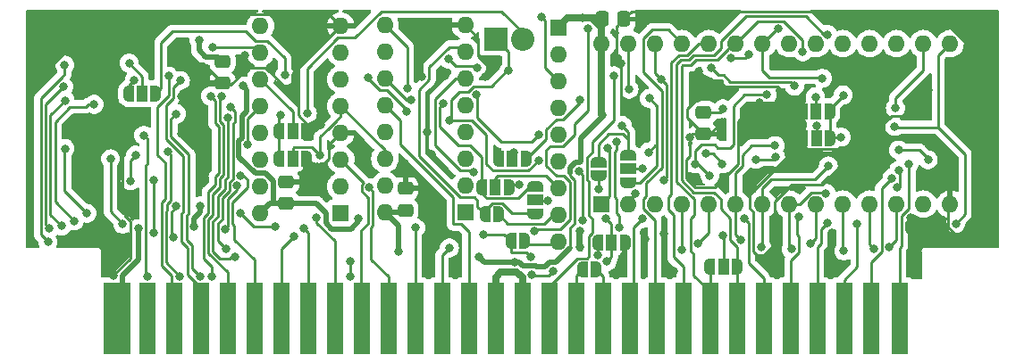
<source format=gbr>
%TF.GenerationSoftware,KiCad,Pcbnew,7.0.7*%
%TF.CreationDate,2023-09-07T16:09:01+01:00*%
%TF.ProjectId,FamiFlex,46616d69-466c-4657-982e-6b696361645f,rev?*%
%TF.SameCoordinates,Original*%
%TF.FileFunction,Copper,L2,Bot*%
%TF.FilePolarity,Positive*%
%FSLAX46Y46*%
G04 Gerber Fmt 4.6, Leading zero omitted, Abs format (unit mm)*
G04 Created by KiCad (PCBNEW 7.0.7) date 2023-09-07 16:09:01*
%MOMM*%
%LPD*%
G01*
G04 APERTURE LIST*
G04 Aperture macros list*
%AMRoundRect*
0 Rectangle with rounded corners*
0 $1 Rounding radius*
0 $2 $3 $4 $5 $6 $7 $8 $9 X,Y pos of 4 corners*
0 Add a 4 corners polygon primitive as box body*
4,1,4,$2,$3,$4,$5,$6,$7,$8,$9,$2,$3,0*
0 Add four circle primitives for the rounded corners*
1,1,$1+$1,$2,$3*
1,1,$1+$1,$4,$5*
1,1,$1+$1,$6,$7*
1,1,$1+$1,$8,$9*
0 Add four rect primitives between the rounded corners*
20,1,$1+$1,$2,$3,$4,$5,0*
20,1,$1+$1,$4,$5,$6,$7,0*
20,1,$1+$1,$6,$7,$8,$9,0*
20,1,$1+$1,$8,$9,$2,$3,0*%
%AMFreePoly0*
4,1,19,0.500000,-0.750000,0.000000,-0.750000,0.000000,-0.744911,-0.071157,-0.744911,-0.207708,-0.704816,-0.327430,-0.627875,-0.420627,-0.520320,-0.479746,-0.390866,-0.500000,-0.250000,-0.500000,0.250000,-0.479746,0.390866,-0.420627,0.520320,-0.327430,0.627875,-0.207708,0.704816,-0.071157,0.744911,0.000000,0.744911,0.000000,0.750000,0.500000,0.750000,0.500000,-0.750000,0.500000,-0.750000,
$1*%
%AMFreePoly1*
4,1,19,0.000000,0.744911,0.071157,0.744911,0.207708,0.704816,0.327430,0.627875,0.420627,0.520320,0.479746,0.390866,0.500000,0.250000,0.500000,-0.250000,0.479746,-0.390866,0.420627,-0.520320,0.327430,-0.627875,0.207708,-0.704816,0.071157,-0.744911,0.000000,-0.744911,0.000000,-0.750000,-0.500000,-0.750000,-0.500000,0.750000,0.000000,0.750000,0.000000,0.744911,0.000000,0.744911,
$1*%
%AMFreePoly2*
4,1,19,0.550000,-0.750000,0.000000,-0.750000,0.000000,-0.744911,-0.071157,-0.744911,-0.207708,-0.704816,-0.327430,-0.627875,-0.420627,-0.520320,-0.479746,-0.390866,-0.500000,-0.250000,-0.500000,0.250000,-0.479746,0.390866,-0.420627,0.520320,-0.327430,0.627875,-0.207708,0.704816,-0.071157,0.744911,0.000000,0.744911,0.000000,0.750000,0.550000,0.750000,0.550000,-0.750000,0.550000,-0.750000,
$1*%
%AMFreePoly3*
4,1,19,0.000000,0.744911,0.071157,0.744911,0.207708,0.704816,0.327430,0.627875,0.420627,0.520320,0.479746,0.390866,0.500000,0.250000,0.500000,-0.250000,0.479746,-0.390866,0.420627,-0.520320,0.327430,-0.627875,0.207708,-0.704816,0.071157,-0.744911,0.000000,-0.744911,0.000000,-0.750000,-0.550000,-0.750000,-0.550000,0.750000,0.000000,0.750000,0.000000,0.744911,0.000000,0.744911,
$1*%
G04 Aperture macros list end*
%TA.AperFunction,ComponentPad*%
%ADD10R,2.200000X2.200000*%
%TD*%
%TA.AperFunction,ComponentPad*%
%ADD11O,2.200000X2.200000*%
%TD*%
%TA.AperFunction,ComponentPad*%
%ADD12R,1.600000X1.600000*%
%TD*%
%TA.AperFunction,ComponentPad*%
%ADD13O,1.600000X1.600000*%
%TD*%
%TA.AperFunction,SMDPad,CuDef*%
%ADD14R,2.600000X6.810000*%
%TD*%
%TA.AperFunction,SMDPad,CuDef*%
%ADD15R,1.600000X6.820000*%
%TD*%
%TA.AperFunction,SMDPad,CuDef*%
%ADD16R,1.620000X6.820000*%
%TD*%
%TA.AperFunction,SMDPad,CuDef*%
%ADD17FreePoly0,0.000000*%
%TD*%
%TA.AperFunction,SMDPad,CuDef*%
%ADD18FreePoly1,0.000000*%
%TD*%
%TA.AperFunction,SMDPad,CuDef*%
%ADD19RoundRect,0.250000X0.475000X-0.337500X0.475000X0.337500X-0.475000X0.337500X-0.475000X-0.337500X0*%
%TD*%
%TA.AperFunction,SMDPad,CuDef*%
%ADD20FreePoly2,180.000000*%
%TD*%
%TA.AperFunction,SMDPad,CuDef*%
%ADD21R,1.000000X1.500000*%
%TD*%
%TA.AperFunction,SMDPad,CuDef*%
%ADD22FreePoly3,180.000000*%
%TD*%
%TA.AperFunction,SMDPad,CuDef*%
%ADD23RoundRect,0.250000X-0.337500X-0.475000X0.337500X-0.475000X0.337500X0.475000X-0.337500X0.475000X0*%
%TD*%
%TA.AperFunction,SMDPad,CuDef*%
%ADD24FreePoly2,270.000000*%
%TD*%
%TA.AperFunction,SMDPad,CuDef*%
%ADD25R,1.500000X1.000000*%
%TD*%
%TA.AperFunction,SMDPad,CuDef*%
%ADD26FreePoly3,270.000000*%
%TD*%
%TA.AperFunction,SMDPad,CuDef*%
%ADD27FreePoly2,0.000000*%
%TD*%
%TA.AperFunction,SMDPad,CuDef*%
%ADD28FreePoly3,0.000000*%
%TD*%
%TA.AperFunction,SMDPad,CuDef*%
%ADD29RoundRect,0.250000X-0.475000X0.337500X-0.475000X-0.337500X0.475000X-0.337500X0.475000X0.337500X0*%
%TD*%
%TA.AperFunction,SMDPad,CuDef*%
%ADD30FreePoly0,90.000000*%
%TD*%
%TA.AperFunction,SMDPad,CuDef*%
%ADD31FreePoly1,90.000000*%
%TD*%
%TA.AperFunction,ViaPad*%
%ADD32C,0.800000*%
%TD*%
%TA.AperFunction,Conductor*%
%ADD33C,0.250000*%
%TD*%
%TA.AperFunction,Conductor*%
%ADD34C,0.500000*%
%TD*%
%TA.AperFunction,Conductor*%
%ADD35C,0.700000*%
%TD*%
G04 APERTURE END LIST*
D10*
%TO.P,D1,1,K*%
%TO.N,/bA4*%
X73550000Y-60950000D03*
D11*
%TO.P,D1,2,A*%
%TO.N,/cA14*%
X76090000Y-60950000D03*
%TD*%
D12*
%TO.P,U4,1,D2*%
%TO.N,/cD5*%
X70650000Y-77400000D03*
D13*
%TO.P,U4,2,D3*%
%TO.N,/cD6*%
X70650000Y-74860000D03*
%TO.P,U4,3,D4*%
%TO.N,/cD7*%
X70650000Y-72320000D03*
%TO.P,U4,4,Rb*%
%TO.N,GND*%
X70650000Y-69780000D03*
%TO.P,U4,5,Ra*%
%TO.N,Net-(JP6-C)*%
X70650000Y-67240000D03*
%TO.P,U4,6,Q4*%
%TO.N,/r.7*%
X70650000Y-64700000D03*
%TO.P,U4,7,Q3*%
%TO.N,/r.6*%
X70650000Y-62160000D03*
%TO.P,U4,8,GND*%
%TO.N,GND*%
X70650000Y-59620000D03*
%TO.P,U4,9,Q2*%
%TO.N,/r.5*%
X63030000Y-59620000D03*
%TO.P,U4,10,Q1*%
%TO.N,/r.4*%
X63030000Y-62160000D03*
%TO.P,U4,11,~{Er}*%
%TO.N,Net-(JP7-C)*%
X63030000Y-64700000D03*
%TO.P,U4,12,~{Ew}*%
%TO.N,/~{ROMSEL}*%
X63030000Y-67240000D03*
%TO.P,U4,13,Wb*%
%TO.N,/R~{W}*%
X63030000Y-69780000D03*
%TO.P,U4,14,Wa*%
%TO.N,Net-(JP8-C)*%
X63030000Y-72320000D03*
%TO.P,U4,15,D1*%
%TO.N,/cD4*%
X63030000Y-74860000D03*
%TO.P,U4,16,VCC*%
%TO.N,VCC*%
X63030000Y-77400000D03*
%TD*%
D12*
%TO.P,U5,1,A14*%
%TO.N,/bA6*%
X83570000Y-76640000D03*
D13*
%TO.P,U5,2,A12*%
%TO.N,/chr12*%
X86110000Y-76640000D03*
%TO.P,U5,3,A7*%
%TO.N,/pA7*%
X88650000Y-76640000D03*
%TO.P,U5,4,A6*%
%TO.N,/pA6*%
X91190000Y-76640000D03*
%TO.P,U5,5,A5*%
%TO.N,/pA5*%
X93730000Y-76640000D03*
%TO.P,U5,6,A4*%
%TO.N,/pA4*%
X96270000Y-76640000D03*
%TO.P,U5,7,A3*%
%TO.N,/pA3*%
X98810000Y-76640000D03*
%TO.P,U5,8,A2*%
%TO.N,/pA2*%
X101350000Y-76640000D03*
%TO.P,U5,9,A1*%
%TO.N,/pA1*%
X103890000Y-76640000D03*
%TO.P,U5,10,A0*%
%TO.N,/pA0*%
X106430000Y-76640000D03*
%TO.P,U5,11,Q0*%
%TO.N,/pD0*%
X108970000Y-76640000D03*
%TO.P,U5,12,Q1*%
%TO.N,/pD1*%
X111510000Y-76640000D03*
%TO.P,U5,13,Q2*%
%TO.N,/pD2*%
X114050000Y-76640000D03*
%TO.P,U5,14,GND*%
%TO.N,GND*%
X116590000Y-76640000D03*
%TO.P,U5,15,Q3*%
%TO.N,/pD3*%
X116590000Y-61400000D03*
%TO.P,U5,16,Q4*%
%TO.N,/pD4*%
X114050000Y-61400000D03*
%TO.P,U5,17,Q5*%
%TO.N,/pD5*%
X111510000Y-61400000D03*
%TO.P,U5,18,Q6*%
%TO.N,/pD6*%
X108970000Y-61400000D03*
%TO.P,U5,19,Q7*%
%TO.N,/pD7*%
X106430000Y-61400000D03*
%TO.P,U5,20,~{CS}*%
%TO.N,Net-(JP9-C)*%
X103890000Y-61400000D03*
%TO.P,U5,21,A10*%
%TO.N,/pA10*%
X101350000Y-61400000D03*
%TO.P,U5,22,~{OE}*%
%TO.N,/~{pRD}*%
X98810000Y-61400000D03*
%TO.P,U5,23,A11*%
%TO.N,/pA11*%
X96270000Y-61400000D03*
%TO.P,U5,24,A9*%
%TO.N,/pA9*%
X93730000Y-61400000D03*
%TO.P,U5,25,A8*%
%TO.N,/pA8*%
X91190000Y-61400000D03*
%TO.P,U5,26,A13*%
%TO.N,/bA5*%
X88650000Y-61400000D03*
%TO.P,U5,27,~{WE}*%
%TO.N,/~{pWR}*%
X86110000Y-61400000D03*
%TO.P,U5,28,VCC*%
%TO.N,VCC*%
X83570000Y-61400000D03*
%TD*%
D14*
%TO.P,H1,31,VCC*%
%TO.N,VCC*%
X37670000Y-87495000D03*
D15*
%TO.P,H1,32,M2*%
%TO.N,unconnected-(H1-M2-Pad32)*%
X40500000Y-87490000D03*
%TO.P,H1,33,cA12*%
%TO.N,Net-(H1-cA12)*%
X43040000Y-87490000D03*
D16*
%TO.P,H1,34,cA13*%
%TO.N,Net-(H1-cA13)*%
X45590000Y-87490000D03*
D15*
%TO.P,H1,35,cA14*%
%TO.N,/cA14*%
X48120000Y-87490000D03*
%TO.P,H1,36,cD7*%
%TO.N,/cD7*%
X50660000Y-87490000D03*
%TO.P,H1,37,cD6*%
%TO.N,/cD6*%
X53200000Y-87490000D03*
%TO.P,H1,38,cD5*%
%TO.N,/cD5*%
X55740000Y-87490000D03*
%TO.P,H1,39,cD4*%
%TO.N,/cD4*%
X58280000Y-87490000D03*
%TO.P,H1,40,cD3*%
%TO.N,/cD3*%
X60820000Y-87490000D03*
%TO.P,H1,41,cD2*%
%TO.N,/cD2*%
X63360000Y-87490000D03*
%TO.P,H1,42,cD1*%
%TO.N,/cD1*%
X65900000Y-87490000D03*
%TO.P,H1,43,cD0*%
%TO.N,/cD0*%
X68440000Y-87490000D03*
D16*
%TO.P,H1,44,~{ROMSEL}*%
%TO.N,/~{ROMSEL}*%
X70990000Y-87490000D03*
D15*
%TO.P,H1,45,cAUDIO*%
%TO.N,Net-(H1-cAUDIO)*%
X73520000Y-87490000D03*
%TO.P,H1,46,rfAUDIO*%
X76060000Y-87490000D03*
%TO.P,H1,47,p~{WR}*%
%TO.N,/~{pWR}*%
X78600000Y-87490000D03*
%TO.P,H1,48,vram~{CE}*%
%TO.N,Net-(H1-vram~{CE})*%
X81140000Y-87490000D03*
%TO.P,H1,49,p~{A13}*%
%TO.N,Net-(H1-p~{A13})*%
X83680000Y-87490000D03*
%TO.P,H1,50,pA7*%
%TO.N,/pA7*%
X86220000Y-87490000D03*
%TO.P,H1,51,pA8*%
%TO.N,/pA8*%
X88760000Y-87490000D03*
%TO.P,H1,52,pA9*%
%TO.N,/pA9*%
X91300000Y-87490000D03*
%TO.P,H1,53,pA10*%
%TO.N,/pA10*%
X93840000Y-87490000D03*
%TO.P,H1,54,pA11*%
%TO.N,/pA11*%
X96380000Y-87490000D03*
%TO.P,H1,55,pA12*%
%TO.N,/pA12*%
X98920000Y-87490000D03*
%TO.P,H1,56,pD13*%
%TO.N,/pA13*%
X101460000Y-87490000D03*
%TO.P,H1,57,pD7*%
%TO.N,/pD7*%
X104000000Y-87490000D03*
%TO.P,H1,58,pD6*%
%TO.N,/pD6*%
X106540000Y-87490000D03*
%TO.P,H1,59,pD5*%
%TO.N,/pD5*%
X109080000Y-87490000D03*
%TO.P,H1,60,pD4*%
%TO.N,/pD4*%
X111840000Y-87490000D03*
%TD*%
D12*
%TO.P,RN1,1,common*%
%TO.N,VCC*%
X79450000Y-59850000D03*
D13*
%TO.P,RN1,2,R1*%
%TO.N,/bA0*%
X79450000Y-62390000D03*
%TO.P,RN1,3,R2*%
%TO.N,/bA1*%
X79450000Y-64930000D03*
%TO.P,RN1,4,R3*%
%TO.N,/bA2*%
X79450000Y-67470000D03*
%TO.P,RN1,5,R4*%
%TO.N,/bA3*%
X79450000Y-70010000D03*
%TO.P,RN1,6,R5*%
%TO.N,/bA4*%
X79450000Y-72550000D03*
%TO.P,RN1,7,R6*%
%TO.N,/bA5*%
X79450000Y-75090000D03*
%TO.P,RN1,8,R7*%
%TO.N,/bA6*%
X79450000Y-77630000D03*
%TO.P,RN1,9,R8*%
%TO.N,/bA7*%
X79450000Y-80170000D03*
%TD*%
D12*
%TO.P,U3,1,D2*%
%TO.N,/cD1*%
X58850000Y-77500000D03*
D13*
%TO.P,U3,2,D3*%
%TO.N,/cD2*%
X58850000Y-74960000D03*
%TO.P,U3,3,D4*%
%TO.N,/cD3*%
X58850000Y-72420000D03*
%TO.P,U3,4,Rb*%
%TO.N,GND*%
X58850000Y-69880000D03*
%TO.P,U3,5,Ra*%
%TO.N,Net-(JP8-C)*%
X58850000Y-67340000D03*
%TO.P,U3,6,Q4*%
%TO.N,/bA3*%
X58850000Y-64800000D03*
%TO.P,U3,7,Q3*%
%TO.N,/bA2*%
X58850000Y-62260000D03*
%TO.P,U3,8,GND*%
%TO.N,GND*%
X58850000Y-59720000D03*
%TO.P,U3,9,Q2*%
%TO.N,/bA1*%
X51230000Y-59720000D03*
%TO.P,U3,10,Q1*%
%TO.N,/bA0*%
X51230000Y-62260000D03*
%TO.P,U3,11,~{Er}*%
%TO.N,Net-(JP3-C)*%
X51230000Y-64800000D03*
%TO.P,U3,12,~{Ew}*%
%TO.N,/~{ROMSEL}*%
X51230000Y-67340000D03*
%TO.P,U3,13,Wb*%
%TO.N,/R~{W}*%
X51230000Y-69880000D03*
%TO.P,U3,14,Wa*%
%TO.N,Net-(JP8-C)*%
X51230000Y-72420000D03*
%TO.P,U3,15,D1*%
%TO.N,/cD0*%
X51230000Y-74960000D03*
%TO.P,U3,16,VCC*%
%TO.N,VCC*%
X51230000Y-77500000D03*
%TD*%
D17*
%TO.P,J53,1,A*%
%TO.N,/r.7*%
X75000000Y-80162400D03*
D18*
%TO.P,J53,2,B*%
%TO.N,/bA7*%
X76300000Y-80162400D03*
%TD*%
D19*
%TO.P,C3,1*%
%TO.N,VCC*%
X64973200Y-77237500D03*
%TO.P,C3,2*%
%TO.N,GND*%
X64973200Y-75162500D03*
%TD*%
D20*
%TO.P,JP7,1,A*%
%TO.N,/pA13*%
X105206800Y-70358000D03*
D21*
%TO.P,JP7,2,C*%
%TO.N,Net-(JP7-C)*%
X103906800Y-70358000D03*
D22*
%TO.P,JP7,3,B*%
%TO.N,GND*%
X102606800Y-70358000D03*
%TD*%
D19*
%TO.P,C2,1*%
%TO.N,VCC*%
X53695600Y-76606400D03*
%TO.P,C2,2*%
%TO.N,GND*%
X53695600Y-74531400D03*
%TD*%
D23*
%TO.P,C4,1*%
%TO.N,VCC*%
X83616800Y-59080400D03*
%TO.P,C4,2*%
%TO.N,GND*%
X85691800Y-59080400D03*
%TD*%
D20*
%TO.P,JP2,1,A*%
%TO.N,/bA4*%
X41330400Y-66151500D03*
D21*
%TO.P,JP2,2,C*%
%TO.N,Net-(JP2-C)*%
X40030400Y-66151500D03*
D22*
%TO.P,JP2,3,B*%
%TO.N,/cA14*%
X38730400Y-66151500D03*
%TD*%
D17*
%TO.P,JP1,1,A*%
%TO.N,Net-(H1-vram~{CE})*%
X81750000Y-82850000D03*
D18*
%TO.P,JP1,2,B*%
%TO.N,Net-(H1-p~{A13})*%
X83050000Y-82850000D03*
%TD*%
D20*
%TO.P,JP12,1,A*%
%TO.N,/pA13*%
X74800000Y-75000000D03*
D21*
%TO.P,JP12,2,C*%
%TO.N,/bA5*%
X73500000Y-75000000D03*
D22*
%TO.P,JP12,3,B*%
%TO.N,/r.5*%
X72200000Y-75000000D03*
%TD*%
D20*
%TO.P,JP8,1,A*%
%TO.N,GND*%
X55605200Y-72298300D03*
D21*
%TO.P,JP8,2,C*%
%TO.N,Net-(JP8-C)*%
X54305200Y-72298300D03*
D22*
%TO.P,JP8,3,B*%
%TO.N,/cA14*%
X53005200Y-72298300D03*
%TD*%
D24*
%TO.P,JP5,1,A*%
%TO.N,/r.4*%
X86115900Y-72004400D03*
D25*
%TO.P,JP5,2,C*%
%TO.N,/chr12*%
X86115900Y-73304400D03*
D26*
%TO.P,JP5,3,B*%
%TO.N,/pA12*%
X86115900Y-74604400D03*
%TD*%
D27*
%TO.P,JP6,1,A*%
%TO.N,GND*%
X73800000Y-72300000D03*
D21*
%TO.P,JP6,2,C*%
%TO.N,Net-(JP6-C)*%
X75100000Y-72300000D03*
D28*
%TO.P,JP6,3,B*%
%TO.N,/pA12*%
X76400000Y-72300000D03*
%TD*%
D29*
%TO.P,C1,1*%
%TO.N,VCC*%
X47650400Y-63072100D03*
%TO.P,C1,2*%
%TO.N,GND*%
X47650400Y-65147100D03*
%TD*%
D20*
%TO.P,JP10,1,A*%
%TO.N,GND*%
X85800000Y-80250000D03*
D21*
%TO.P,JP10,2,C*%
%TO.N,Net-(H1-vramA10)*%
X84500000Y-80250000D03*
D22*
%TO.P,JP10,3,B*%
%TO.N,/r.7*%
X83200000Y-80250000D03*
%TD*%
D29*
%TO.P,C5,1*%
%TO.N,VCC*%
X93218000Y-67927400D03*
%TO.P,C5,2*%
%TO.N,GND*%
X93218000Y-70002400D03*
%TD*%
D30*
%TO.P,J1,1,A*%
%TO.N,Net-(H1-vramA10)*%
X83250000Y-73954400D03*
D31*
%TO.P,J1,2,B*%
%TO.N,/r.4*%
X83250000Y-72654400D03*
%TD*%
D17*
%TO.P,J52,1,A*%
%TO.N,/r.6*%
X72500000Y-77622400D03*
D18*
%TO.P,J52,2,B*%
%TO.N,/bA6*%
X73800000Y-77622400D03*
%TD*%
D27*
%TO.P,JP3,1,A*%
%TO.N,/cA14*%
X53005200Y-69748400D03*
D21*
%TO.P,JP3,2,C*%
%TO.N,Net-(JP3-C)*%
X54305200Y-69748400D03*
D28*
%TO.P,JP3,3,B*%
%TO.N,GND*%
X55605200Y-69748400D03*
%TD*%
D24*
%TO.P,JP11,1,A*%
%TO.N,/r.5*%
X77250000Y-74950000D03*
D25*
%TO.P,JP11,2,C*%
%TO.N,Net-(H1-vramA10)*%
X77250000Y-76250000D03*
D26*
%TO.P,JP11,3,B*%
%TO.N,/r.6*%
X77250000Y-77550000D03*
%TD*%
D20*
%TO.P,JP9,1,A*%
%TO.N,/pA13*%
X105186000Y-67818000D03*
D21*
%TO.P,JP9,2,C*%
%TO.N,Net-(JP9-C)*%
X103886000Y-67818000D03*
D22*
%TO.P,JP9,3,B*%
%TO.N,GND*%
X102586000Y-67818000D03*
%TD*%
D20*
%TO.P,JP4,1,A*%
%TO.N,/pA11*%
X96427600Y-82600800D03*
D21*
%TO.P,JP4,2,C*%
%TO.N,Net-(H1-vramA10)*%
X95127600Y-82600800D03*
D22*
%TO.P,JP4,3,B*%
%TO.N,/pA10*%
X93827600Y-82600800D03*
%TD*%
D32*
%TO.N,GND*%
X49754493Y-62497300D03*
%TO.N,Net-(H1-cA11)*%
X40500000Y-83480498D03*
X40182800Y-70104000D03*
%TO.N,/~{pWR}*%
X84707300Y-64465200D03*
X86156800Y-65735200D03*
%TO.N,GND*%
X67700000Y-76800000D03*
X67056000Y-69799200D03*
X56600000Y-73100000D03*
X37338000Y-67056000D03*
X66548000Y-59669500D03*
X90400000Y-83019400D03*
X114434500Y-70515000D03*
X112877600Y-77921100D03*
X92679000Y-66579000D03*
X40700000Y-63600000D03*
X94960541Y-68868000D03*
X42988121Y-63270246D03*
X81549139Y-79207051D03*
X97895000Y-68395000D03*
X66497200Y-64516000D03*
X100000000Y-78700000D03*
X87172800Y-68477300D03*
X87675500Y-79925796D03*
X38201600Y-71120000D03*
X114500000Y-65800000D03*
X108890000Y-70390000D03*
X31115000Y-63754000D03*
X38455600Y-76811700D03*
X72525000Y-64525000D03*
X67462400Y-71882000D03*
X112600000Y-58600000D03*
X119176800Y-73355200D03*
X68732400Y-64465200D03*
X85800000Y-80250000D03*
X73771712Y-72699500D03*
X64922400Y-72796400D03*
X105400000Y-79400000D03*
X92800000Y-64000000D03*
X91910500Y-70270000D03*
X85385500Y-63283000D03*
X43790000Y-70000000D03*
X81549500Y-80674500D03*
X43730000Y-66365500D03*
X56946800Y-69088000D03*
X89500000Y-79449500D03*
X98530000Y-67005200D03*
X37342452Y-83432950D03*
%TO.N,Net-(H1-cA10)*%
X43600000Y-83479998D03*
X42480000Y-71650000D03*
%TO.N,Net-(H1-cA9)*%
X45512299Y-83480498D03*
X43273075Y-68065500D03*
%TO.N,Net-(H1-cA8)*%
X46502451Y-66387049D03*
X46600000Y-83479998D03*
%TO.N,Net-(H1-cA7)*%
X32700000Y-63450000D03*
X31104949Y-80246562D03*
%TO.N,Net-(H1-cA6)*%
X32582295Y-65492295D03*
X31217399Y-78967801D03*
%TO.N,Net-(H1-cA5)*%
X32380850Y-78718750D03*
X32740000Y-66800000D03*
%TO.N,Net-(H1-cA4)*%
X33578800Y-78227000D03*
X35480000Y-67160000D03*
%TO.N,Net-(H1-cA3)*%
X59757213Y-83541163D03*
X59786811Y-82028700D03*
X48024599Y-80923429D03*
X48368805Y-67384395D03*
%TO.N,Net-(H1-cA2)*%
X48113700Y-68478400D03*
X48792698Y-81607301D03*
%TO.N,Net-(H1-cA1)*%
X34798000Y-77502500D03*
X32720000Y-71360000D03*
%TO.N,Net-(H1-cA0)*%
X38201600Y-78536800D03*
X37033200Y-72339200D03*
%TO.N,Net-(H1-vramA10)*%
X78500000Y-76300000D03*
X84000000Y-78039502D03*
X84087701Y-82087701D03*
X83250000Y-75240498D03*
X95046800Y-79654400D03*
%TO.N,VCC*%
X44964100Y-78790800D03*
X83596586Y-68160500D03*
X81788000Y-58978800D03*
X95050000Y-67577800D03*
X71983600Y-81635600D03*
X64312800Y-81127600D03*
X60553600Y-77978000D03*
X45570700Y-76811700D03*
X75294000Y-82159300D03*
X49580800Y-65417100D03*
X45415200Y-61061600D03*
X39661500Y-78972786D03*
%TO.N,/~{pRD}*%
X77200000Y-79224500D03*
X100330000Y-60000900D03*
X82245200Y-59944000D03*
X104470000Y-64690000D03*
%TO.N,/pD0*%
X109372400Y-80873600D03*
%TO.N,/pD1*%
X110821900Y-80724500D03*
%TO.N,/pD2*%
X111700000Y-71500000D03*
X114510000Y-72430000D03*
%TO.N,/pD3*%
X111334595Y-69265405D03*
X117124500Y-78496353D03*
%TO.N,Net-(H1-cA12)*%
X42540000Y-64500000D03*
%TO.N,/bA0*%
X46736000Y-61772800D03*
%TO.N,/cD7*%
X49375702Y-73900700D03*
%TO.N,/cD6*%
X54400000Y-79660500D03*
X43030700Y-79778700D03*
X43210000Y-76811700D03*
%TO.N,/cD5*%
X41149452Y-74328206D03*
X41131700Y-79362900D03*
X55336148Y-78928252D03*
%TO.N,/cD4*%
X56576355Y-77894865D03*
%TO.N,/cD3*%
X39410000Y-71990000D03*
X38926100Y-74427448D03*
%TO.N,/cD2*%
X61544500Y-75082400D03*
%TO.N,/cD1*%
X65938400Y-78892400D03*
X52623895Y-78760500D03*
X49380500Y-77511368D03*
%TO.N,/cD0*%
X49034666Y-74871200D03*
X69138800Y-80791900D03*
X47917700Y-79024429D03*
%TO.N,/~{ROMSEL}*%
X50052406Y-70982005D03*
%TO.N,Net-(H1-cA13)*%
X43650000Y-64900500D03*
%TO.N,/pA10*%
X104992121Y-60537482D03*
%TO.N,/pA11*%
X102620000Y-62170000D03*
%TO.N,/pD7*%
X104952800Y-78435200D03*
%TO.N,/pD6*%
X111607600Y-75082400D03*
X111740401Y-73409750D03*
X107797600Y-78536800D03*
%TO.N,/pD5*%
X111080000Y-74160000D03*
%TO.N,/pD4*%
X111402701Y-67527299D03*
X112690000Y-72830000D03*
%TO.N,/bA1*%
X77900000Y-58850000D03*
%TO.N,/bA3*%
X71689396Y-66276195D03*
X77600500Y-70010000D03*
%TO.N,/bA4*%
X77600500Y-72494828D03*
X65074800Y-67818000D03*
X53543200Y-64414400D03*
X74764000Y-63963599D03*
X61468000Y-64668400D03*
X69138800Y-68681600D03*
%TO.N,/bA5*%
X95800000Y-62770000D03*
X97520000Y-62430000D03*
X89445500Y-74340500D03*
X89231847Y-64793754D03*
%TO.N,/bA6*%
X84156974Y-71286947D03*
%TO.N,/bA7*%
X85000000Y-70750000D03*
X85272747Y-78848247D03*
%TO.N,/pA13*%
X81749500Y-78161459D03*
X106270000Y-70280000D03*
X75750000Y-74750000D03*
X102250000Y-77875500D03*
X106453000Y-66285000D03*
X81450500Y-73557064D03*
%TO.N,/pA12*%
X81490000Y-66760000D03*
X93459995Y-71859996D03*
X95000000Y-72810000D03*
X88087200Y-66598800D03*
X88000000Y-71700000D03*
X97100000Y-78000500D03*
%TO.N,/pA7*%
X87420706Y-78026296D03*
%TO.N,/pA6*%
X91190000Y-81000000D03*
%TO.N,/pA5*%
X98200000Y-72400000D03*
X92724500Y-80378900D03*
X100037701Y-72162299D03*
%TO.N,/pA4*%
X100000000Y-71100000D03*
X96750000Y-80000000D03*
%TO.N,/pA3*%
X105050000Y-73020000D03*
X98704400Y-80721200D03*
%TO.N,/pA2*%
X104836339Y-75608957D03*
X101549200Y-80924400D03*
%TO.N,/pA1*%
X103378000Y-80352300D03*
%TO.N,/pA0*%
X106527600Y-81076800D03*
%TO.N,/pA9*%
X93950000Y-63710000D03*
X101850000Y-65420000D03*
%TO.N,/cA14*%
X53136800Y-68173600D03*
X55676800Y-68034500D03*
X39296535Y-64849495D03*
X47580000Y-66440000D03*
%TO.N,Net-(JP2-C)*%
X38800000Y-63245500D03*
%TO.N,Net-(JP6-C)*%
X75250500Y-71714696D03*
%TO.N,Net-(JP8-C)*%
X56896000Y-72019500D03*
%TO.N,Net-(JP9-C)*%
X103830000Y-66450000D03*
%TO.N,Net-(JP7-C)*%
X65518700Y-66764500D03*
X103936800Y-69189600D03*
%TO.N,/r.4*%
X85500000Y-69159500D03*
X71750496Y-63675094D03*
X69037200Y-62850500D03*
%TO.N,/r.7*%
X71433200Y-73566800D03*
X83245764Y-81518065D03*
X76836846Y-81648777D03*
X76966992Y-83348277D03*
X78987701Y-82987701D03*
X72390000Y-79500000D03*
%TO.N,/chr12*%
X86800744Y-75614260D03*
X93819503Y-73919503D03*
X92427042Y-72808500D03*
X87475500Y-73304400D03*
X99240000Y-66260000D03*
%TO.N,/r.5*%
X68600000Y-67100000D03*
X65140000Y-65660000D03*
%TD*%
D33*
%TO.N,GND*%
X49754493Y-62497300D02*
X49754493Y-63363293D01*
X49754493Y-63363293D02*
X50066200Y-63675000D01*
%TO.N,Net-(H1-cA11)*%
X40500000Y-72814591D02*
X40500000Y-70421200D01*
X40386000Y-72928591D02*
X40500000Y-72814591D01*
X40500000Y-70421200D02*
X40182800Y-70104000D01*
X40386000Y-83366498D02*
X40386000Y-72928591D01*
X40500000Y-83480498D02*
X40386000Y-83366498D01*
%TO.N,/~{pWR}*%
X81225000Y-81775000D02*
X78600000Y-84400000D01*
X82375000Y-81575000D02*
X82175000Y-81775000D01*
X86110000Y-65688400D02*
X86156800Y-65735200D01*
X82175000Y-81775000D02*
X81225000Y-81775000D01*
X82665000Y-79368273D02*
X82375000Y-79658273D01*
X82175000Y-74296127D02*
X82397600Y-74518727D01*
X84707300Y-68701888D02*
X82702400Y-70706788D01*
X82397600Y-77717600D02*
X82665000Y-77985000D01*
X82175000Y-72206200D02*
X82175000Y-74296127D01*
X82702400Y-71678800D02*
X82175000Y-72206200D01*
X82702400Y-70706788D02*
X82702400Y-71678800D01*
X82665000Y-77985000D02*
X82665000Y-79368273D01*
X86110000Y-61400000D02*
X86110000Y-65688400D01*
X82397600Y-74518727D02*
X82397600Y-77717600D01*
X78600000Y-84400000D02*
X78600000Y-86930000D01*
X82375000Y-79658273D02*
X82375000Y-81575000D01*
X84707300Y-64465200D02*
X84707300Y-68701888D01*
%TO.N,GND*%
X116400000Y-78400000D02*
X116400000Y-76830000D01*
X55605200Y-72298300D02*
X56051400Y-72744500D01*
X114309500Y-70390000D02*
X114434500Y-70515000D01*
X54268200Y-66247208D02*
X54716496Y-66695504D01*
X67056000Y-71475600D02*
X67462400Y-71882000D01*
X116400000Y-76830000D02*
X116590000Y-76640000D01*
X85431800Y-63283000D02*
X84985000Y-62836200D01*
X93660000Y-64860000D02*
X92800000Y-64000000D01*
X55321200Y-72582300D02*
X55605200Y-72298300D01*
X38201600Y-70968400D02*
X38201600Y-71120000D01*
X38455600Y-77811800D02*
X38501905Y-77811800D01*
X42988121Y-63270246D02*
X45773546Y-63270246D01*
X102586000Y-67818000D02*
X101773200Y-67005200D01*
X71900000Y-60870000D02*
X71900000Y-62600000D01*
X97600000Y-77020991D02*
X97600000Y-75728195D01*
X91578000Y-74164217D02*
X91578000Y-72410216D01*
X38220000Y-70950000D02*
X38201600Y-70968400D01*
X93768000Y-65490000D02*
X94700000Y-65490000D01*
X97600000Y-75728195D02*
X102606800Y-70721395D01*
X66548000Y-59669500D02*
X66497200Y-59720300D01*
X84985000Y-62836200D02*
X84985000Y-59787200D01*
X108480000Y-70670000D02*
X108760000Y-70390000D01*
X57319700Y-72744500D02*
X57725000Y-72339200D01*
X56946800Y-69088000D02*
X55704995Y-69088000D01*
X56946800Y-69088000D02*
X56265600Y-69088000D01*
X92679000Y-66579000D02*
X93768000Y-65490000D01*
X67056000Y-69799200D02*
X67106800Y-69748400D01*
X66497200Y-59720300D02*
X66497200Y-64516000D01*
X54268200Y-64301800D02*
X54268200Y-66247208D01*
X119400000Y-73578400D02*
X119400000Y-79000000D01*
X98264800Y-67005200D02*
X97540000Y-67730000D01*
X86395800Y-58376400D02*
X112376400Y-58376400D01*
X38201600Y-71120000D02*
X38201600Y-76421600D01*
X93218000Y-70002400D02*
X91694000Y-68478400D01*
X57725000Y-58595000D02*
X40900000Y-58595000D01*
X44263204Y-65832296D02*
X43730000Y-66365500D01*
X119400000Y-62619009D02*
X115157391Y-58376400D01*
X37338000Y-67056000D02*
X37338000Y-70068000D01*
X44942296Y-65832296D02*
X44263204Y-65832296D01*
X97950000Y-81150000D02*
X97950000Y-77370991D01*
X100000000Y-78700000D02*
X100000000Y-80450905D01*
X91910500Y-72077716D02*
X91910500Y-70270000D01*
X94960000Y-64860000D02*
X93660000Y-64860000D01*
X67056000Y-69799200D02*
X67056000Y-71475600D01*
X81549139Y-80674139D02*
X81549500Y-80674500D01*
X85431800Y-66736300D02*
X85431800Y-63283000D01*
X112047701Y-68252299D02*
X114500000Y-65800000D01*
X112410000Y-79109805D02*
X112903173Y-79602978D01*
X100000000Y-76399009D02*
X101599009Y-74800000D01*
X84985000Y-59787200D02*
X85691800Y-59080400D01*
X115197022Y-79602978D02*
X116400000Y-78400000D01*
X118600000Y-79800000D02*
X117382695Y-79800000D01*
X92178100Y-70002400D02*
X91910500Y-70270000D01*
X92413783Y-75000000D02*
X91578000Y-74164217D01*
X38926600Y-78236495D02*
X38926600Y-81773400D01*
X119400000Y-73132000D02*
X119400000Y-62619009D01*
X55321200Y-74117200D02*
X55321200Y-72582300D01*
X95000000Y-65190000D02*
X95300000Y-65490000D01*
X98300000Y-81500000D02*
X97950000Y-81150000D01*
X112410000Y-78388700D02*
X112410000Y-79109805D01*
X44680000Y-68320000D02*
X44680000Y-69110000D01*
X44677348Y-66097243D02*
X44677348Y-68317348D01*
X96486200Y-72813800D02*
X94300000Y-75000000D01*
X108890000Y-70390000D02*
X111027701Y-68252299D01*
X72800000Y-64300000D02*
X72575000Y-64525000D01*
X44680000Y-69110000D02*
X43790000Y-70000000D01*
X45470791Y-65303800D02*
X44942296Y-65832296D01*
X56051400Y-72744500D02*
X56244500Y-72744500D01*
X87172800Y-68477300D02*
X85431800Y-66736300D01*
X56955500Y-72744500D02*
X57319700Y-72744500D01*
X101773200Y-67005200D02*
X98530000Y-67005200D01*
X45773546Y-63270246D02*
X47650400Y-65147100D01*
X112877600Y-77921100D02*
X112410000Y-78388700D01*
X38201600Y-71120000D02*
X38201600Y-71059895D01*
X38201600Y-76421600D02*
X38455600Y-76675600D01*
X37342452Y-83357548D02*
X37342452Y-83432950D01*
X85431800Y-63283000D02*
X85385500Y-63283000D01*
X36274000Y-58595000D02*
X31115000Y-63754000D01*
X115157391Y-58376400D02*
X112823600Y-58376400D01*
X72800000Y-63500000D02*
X72800000Y-64300000D01*
X38501905Y-77811800D02*
X38926600Y-78236495D01*
X58850000Y-59720000D02*
X54268200Y-64301800D01*
X91694000Y-68478400D02*
X91694000Y-67564000D01*
X91578000Y-72410216D02*
X91910500Y-72077716D01*
X112823600Y-58376400D02*
X112600000Y-58600000D01*
X116400000Y-78817305D02*
X116400000Y-78400000D01*
X64973200Y-75162500D02*
X64973200Y-72847200D01*
X97540000Y-67730000D02*
X97540000Y-68040000D01*
X102606800Y-70721395D02*
X102606800Y-70358000D01*
X40900000Y-58595000D02*
X36274000Y-58595000D01*
X70650000Y-59620000D02*
X71900000Y-60870000D01*
X94700000Y-65490000D02*
X95000000Y-65190000D01*
X38455600Y-76675600D02*
X38455600Y-76980000D01*
X107717000Y-71433000D02*
X103081800Y-71433000D01*
X104480000Y-74800000D02*
X108890000Y-70390000D01*
X56265600Y-69088000D02*
X55605200Y-69748400D01*
X95300000Y-65490000D02*
X100258000Y-65490000D01*
X94300000Y-75000000D02*
X92413783Y-75000000D01*
X40900000Y-63400000D02*
X40700000Y-63600000D01*
X97540000Y-67730000D02*
X96486200Y-68783800D01*
X55704995Y-69088000D02*
X54813200Y-68196205D01*
X58850000Y-59720000D02*
X57725000Y-58595000D01*
X100258000Y-65490000D02*
X102586000Y-67818000D01*
X56244500Y-72744500D02*
X56600000Y-73100000D01*
X102606800Y-67838800D02*
X102586000Y-67818000D01*
X40900000Y-58595000D02*
X40900000Y-63400000D01*
X98530000Y-67005200D02*
X98264800Y-67005200D01*
X71900000Y-62600000D02*
X72800000Y-63500000D01*
X64973200Y-72847200D02*
X64922400Y-72796400D01*
X93218000Y-70002400D02*
X93826141Y-70002400D01*
X53543200Y-74531400D02*
X54907000Y-74531400D01*
X54813200Y-66792209D02*
X54716496Y-66695504D01*
X57725000Y-71005000D02*
X58850000Y-69880000D01*
X54813200Y-68196205D02*
X54813200Y-66792209D01*
X72575000Y-64525000D02*
X72525000Y-64525000D01*
X50066200Y-63675000D02*
X48437400Y-65303800D01*
X108760000Y-70390000D02*
X108890000Y-70390000D01*
X44942296Y-65832296D02*
X44677348Y-66097243D01*
X111027701Y-68252299D02*
X112047701Y-68252299D01*
X98950905Y-81500000D02*
X98300000Y-81500000D01*
X85691800Y-59080400D02*
X86395800Y-58376400D01*
X119176800Y-73355200D02*
X119400000Y-73132000D01*
X108890000Y-70390000D02*
X114309500Y-70390000D01*
X112903173Y-79602978D02*
X115197022Y-79602978D01*
X117382695Y-79800000D02*
X116400000Y-78817305D01*
X89500000Y-79449500D02*
X89500000Y-82119400D01*
X89500000Y-82119400D02*
X90400000Y-83019400D01*
X54716496Y-66695504D02*
X51695991Y-63675000D01*
X54907000Y-74531400D02*
X55321200Y-74117200D01*
X48437400Y-65303800D02*
X45470791Y-65303800D01*
X100000000Y-78700000D02*
X100000000Y-76399009D01*
X97950000Y-77370991D02*
X97600000Y-77020991D01*
X81549139Y-79207051D02*
X81549139Y-80674139D01*
X108480000Y-70670000D02*
X107717000Y-71433000D01*
X67106800Y-66090800D02*
X68732400Y-64465200D01*
X57725000Y-72339200D02*
X57725000Y-71005000D01*
X95000000Y-65190000D02*
X95000000Y-64900000D01*
X103081800Y-71433000D02*
X102606800Y-70958000D01*
X67106800Y-69748400D02*
X67106800Y-66090800D01*
X102606800Y-70958000D02*
X102606800Y-70358000D01*
X95000000Y-64900000D02*
X94960000Y-64860000D01*
X101599009Y-74800000D02*
X104480000Y-74800000D01*
X56600000Y-73100000D02*
X56955500Y-72744500D01*
X112376400Y-58376400D02*
X112600000Y-58600000D01*
X37338000Y-70068000D02*
X38220000Y-70950000D01*
X38455600Y-76980000D02*
X38455600Y-77811800D01*
X44677348Y-68317348D02*
X44680000Y-68320000D01*
X97540000Y-68040000D02*
X97895000Y-68395000D01*
X96486200Y-68783800D02*
X96486200Y-72813800D01*
X93218000Y-70002400D02*
X92178100Y-70002400D01*
X93826141Y-70002400D02*
X94960541Y-68868000D01*
X38455600Y-76980000D02*
X38455600Y-76811700D01*
X51695991Y-63675000D02*
X50066200Y-63675000D01*
X91694000Y-67564000D02*
X92679000Y-66579000D01*
X38926600Y-81773400D02*
X37342452Y-83357548D01*
X119400000Y-79000000D02*
X118600000Y-79800000D01*
X100000000Y-80450905D02*
X98950905Y-81500000D01*
X119176800Y-73355200D02*
X119400000Y-73578400D01*
%TO.N,Net-(H1-cA10)*%
X42700000Y-71870000D02*
X42700000Y-76296395D01*
X42374400Y-77223600D02*
X42306200Y-77291800D01*
X42306200Y-82186198D02*
X43600000Y-83479998D01*
X42700000Y-76296395D02*
X42374400Y-76621995D01*
X42480000Y-71650000D02*
X42700000Y-71870000D01*
X42374400Y-76621995D02*
X42374400Y-77223600D01*
X42306200Y-77291800D02*
X42306200Y-82186198D01*
%TO.N,Net-(H1-cA9)*%
X43273075Y-68065500D02*
X42773800Y-68564775D01*
X42773800Y-70257404D02*
X44450000Y-71933604D01*
X44450000Y-71933604D02*
X44450000Y-77511805D01*
X44239600Y-77722205D02*
X44239600Y-80026804D01*
X42773800Y-68564775D02*
X42773800Y-70257404D01*
X44450000Y-77511805D02*
X44239600Y-77722205D01*
X44800000Y-80587204D02*
X44800000Y-82768199D01*
X44239600Y-80026804D02*
X44800000Y-80587204D01*
X44800000Y-82768199D02*
X45512299Y-83480498D01*
%TO.N,Net-(H1-cA8)*%
X46959666Y-74011707D02*
X46959666Y-74829146D01*
X46295700Y-75493112D02*
X46295700Y-77474312D01*
X45843200Y-81812522D02*
X46600000Y-82569322D01*
X46502451Y-66387049D02*
X46938700Y-66823298D01*
X45843200Y-77926812D02*
X45843200Y-81812522D01*
X47277406Y-69303807D02*
X47277406Y-73693967D01*
X46938700Y-66823298D02*
X46938700Y-68965101D01*
X46295700Y-77474312D02*
X45843200Y-77926812D01*
X46959666Y-74829146D02*
X46295700Y-75493112D01*
X47277406Y-73693967D02*
X46959666Y-74011707D01*
X46938700Y-68965101D02*
X47277406Y-69303807D01*
X46600000Y-82569322D02*
X46600000Y-83479998D01*
%TO.N,Net-(H1-cA7)*%
X32700000Y-63450000D02*
X32700000Y-64300000D01*
X30425000Y-79566613D02*
X30425000Y-66575000D01*
X31104949Y-80246562D02*
X30425000Y-79566613D01*
X30425000Y-66575000D02*
X32365000Y-64635000D01*
X32700000Y-64300000D02*
X32365000Y-64635000D01*
%TO.N,Net-(H1-cA6)*%
X31217399Y-78967801D02*
X30875000Y-78625402D01*
X30875000Y-78625402D02*
X30875000Y-67199591D01*
X30875000Y-67199591D02*
X32582295Y-65492295D01*
%TO.N,Net-(H1-cA5)*%
X31325000Y-77662900D02*
X31325000Y-68215000D01*
X31325000Y-68215000D02*
X32740000Y-66800000D01*
X32380850Y-78718750D02*
X31325000Y-77662900D01*
%TO.N,Net-(H1-cA4)*%
X31775000Y-76423200D02*
X31775000Y-68839591D01*
X31775000Y-68839591D02*
X33202991Y-67411600D01*
X33202991Y-67411600D02*
X34668400Y-67411600D01*
X34920000Y-67160000D02*
X34668400Y-67411600D01*
X35480000Y-67160000D02*
X34920000Y-67160000D01*
X33578800Y-78227000D02*
X31775000Y-76423200D01*
%TO.N,Net-(H1-cA3)*%
X48368805Y-67384395D02*
X48838700Y-67854290D01*
X47193200Y-80092030D02*
X48024599Y-80923429D01*
X59786811Y-82028700D02*
X59757213Y-82058298D01*
X59757213Y-82058298D02*
X59757213Y-83541163D01*
X47645700Y-76052300D02*
X47645700Y-78033500D01*
X48838700Y-67854290D02*
X48838700Y-68778704D01*
X48627406Y-68989998D02*
X48627406Y-74253155D01*
X48627406Y-74253155D02*
X48309666Y-74570895D01*
X47645700Y-78033500D02*
X47193200Y-78486000D01*
X48838700Y-68778704D02*
X48627406Y-68989998D01*
X48309666Y-74570895D02*
X48309666Y-75388334D01*
X48309666Y-75388334D02*
X47645700Y-76052300D01*
X47193200Y-78486000D02*
X47193200Y-80092030D01*
%TO.N,Net-(H1-cA2)*%
X48177406Y-68542106D02*
X48113700Y-68478400D01*
X46743200Y-78299604D02*
X47195700Y-77847104D01*
X47195700Y-77847104D02*
X47195700Y-75865904D01*
X48792698Y-81607301D02*
X48480503Y-81607301D01*
X47195700Y-75865904D02*
X47859666Y-75201938D01*
X48299804Y-81788000D02*
X47431601Y-81788000D01*
X47431601Y-81788000D02*
X46743200Y-81099599D01*
X48480503Y-81607301D02*
X48299804Y-81788000D01*
X47859666Y-74384499D02*
X48177406Y-74066759D01*
X46743200Y-81099599D02*
X46743200Y-78299604D01*
X47859666Y-75201938D02*
X47859666Y-74384499D01*
X48177406Y-74066759D02*
X48177406Y-68542106D01*
%TO.N,Net-(H1-cA1)*%
X34798000Y-77502500D02*
X32700000Y-75404500D01*
X32700000Y-75404500D02*
X32700000Y-71380000D01*
X32700000Y-71380000D02*
X32720000Y-71360000D01*
%TO.N,Net-(H1-cA0)*%
X37033200Y-77368400D02*
X38201600Y-78536800D01*
X37033200Y-72339200D02*
X37033200Y-77368400D01*
%TO.N,Net-(H1-vramA10)*%
X78500000Y-76300000D02*
X77300000Y-76300000D01*
X84087701Y-82087701D02*
X84500000Y-81675402D01*
X77300000Y-76300000D02*
X77250000Y-76250000D01*
X84500000Y-78539502D02*
X84000000Y-78039502D01*
X95046800Y-79654400D02*
X95127600Y-79735200D01*
X84500000Y-81675402D02*
X84500000Y-78539502D01*
X95127600Y-79735200D02*
X95127600Y-82600800D01*
X83250000Y-75240498D02*
X83250000Y-73800000D01*
D34*
%TO.N,VCC*%
X49936400Y-67820428D02*
X49936400Y-65772700D01*
X52480000Y-74442233D02*
X51747767Y-73710000D01*
X72226631Y-81933700D02*
X71983600Y-81690669D01*
X38192452Y-83396122D02*
X39661500Y-81927074D01*
D33*
X47342100Y-62763800D02*
X47650400Y-63072100D01*
D35*
X80321200Y-58978800D02*
X79450000Y-59850000D01*
D34*
X52425600Y-76606400D02*
X52480000Y-76552000D01*
X45415200Y-62025200D02*
X46028800Y-62638800D01*
X49202406Y-72160173D02*
X49202406Y-70629923D01*
X64810700Y-77400000D02*
X64973200Y-77237500D01*
D35*
X83570000Y-68133914D02*
X83570000Y-61400000D01*
X81788000Y-58978800D02*
X80321200Y-58978800D01*
X82623503Y-58978800D02*
X83570000Y-59925297D01*
D34*
X71983600Y-81690669D02*
X71983600Y-81635600D01*
X45570700Y-77386139D02*
X44964100Y-77992739D01*
D33*
X93218000Y-67927400D02*
X94802600Y-67927400D01*
D34*
X77319074Y-82498277D02*
X76098277Y-82498277D01*
X57426355Y-78457183D02*
X57426355Y-77492355D01*
D35*
X83570000Y-59925297D02*
X83570000Y-61400000D01*
D34*
X52425600Y-76606400D02*
X52123600Y-76606400D01*
D33*
X81025000Y-78459163D02*
X80575000Y-78909163D01*
D34*
X64312800Y-78682800D02*
X63030000Y-77400000D01*
X45570700Y-76811700D02*
X45570700Y-77386139D01*
X75759300Y-82159300D02*
X75294000Y-82159300D01*
X75294000Y-82159300D02*
X72452231Y-82159300D01*
X52480000Y-76552000D02*
X52480000Y-74442233D01*
X57426355Y-77492355D02*
X56540400Y-76606400D01*
D35*
X83515200Y-58978800D02*
X83616800Y-59080400D01*
D33*
X94802600Y-67927400D02*
X95000000Y-67730000D01*
D34*
X59856000Y-78994000D02*
X57963172Y-78994000D01*
X83596586Y-68160500D02*
X83596586Y-68346586D01*
X81600000Y-70343172D02*
X81600000Y-72550000D01*
X52123600Y-76606400D02*
X51230000Y-77500000D01*
X81442936Y-72707064D02*
X81098418Y-72707064D01*
X49477406Y-70354923D02*
X49477406Y-68279422D01*
X38192452Y-86972548D02*
X38192452Y-83396122D01*
X80593884Y-80793884D02*
X79250066Y-82137701D01*
X49936400Y-65772700D02*
X49580800Y-65417100D01*
X77420797Y-82600000D02*
X77319074Y-82498277D01*
D35*
X82499200Y-58978800D02*
X83515200Y-58978800D01*
D34*
X49202406Y-70629923D02*
X49477406Y-70354923D01*
X63030000Y-77400000D02*
X64810700Y-77400000D01*
X39661500Y-81927074D02*
X39661500Y-78972786D01*
X37670000Y-87495000D02*
X38192452Y-86972548D01*
X49477406Y-68279422D02*
X49936400Y-67820428D01*
X64312800Y-81127600D02*
X64312800Y-78682800D01*
X56540400Y-76606400D02*
X53543200Y-76606400D01*
X51747767Y-73710000D02*
X50752233Y-73710000D01*
D35*
X81788000Y-58978800D02*
X82499200Y-58978800D01*
D34*
X81098418Y-72707064D02*
X80600000Y-73205482D01*
X79250066Y-82137701D02*
X78635619Y-82137701D01*
X80600000Y-73205482D02*
X80600000Y-73700000D01*
D33*
X80600000Y-73700000D02*
X80600000Y-73929705D01*
D34*
X45415200Y-61061600D02*
X45415200Y-62025200D01*
X53543200Y-76606400D02*
X52425600Y-76606400D01*
D33*
X80600000Y-73929705D02*
X81025000Y-74354705D01*
D34*
X50752233Y-73710000D02*
X49202406Y-72160173D01*
D35*
X83596586Y-68160500D02*
X83570000Y-68133914D01*
D34*
X81600000Y-72550000D02*
X81442936Y-72707064D01*
X78635619Y-82137701D02*
X78173320Y-82600000D01*
D33*
X80575000Y-78909163D02*
X80575000Y-80775000D01*
D34*
X72452231Y-82159300D02*
X72226631Y-81933700D01*
D33*
X81025000Y-74354705D02*
X81025000Y-78459163D01*
D34*
X60553600Y-78296400D02*
X59856000Y-78994000D01*
X78173320Y-82600000D02*
X77420797Y-82600000D01*
X46028800Y-62638800D02*
X47217100Y-62638800D01*
X60553600Y-77978000D02*
X60553600Y-78296400D01*
X76098277Y-82498277D02*
X75759300Y-82159300D01*
X57963172Y-78994000D02*
X57426355Y-78457183D01*
D35*
X82499200Y-58978800D02*
X82623503Y-58978800D01*
D34*
X44964100Y-77992739D02*
X44964100Y-78790800D01*
X83596586Y-68346586D02*
X81600000Y-70343172D01*
D33*
%TO.N,/~{pRD}*%
X82245200Y-59944000D02*
X82272300Y-59971100D01*
X81025000Y-69000000D02*
X81025000Y-70025991D01*
X100330000Y-60000900D02*
X100209100Y-60000900D01*
X78325000Y-71500000D02*
X78325000Y-73015991D01*
X100209100Y-60000900D02*
X98810000Y-61400000D01*
X79670991Y-79000000D02*
X77424500Y-79000000D01*
X77424500Y-79000000D02*
X77200000Y-79224500D01*
X80575000Y-74575000D02*
X80575000Y-78095991D01*
X80575000Y-78095991D02*
X79670991Y-79000000D01*
X79274009Y-73965000D02*
X79965000Y-73965000D01*
X104470000Y-64690000D02*
X104370000Y-64590000D01*
X81025000Y-70025991D02*
X79915991Y-71135000D01*
X82272300Y-59971100D02*
X82272300Y-67752700D01*
X104370000Y-64590000D02*
X99420000Y-64590000D01*
X99420000Y-64590000D02*
X98810000Y-63980000D01*
X82272300Y-67752700D02*
X81025000Y-69000000D01*
X78690000Y-71135000D02*
X78325000Y-71500000D01*
X78325000Y-73015991D02*
X79274009Y-73965000D01*
X79965000Y-73965000D02*
X80575000Y-74575000D01*
X79915991Y-71135000D02*
X78690000Y-71135000D01*
X98810000Y-63980000D02*
X98810000Y-61400000D01*
%TO.N,/pD0*%
X108970000Y-80471200D02*
X109372400Y-80873600D01*
X108970000Y-76640000D02*
X108970000Y-80471200D01*
%TO.N,/pD1*%
X111510000Y-80036400D02*
X111510000Y-76640000D01*
X110821900Y-80724500D02*
X111510000Y-80036400D01*
%TO.N,/pD2*%
X114510000Y-72430000D02*
X114510000Y-72340000D01*
X114510000Y-72340000D02*
X113670000Y-71500000D01*
X113670000Y-71500000D02*
X111700000Y-71500000D01*
%TO.N,/pD3*%
X115465000Y-69342000D02*
X111411190Y-69342000D01*
X111411190Y-69342000D02*
X111334595Y-69265405D01*
X115465000Y-62525000D02*
X116590000Y-61400000D01*
X118000000Y-77620853D02*
X118000000Y-71877000D01*
X115465000Y-69342000D02*
X115465000Y-62525000D01*
X118000000Y-71877000D02*
X115465000Y-69342000D01*
X117124500Y-78496353D02*
X118000000Y-77620853D01*
%TO.N,Net-(H1-cA12)*%
X42540000Y-64500000D02*
X42540000Y-66358627D01*
X41856200Y-82456200D02*
X42800000Y-83400000D01*
X42250000Y-72710000D02*
X42250000Y-76109999D01*
X42800000Y-86690000D02*
X43040000Y-86930000D01*
X41503600Y-71963600D02*
X42250000Y-72710000D01*
X41856200Y-76503799D02*
X41856200Y-82456200D01*
X41503600Y-67395027D02*
X41503600Y-71963600D01*
X42250000Y-76109999D02*
X41856200Y-76503799D01*
X42800000Y-83400000D02*
X42800000Y-86690000D01*
X42540000Y-66358627D02*
X41503600Y-67395027D01*
%TO.N,/bA0*%
X46736000Y-61772800D02*
X50742800Y-61772800D01*
X50742800Y-61772800D02*
X51230000Y-62260000D01*
%TO.N,/cD7*%
X50038000Y-74320400D02*
X50038000Y-75031600D01*
X49375702Y-73900700D02*
X49618300Y-73900700D01*
X50038000Y-75031600D02*
X48615600Y-76454000D01*
X48615600Y-76454000D02*
X48615600Y-78511324D01*
X48615600Y-78511324D02*
X48768000Y-78663724D01*
X48768000Y-78663724D02*
X48768000Y-80010000D01*
X48768000Y-80010000D02*
X50660000Y-81902000D01*
X50660000Y-81902000D02*
X50660000Y-86930000D01*
X49618300Y-73900700D02*
X50038000Y-74320400D01*
%TO.N,/cD6*%
X54400000Y-79660500D02*
X53200000Y-80860500D01*
X53200000Y-80860500D02*
X53200000Y-86930000D01*
X43210000Y-76980000D02*
X43210000Y-76811700D01*
X43030700Y-79778700D02*
X42824400Y-79572400D01*
X42824400Y-79572400D02*
X42824400Y-77365600D01*
X42824400Y-77365600D02*
X43210000Y-76980000D01*
%TO.N,/cD5*%
X41149452Y-74328206D02*
X41038206Y-74328206D01*
X55336148Y-78928252D02*
X55740000Y-79332105D01*
X41131700Y-74345958D02*
X41131700Y-79362900D01*
X41149452Y-74328206D02*
X41131700Y-74345958D01*
X41149452Y-74439452D02*
X41149452Y-74328206D01*
X55740000Y-79332105D02*
X55740000Y-86930000D01*
%TO.N,/cD4*%
X56576355Y-78420355D02*
X58280000Y-80124000D01*
X56576355Y-77894865D02*
X56576355Y-78420355D01*
X58280000Y-80124000D02*
X58280000Y-86930000D01*
%TO.N,/cD3*%
X60820000Y-86930000D02*
X60800000Y-86910000D01*
X39410000Y-71990000D02*
X38926100Y-72473900D01*
X60800000Y-86910000D02*
X60800000Y-79127208D01*
X60819500Y-75382705D02*
X60819500Y-74782095D01*
X61015797Y-74585797D02*
X58850000Y-72420000D01*
X60800000Y-79127208D02*
X61455000Y-78472208D01*
X38926100Y-72473900D02*
X38926100Y-74427448D01*
X60819500Y-74782095D02*
X61015797Y-74585797D01*
X61455000Y-76018205D02*
X60819500Y-75382705D01*
X61455000Y-78472208D02*
X61455000Y-76018205D01*
%TO.N,/cD2*%
X61700000Y-78863604D02*
X61905000Y-78658604D01*
X61905000Y-78658604D02*
X61905000Y-75442900D01*
X63360000Y-83527600D02*
X61700000Y-81867600D01*
X61700000Y-81867600D02*
X61700000Y-78863604D01*
X63360000Y-86930000D02*
X63360000Y-83527600D01*
X61905000Y-75442900D02*
X61544500Y-75082400D01*
%TO.N,/cD1*%
X49380500Y-77511368D02*
X50629632Y-78760500D01*
X50629632Y-78760500D02*
X52623895Y-78760500D01*
X65900000Y-78930800D02*
X65938400Y-78892400D01*
X65900000Y-86930000D02*
X65900000Y-78930800D01*
%TO.N,/cD0*%
X49034666Y-75299730D02*
X48165600Y-76168796D01*
X48165600Y-78776529D02*
X47917700Y-79024429D01*
X69138800Y-80791900D02*
X68440000Y-81490700D01*
X49034666Y-74871200D02*
X49034666Y-75299730D01*
X68440000Y-81490700D02*
X68440000Y-86930000D01*
X48165600Y-76168796D02*
X48165600Y-78776529D01*
%TO.N,/~{ROMSEL}*%
X64516000Y-68726000D02*
X63030000Y-67240000D01*
X50052406Y-68517594D02*
X51230000Y-67340000D01*
X70980000Y-86930000D02*
X70980000Y-79260400D01*
X50052406Y-70982005D02*
X50052406Y-68517594D01*
X69525000Y-76003396D02*
X64516000Y-70994396D01*
X70244600Y-78525000D02*
X69525000Y-78525000D01*
X64516000Y-70994396D02*
X64516000Y-68726000D01*
X70980000Y-79260400D02*
X70244600Y-78525000D01*
X69525000Y-78525000D02*
X69525000Y-76003396D01*
%TO.N,Net-(H1-cA13)*%
X45211994Y-84205498D02*
X44350000Y-83343504D01*
X43935000Y-72055000D02*
X42323800Y-70443800D01*
X43935000Y-77390409D02*
X43935000Y-72055000D01*
X42990000Y-66545023D02*
X42990000Y-65560500D01*
X42990000Y-65560500D02*
X43650000Y-64900500D01*
X45580000Y-86930000D02*
X45580000Y-84205498D01*
X44350000Y-83343504D02*
X44350000Y-80773600D01*
X43789600Y-77535809D02*
X43935000Y-77390409D01*
X45580000Y-84205498D02*
X45211994Y-84205498D01*
X44350000Y-80773600D02*
X43789600Y-80213200D01*
X42323800Y-67211223D02*
X42990000Y-66545023D01*
X42323800Y-70443800D02*
X42323800Y-67211223D01*
X43789600Y-80213200D02*
X43789600Y-77535809D01*
D35*
%TO.N,Net-(H1-cAUDIO)*%
X73520000Y-83604400D02*
X74015600Y-83108800D01*
X76060000Y-83629200D02*
X76060000Y-86930000D01*
X73520000Y-86930000D02*
X73520000Y-83604400D01*
X74015600Y-83108800D02*
X75539600Y-83108800D01*
X75539600Y-83108800D02*
X76060000Y-83629200D01*
D33*
%TO.N,/pA10*%
X92289800Y-83399800D02*
X92289800Y-81359195D01*
X94195991Y-62525000D02*
X94900000Y-61820991D01*
X92289800Y-81359195D02*
X92000000Y-81069395D01*
X93840000Y-84950000D02*
X92289800Y-83399800D01*
X94900000Y-61179009D02*
X97252609Y-58826400D01*
X91061396Y-62975000D02*
X91842387Y-62975000D01*
X90678000Y-74537009D02*
X90678000Y-63358396D01*
X93827600Y-82600800D02*
X93840000Y-82613200D01*
X92315000Y-76174009D02*
X90678000Y-74537009D01*
X92000000Y-81069395D02*
X92000000Y-78000000D01*
X104984639Y-60530000D02*
X104992121Y-60537482D01*
X102907391Y-58826400D02*
X104610991Y-60530000D01*
X93840000Y-82613200D02*
X93840000Y-84950000D01*
X92000000Y-78000000D02*
X92315000Y-77685000D01*
X91842387Y-62975000D02*
X92292387Y-62525000D01*
X92292387Y-62525000D02*
X94195991Y-62525000D01*
X90678000Y-63358396D02*
X91061396Y-62975000D01*
X97252609Y-58826400D02*
X102907391Y-58826400D01*
X94900000Y-61820991D02*
X94900000Y-61179009D01*
X104610991Y-60530000D02*
X104984639Y-60530000D01*
X92315000Y-77685000D02*
X92315000Y-76174009D01*
%TO.N,/pA11*%
X91185500Y-63487292D02*
X91247792Y-63425000D01*
X95771800Y-80047105D02*
X95771800Y-78022791D01*
X95771800Y-78022791D02*
X94855000Y-77105991D01*
X96270000Y-61400000D02*
X98393600Y-59276400D01*
X96380000Y-86930000D02*
X96380000Y-82648400D01*
X91128000Y-70627805D02*
X91185500Y-70570305D01*
X98393600Y-59276400D02*
X100817391Y-59276400D01*
X91247792Y-63425000D02*
X92028783Y-63425000D01*
X94531796Y-62975000D02*
X95595000Y-61911796D01*
X94855000Y-77105991D02*
X94855000Y-76174009D01*
X96427600Y-82600800D02*
X96427600Y-80702905D01*
X91128000Y-74350613D02*
X91128000Y-70627805D01*
X102620000Y-61079009D02*
X102620000Y-62170000D01*
X91185500Y-70570305D02*
X91185500Y-63487292D01*
X92292387Y-75515000D02*
X91128000Y-74350613D01*
X92028783Y-63425000D02*
X92478783Y-62975000D01*
X92478783Y-62975000D02*
X94531796Y-62975000D01*
X96427600Y-80702905D02*
X95771800Y-80047105D01*
X96380000Y-82648400D02*
X96427600Y-82600800D01*
X94855000Y-76174009D02*
X94195991Y-75515000D01*
X100817391Y-59276400D02*
X102620000Y-61079009D01*
X94195991Y-75515000D02*
X92292387Y-75515000D01*
%TO.N,Net-(H1-p~{A13})*%
X83680000Y-86930000D02*
X83680000Y-83480000D01*
X83680000Y-83480000D02*
X83050000Y-82850000D01*
%TO.N,/pD7*%
X104340000Y-80415605D02*
X104000000Y-80755605D01*
X106430000Y-61400000D02*
X106450000Y-61400000D01*
X104952800Y-78435200D02*
X104340000Y-79048000D01*
X104000000Y-80755605D02*
X104000000Y-86930000D01*
X104340000Y-79048000D02*
X104340000Y-80415605D01*
%TO.N,/pD6*%
X107797600Y-82602400D02*
X107797600Y-78536800D01*
X111805000Y-73498893D02*
X111740401Y-73434294D01*
X106540000Y-83860000D02*
X107797600Y-82602400D01*
X111805000Y-74885000D02*
X111805000Y-73498893D01*
X111607600Y-75082400D02*
X111805000Y-74885000D01*
X106540000Y-86930000D02*
X106540000Y-83860000D01*
%TO.N,/pD5*%
X111090000Y-74160000D02*
X111080000Y-74160000D01*
X110097400Y-75152600D02*
X111090000Y-74160000D01*
X109080000Y-86930000D02*
X109080000Y-82191305D01*
X110097400Y-81173905D02*
X110097400Y-75152600D01*
X109080000Y-82191305D02*
X110097400Y-81173905D01*
%TO.N,/pD4*%
X112635000Y-76174009D02*
X112635000Y-77105991D01*
X111800000Y-86890000D02*
X111840000Y-86930000D01*
X111960000Y-77780991D02*
X111960000Y-80598796D01*
X111430000Y-66540000D02*
X114050000Y-63920000D01*
X112690000Y-72830000D02*
X112690000Y-76119009D01*
X111402701Y-67527299D02*
X111430000Y-67500000D01*
X112635000Y-77105991D02*
X111960000Y-77780991D01*
X111960000Y-80598796D02*
X111800000Y-80758796D01*
X114050000Y-63920000D02*
X114050000Y-61400000D01*
X111430000Y-67500000D02*
X111430000Y-66540000D01*
X112690000Y-76119009D02*
X112635000Y-76174009D01*
X111800000Y-80758796D02*
X111800000Y-86890000D01*
%TO.N,/bA1*%
X77900000Y-58850000D02*
X78250000Y-59200000D01*
X78250000Y-63730000D02*
X79450000Y-64930000D01*
X78250000Y-59200000D02*
X78250000Y-63730000D01*
%TO.N,/bA3*%
X71689396Y-66276195D02*
X71775000Y-66361799D01*
X77581154Y-69990654D02*
X77600500Y-70010000D01*
X76910500Y-70700000D02*
X77600500Y-70010000D01*
X74053703Y-70700000D02*
X76910500Y-70700000D01*
X71775000Y-68421297D02*
X74053703Y-70700000D01*
X71775000Y-66361799D02*
X71775000Y-68421297D01*
%TO.N,/bA4*%
X62575809Y-65836800D02*
X61468000Y-64728991D01*
X70962288Y-65978703D02*
X70121297Y-65978703D01*
X72650000Y-70075000D02*
X72650000Y-72850000D01*
X41330400Y-66151500D02*
X41800000Y-65681900D01*
X49852809Y-60223800D02*
X50764009Y-61135000D01*
X74764000Y-63963599D02*
X74764000Y-62164000D01*
X51889400Y-61135000D02*
X53543200Y-62788800D01*
X69325000Y-68495400D02*
X69138800Y-68681600D01*
X65074800Y-67693809D02*
X63217791Y-65836800D01*
X69165400Y-68655000D02*
X71230000Y-68655000D01*
X53543200Y-62788800D02*
X53543200Y-64414400D01*
X69138800Y-68681600D02*
X69165400Y-68655000D01*
X41800000Y-65681900D02*
X41800000Y-61354591D01*
X42930791Y-60223800D02*
X49852809Y-60223800D01*
X76641727Y-73475000D02*
X77545328Y-72571399D01*
X71230000Y-68655000D02*
X72650000Y-70075000D01*
X74764000Y-63963599D02*
X74590104Y-63963599D01*
X50764009Y-61135000D02*
X51889400Y-61135000D01*
X41800000Y-61354591D02*
X42930791Y-60223800D01*
X61468000Y-64728991D02*
X61468000Y-64668400D01*
X70121297Y-65978703D02*
X69325000Y-66775000D01*
X63217791Y-65836800D02*
X62575809Y-65836800D01*
X74764000Y-62164000D02*
X73550000Y-60950000D01*
X77545328Y-72571399D02*
X77545328Y-72550000D01*
X73067964Y-65487299D02*
X71453692Y-65487299D01*
X73275000Y-73475000D02*
X76641727Y-73475000D01*
X72650000Y-72850000D02*
X73275000Y-73475000D01*
X65074800Y-67818000D02*
X65074800Y-67693809D01*
X74590104Y-63963599D02*
X73092001Y-65461702D01*
X71453692Y-65487299D02*
X70962288Y-65978703D01*
X69325000Y-66775000D02*
X69325000Y-68495400D01*
%TO.N,/bA5*%
X89231847Y-64793754D02*
X88650000Y-64211907D01*
X89720000Y-65281907D02*
X89231847Y-64793754D01*
X95800000Y-62770000D02*
X97180000Y-62770000D01*
X89720000Y-74066000D02*
X89720000Y-65281907D01*
X73500000Y-74175000D02*
X73500000Y-75000000D01*
X79450000Y-75090000D02*
X78285000Y-73925000D01*
X73750000Y-73925000D02*
X73500000Y-74175000D01*
X88650000Y-64211907D02*
X88650000Y-61400000D01*
X89445500Y-74340500D02*
X89720000Y-74066000D01*
X97180000Y-62770000D02*
X97520000Y-62430000D01*
X78285000Y-73925000D02*
X73750000Y-73925000D01*
%TO.N,/bA6*%
X84325000Y-75885000D02*
X83570000Y-76640000D01*
X84325000Y-71454973D02*
X84325000Y-75885000D01*
X78139203Y-78500000D02*
X79009203Y-77630000D01*
X73800000Y-77622400D02*
X74677600Y-78500000D01*
X84156974Y-71286947D02*
X84325000Y-71454973D01*
X74677600Y-78500000D02*
X78139203Y-78500000D01*
%TO.N,/bA7*%
X84775000Y-75964009D02*
X84775000Y-71694226D01*
X84775000Y-71694226D02*
X85000000Y-71469226D01*
X84985000Y-76174009D02*
X84775000Y-75964009D01*
X84985000Y-77455290D02*
X84985000Y-76174009D01*
X76300000Y-80162400D02*
X76637600Y-80500000D01*
X76637600Y-80500000D02*
X79120000Y-80500000D01*
X85272747Y-77743037D02*
X84985000Y-77455290D01*
X85000000Y-71469226D02*
X85000000Y-70750000D01*
X79120000Y-80500000D02*
X79450000Y-80170000D01*
X85272747Y-78848247D02*
X85272747Y-77743037D01*
%TO.N,/pA13*%
X81800000Y-74557523D02*
X81800000Y-78110959D01*
X105206800Y-70358000D02*
X105206800Y-67838800D01*
X81450500Y-73557064D02*
X81725000Y-73831564D01*
X105186000Y-67818000D02*
X105186000Y-67552000D01*
X81725000Y-73831564D02*
X81725000Y-74482523D01*
X75750000Y-74750000D02*
X75050000Y-74750000D01*
X102074500Y-79502000D02*
X102274200Y-79701700D01*
X102274200Y-81224705D02*
X101498400Y-82000505D01*
X101498400Y-86891600D02*
X101460000Y-86930000D01*
X81725000Y-74482523D02*
X81800000Y-74557523D01*
X101498400Y-82000505D02*
X101498400Y-86891600D01*
X102074500Y-78051000D02*
X102250000Y-77875500D01*
X105206800Y-67838800D02*
X105186000Y-67818000D01*
X102074500Y-79502000D02*
X102074500Y-78051000D01*
X105186000Y-67552000D02*
X106453000Y-66285000D01*
X106270000Y-70280000D02*
X105284800Y-70280000D01*
X105284800Y-70280000D02*
X105206800Y-70358000D01*
X102274200Y-79701700D02*
X102274200Y-81224705D01*
%TO.N,/pA12*%
X88800000Y-71100000D02*
X88600000Y-71100000D01*
X88087200Y-66598800D02*
X88800000Y-67311600D01*
X94089996Y-71859996D02*
X95000000Y-72770000D01*
X78325000Y-70475000D02*
X76350000Y-72450000D01*
X95000000Y-72770000D02*
X95000000Y-72810000D01*
X88200500Y-73599500D02*
X88200500Y-73604705D01*
X93459995Y-71859996D02*
X94089996Y-71859996D01*
X87200805Y-74604400D02*
X86115900Y-74604400D01*
X88200500Y-73604705D02*
X87200805Y-74604400D01*
X98920000Y-83676473D02*
X98920000Y-86930000D01*
X88800000Y-71100000D02*
X88800000Y-73000000D01*
X88800000Y-73000000D02*
X88200500Y-73599500D01*
X97100000Y-78000500D02*
X97500000Y-78400500D01*
X79915991Y-68595000D02*
X79274009Y-68595000D01*
X81490000Y-67020991D02*
X79915991Y-68595000D01*
X97500000Y-78400500D02*
X97500000Y-82256473D01*
X78325000Y-69544009D02*
X78325000Y-70475000D01*
X81490000Y-66760000D02*
X81490000Y-67020991D01*
X88800000Y-67311600D02*
X88800000Y-71100000D01*
X97500000Y-82256473D02*
X98920000Y-83676473D01*
X88600000Y-71100000D02*
X88000000Y-71700000D01*
X79274009Y-68595000D02*
X78325000Y-69544009D01*
%TO.N,/pA7*%
X86625000Y-86525000D02*
X86220000Y-86930000D01*
X86625000Y-79658273D02*
X86625000Y-86525000D01*
X86600000Y-78847002D02*
X86600000Y-79633273D01*
X87420706Y-78026296D02*
X86600000Y-78847002D01*
X86600000Y-79633273D02*
X86625000Y-79658273D01*
%TO.N,/pA6*%
X91190000Y-81000000D02*
X91190000Y-76640000D01*
%TO.N,/pA5*%
X92724500Y-80378900D02*
X93730000Y-79373400D01*
X99800000Y-72400000D02*
X100037701Y-72162299D01*
X98200000Y-72400000D02*
X99800000Y-72400000D01*
X93730000Y-79373400D02*
X93730000Y-76640000D01*
%TO.N,/pA4*%
X96936200Y-73000196D02*
X96270000Y-73666396D01*
X100000000Y-71100000D02*
X97800000Y-71100000D01*
X96270000Y-76640000D02*
X96270000Y-79520000D01*
X96270000Y-79520000D02*
X96750000Y-80000000D01*
X97800000Y-71100000D02*
X96936200Y-71963800D01*
X96936200Y-71963800D02*
X96936200Y-73000196D01*
X96270000Y-73666396D02*
X96270000Y-76640000D01*
%TO.N,/pA3*%
X99650791Y-74313800D02*
X98810000Y-75154591D01*
X103756200Y-74313800D02*
X99650791Y-74313800D01*
X98810000Y-80615600D02*
X98810000Y-76640000D01*
X105050000Y-73020000D02*
X103756200Y-74313800D01*
X98704400Y-80721200D02*
X98810000Y-80615600D01*
X98810000Y-75154591D02*
X98810000Y-76640000D01*
%TO.N,/pA2*%
X104742382Y-75515000D02*
X103424009Y-75515000D01*
X101350000Y-80725200D02*
X101350000Y-76640000D01*
X101549200Y-80924400D02*
X101350000Y-80725200D01*
X104836339Y-75608957D02*
X104742382Y-75515000D01*
X103424009Y-75515000D02*
X102299009Y-76640000D01*
X102299009Y-76640000D02*
X101350000Y-76640000D01*
%TO.N,/pA1*%
X103890000Y-76640000D02*
X103890000Y-79840300D01*
X103890000Y-79840300D02*
X103378000Y-80352300D01*
%TO.N,/pA0*%
X106430000Y-80979200D02*
X106430000Y-76640000D01*
X106527600Y-81076800D02*
X106430000Y-80979200D01*
%TO.N,/pA9*%
X90400000Y-77700000D02*
X89900000Y-77200000D01*
X89900000Y-77200000D02*
X89900000Y-76000000D01*
X90875000Y-62525000D02*
X91655991Y-62525000D01*
X91300000Y-82585005D02*
X90400000Y-81685005D01*
X101470000Y-65040000D02*
X101850000Y-65420000D01*
X91655991Y-62525000D02*
X92780991Y-61400000D01*
X90170000Y-63230000D02*
X90875000Y-62525000D01*
X92780991Y-61400000D02*
X93730000Y-61400000D01*
X95776396Y-65040000D02*
X101470000Y-65040000D01*
X95146396Y-64410000D02*
X95776396Y-65040000D01*
X91300000Y-86930000D02*
X91300000Y-82585005D01*
X94650000Y-64410000D02*
X95146396Y-64410000D01*
X89900000Y-76000000D02*
X90170000Y-75730000D01*
X90170000Y-75730000D02*
X90170000Y-63230000D01*
X93950000Y-63710000D02*
X94650000Y-64410000D01*
X90400000Y-81685005D02*
X90400000Y-77700000D01*
%TO.N,/pA8*%
X88600000Y-86770000D02*
X88600000Y-78180991D01*
X87800000Y-74641601D02*
X89270000Y-73171601D01*
X88362609Y-60096400D02*
X89886400Y-60096400D01*
X89270000Y-73171601D02*
X89270000Y-65856505D01*
X88600000Y-78180991D02*
X87525000Y-77105991D01*
X87525000Y-76174009D02*
X87800000Y-75899009D01*
X89270000Y-65856505D02*
X87525000Y-64111505D01*
X88760000Y-86930000D02*
X88600000Y-86770000D01*
X87525000Y-60934009D02*
X88362609Y-60096400D01*
X87525000Y-64111505D02*
X87525000Y-60934009D01*
X89886400Y-60096400D02*
X91190000Y-61400000D01*
X87800000Y-75899009D02*
X87800000Y-74641601D01*
X87525000Y-77105991D02*
X87525000Y-76174009D01*
%TO.N,/cA14*%
X39296535Y-64849495D02*
X38730400Y-65415630D01*
X55676800Y-63754000D02*
X55676800Y-68034500D01*
X74073000Y-58325000D02*
X62675000Y-58325000D01*
X46293200Y-78113208D02*
X46293200Y-81285995D01*
X53005200Y-69748400D02*
X53005200Y-72298300D01*
X58585800Y-60845000D02*
X55676800Y-63754000D01*
X47388700Y-66631300D02*
X47388700Y-68778705D01*
X47388700Y-68778705D02*
X47727406Y-69117411D01*
X53005200Y-68305200D02*
X53136800Y-68173600D01*
X47580000Y-66440000D02*
X47388700Y-66631300D01*
X47727406Y-73880363D02*
X47409666Y-74198103D01*
X47409666Y-75015542D02*
X46745700Y-75679508D01*
X46293200Y-81285995D02*
X48120500Y-83113295D01*
X47409666Y-74198103D02*
X47409666Y-75015542D01*
X48120500Y-83113295D02*
X48120500Y-85177500D01*
X53005200Y-69748400D02*
X53005200Y-68305200D01*
X76090000Y-60342000D02*
X74073000Y-58325000D01*
X60155000Y-60845000D02*
X58585800Y-60845000D01*
X47727406Y-69117411D02*
X47727406Y-73880363D01*
X46745700Y-75679508D02*
X46745700Y-77660708D01*
X38730400Y-65415630D02*
X38730400Y-66151500D01*
X62675000Y-58325000D02*
X60155000Y-60845000D01*
X46745700Y-77660708D02*
X46293200Y-78113208D01*
X76090000Y-60950000D02*
X76090000Y-60342000D01*
%TO.N,Net-(JP2-C)*%
X40030400Y-64540400D02*
X40030400Y-66151500D01*
X38800000Y-63245500D02*
X38800000Y-63310000D01*
X38800000Y-63310000D02*
X40030400Y-64540400D01*
%TO.N,Net-(JP3-C)*%
X54305200Y-67875200D02*
X51230000Y-64800000D01*
X54305200Y-69748400D02*
X54305200Y-67875200D01*
%TO.N,Net-(H1-vram~{CE})*%
X81140000Y-86930000D02*
X81140000Y-83460000D01*
X81140000Y-83460000D02*
X81750000Y-82850000D01*
%TO.N,Net-(JP6-C)*%
X75100000Y-71865196D02*
X75100000Y-72300000D01*
X75250500Y-71714696D02*
X75100000Y-71865196D01*
%TO.N,Net-(JP8-C)*%
X57725000Y-69414009D02*
X58384009Y-68755000D01*
X58850000Y-67340000D02*
X63030000Y-71520000D01*
X56896000Y-70256400D02*
X57725000Y-69427400D01*
X54305200Y-71298300D02*
X54305200Y-72298300D01*
X56099800Y-71223300D02*
X54380200Y-71223300D01*
X63030000Y-71520000D02*
X63030000Y-72320000D01*
X58397400Y-68755000D02*
X58850000Y-68302400D01*
X56896000Y-72019500D02*
X56099800Y-71223300D01*
X58850000Y-68302400D02*
X58850000Y-67340000D01*
X57725000Y-69427400D02*
X57725000Y-69414009D01*
X56896000Y-72019500D02*
X56896000Y-70256400D01*
X54380200Y-71223300D02*
X54305200Y-71298300D01*
X58384009Y-68755000D02*
X58397400Y-68755000D01*
%TO.N,Net-(JP9-C)*%
X103886000Y-61404000D02*
X103890000Y-61400000D01*
X103830000Y-66450000D02*
X103830000Y-67762000D01*
X103830000Y-67762000D02*
X103886000Y-67818000D01*
%TO.N,Net-(JP7-C)*%
X65518700Y-66764500D02*
X65094500Y-66764500D01*
X103906800Y-70358000D02*
X103906800Y-69219600D01*
X65094500Y-66764500D02*
X63030000Y-64700000D01*
X103906800Y-69219600D02*
X103936800Y-69189600D01*
%TO.N,/r.4*%
X85615900Y-70000000D02*
X86115900Y-70500000D01*
X83250000Y-72250000D02*
X83250000Y-71000000D01*
X71593598Y-63518196D02*
X69704896Y-63518196D01*
X84250000Y-70000000D02*
X85615900Y-70000000D01*
X86115900Y-69775400D02*
X86115900Y-70500000D01*
X69704896Y-63518196D02*
X69037200Y-62850500D01*
X86115900Y-70500000D02*
X86115900Y-72004400D01*
X85500000Y-69159500D02*
X86115900Y-69775400D01*
X71750496Y-63675094D02*
X71593598Y-63518196D01*
X83250000Y-71000000D02*
X84250000Y-70000000D01*
%TO.N,/r.6*%
X75094327Y-77500000D02*
X74119327Y-76525000D01*
X67222200Y-64816305D02*
X67222200Y-63640195D01*
X67222200Y-63640195D02*
X69140395Y-61722000D01*
X71485000Y-75985000D02*
X70143000Y-75985000D01*
X71775000Y-76275000D02*
X71485000Y-75985000D01*
X66243200Y-72085200D02*
X66243200Y-65795305D01*
X70143000Y-75985000D02*
X66243200Y-72085200D01*
X69140395Y-61722000D02*
X70212000Y-61722000D01*
X71775000Y-76897400D02*
X71775000Y-76275000D01*
X77000000Y-77500000D02*
X75094327Y-77500000D01*
X70212000Y-61722000D02*
X70650000Y-62160000D01*
X74119327Y-76525000D02*
X73187780Y-76525000D01*
X73187780Y-76525000D02*
X72500000Y-77212780D01*
X66243200Y-65795305D02*
X67222200Y-64816305D01*
X72500000Y-77622400D02*
X71775000Y-76897400D01*
X72500000Y-77212780D02*
X72500000Y-77622400D01*
%TO.N,/r.7*%
X71433200Y-73566800D02*
X71311400Y-73445000D01*
X67767200Y-66642800D02*
X69710000Y-64700000D01*
X76836846Y-81648777D02*
X76425469Y-81237400D01*
X74337600Y-79500000D02*
X72390000Y-79500000D01*
X67767200Y-69485095D02*
X67767200Y-66642800D01*
X76425469Y-81237400D02*
X75000000Y-81237400D01*
X67781000Y-69498895D02*
X67767200Y-69485095D01*
X67767200Y-70113305D02*
X67781000Y-70099505D01*
X75000000Y-81237400D02*
X75000000Y-80162400D01*
X70184009Y-73445000D02*
X67767200Y-71028191D01*
X76966992Y-83348277D02*
X77018715Y-83400000D01*
X75000000Y-80162400D02*
X74337600Y-79500000D01*
X69710000Y-64700000D02*
X70650000Y-64700000D01*
X77018715Y-83400000D02*
X78575402Y-83400000D01*
X67781000Y-70099505D02*
X67781000Y-69498895D01*
X67767200Y-71028191D02*
X67767200Y-70113305D01*
X83245764Y-81518065D02*
X83245764Y-80345764D01*
X71311400Y-73445000D02*
X70184009Y-73445000D01*
X78575402Y-83400000D02*
X78987701Y-82987701D01*
%TO.N,/chr12*%
X95698800Y-71306200D02*
X94570791Y-71306200D01*
X92708500Y-72808500D02*
X93819503Y-73919503D01*
X96036200Y-67304600D02*
X96036200Y-70968800D01*
X86800744Y-75614260D02*
X86110000Y-76305004D01*
X99240000Y-66260000D02*
X97080800Y-66260000D01*
X86115900Y-73304400D02*
X87475500Y-73304400D01*
X97080800Y-66260000D02*
X96036200Y-67304600D01*
X92400000Y-72781458D02*
X92427042Y-72808500D01*
X86110000Y-76305004D02*
X86110000Y-76640000D01*
X94570791Y-71306200D02*
X94264591Y-71000000D01*
X94264591Y-71000000D02*
X93000000Y-71000000D01*
X96036200Y-70968800D02*
X95698800Y-71306200D01*
X92427042Y-72808500D02*
X92708500Y-72808500D01*
X93000000Y-71000000D02*
X92400000Y-71600000D01*
X92400000Y-71600000D02*
X92400000Y-72781458D01*
%TO.N,/r.5*%
X75675000Y-76075000D02*
X76800000Y-74950000D01*
X72200000Y-72146297D02*
X72200000Y-75000000D01*
X72675000Y-76075000D02*
X75675000Y-76075000D01*
X69987701Y-71069200D02*
X71122903Y-71069200D01*
X76800000Y-74950000D02*
X77250000Y-74950000D01*
X71122903Y-71069200D02*
X72200000Y-72146297D01*
X72200000Y-75600000D02*
X72675000Y-76075000D01*
X63030000Y-59620000D02*
X65140000Y-61730000D01*
X68224400Y-69305899D02*
X69987701Y-71069200D01*
X68224400Y-67475600D02*
X68224400Y-69305899D01*
X68600000Y-67100000D02*
X68224400Y-67475600D01*
X65140000Y-61730000D02*
X65140000Y-65660000D01*
%TD*%
%TA.AperFunction,Conductor*%
%TO.N,GND*%
G36*
X121142539Y-58220185D02*
G01*
X121188294Y-58272989D01*
X121199500Y-58324500D01*
X121199500Y-80675500D01*
X121179815Y-80742539D01*
X121127011Y-80788294D01*
X121075500Y-80799500D01*
X114259215Y-80799500D01*
X114237257Y-80796437D01*
X114228207Y-80795598D01*
X114188964Y-80799235D01*
X114183241Y-80799500D01*
X114172151Y-80799500D01*
X114161256Y-80801536D01*
X114155588Y-80802327D01*
X114116339Y-80805964D01*
X114107644Y-80808438D01*
X114098008Y-80811668D01*
X114089563Y-80814939D01*
X114056060Y-80835683D01*
X114051058Y-80838470D01*
X114015770Y-80856042D01*
X114008547Y-80861496D01*
X114000751Y-80867970D01*
X113994044Y-80874085D01*
X113970300Y-80905526D01*
X113966642Y-80909932D01*
X113940085Y-80939064D01*
X113935322Y-80946756D01*
X113930385Y-80955620D01*
X113926343Y-80963738D01*
X113915559Y-81001639D01*
X113913739Y-81007070D01*
X113899499Y-81043827D01*
X113897829Y-81052762D01*
X113896437Y-81062745D01*
X113895598Y-81071792D01*
X113899235Y-81111035D01*
X113899500Y-81116758D01*
X113899500Y-83676000D01*
X113879815Y-83743039D01*
X113827011Y-83788794D01*
X113775500Y-83800000D01*
X113117666Y-83800000D01*
X113050627Y-83780315D01*
X113018401Y-83750313D01*
X112997546Y-83722454D01*
X112950146Y-83686970D01*
X112882335Y-83636206D01*
X112882328Y-83636202D01*
X112747482Y-83585908D01*
X112747483Y-83585908D01*
X112687883Y-83579501D01*
X112687881Y-83579500D01*
X112687873Y-83579500D01*
X112687865Y-83579500D01*
X112549500Y-83579500D01*
X112482461Y-83559815D01*
X112436706Y-83507011D01*
X112425500Y-83455500D01*
X112425500Y-81065926D01*
X112445185Y-80998887D01*
X112459104Y-80981046D01*
X112470062Y-80969378D01*
X112479713Y-80951820D01*
X112490396Y-80935557D01*
X112502673Y-80919732D01*
X112521185Y-80876949D01*
X112523738Y-80871737D01*
X112546197Y-80830888D01*
X112551180Y-80811476D01*
X112557481Y-80793076D01*
X112565437Y-80774692D01*
X112572729Y-80728648D01*
X112573906Y-80722967D01*
X112585500Y-80677815D01*
X112585500Y-80657778D01*
X112587027Y-80638378D01*
X112587643Y-80634491D01*
X112590160Y-80618600D01*
X112585775Y-80572211D01*
X112585500Y-80566373D01*
X112585500Y-78091443D01*
X112605185Y-78024404D01*
X112621819Y-78003762D01*
X112813593Y-77811988D01*
X113010518Y-77615062D01*
X113071839Y-77581579D01*
X113141530Y-77586563D01*
X113185877Y-77615063D01*
X113199526Y-77628712D01*
X113210862Y-77640048D01*
X113261715Y-77675655D01*
X113397266Y-77770568D01*
X113603504Y-77866739D01*
X113603509Y-77866740D01*
X113603511Y-77866741D01*
X113642765Y-77877259D01*
X113823308Y-77925635D01*
X113973042Y-77938735D01*
X114049998Y-77945468D01*
X114050000Y-77945468D01*
X114050002Y-77945468D01*
X114126958Y-77938735D01*
X114276692Y-77925635D01*
X114496496Y-77866739D01*
X114702734Y-77770568D01*
X114889139Y-77640047D01*
X115050047Y-77479139D01*
X115180568Y-77292734D01*
X115207895Y-77234129D01*
X115254064Y-77181695D01*
X115321257Y-77162542D01*
X115388139Y-77182757D01*
X115432657Y-77234133D01*
X115459865Y-77292482D01*
X115590342Y-77478820D01*
X115751179Y-77639657D01*
X115937517Y-77770134D01*
X116143673Y-77866265D01*
X116143682Y-77866269D01*
X116251543Y-77895170D01*
X116311204Y-77931535D01*
X116341733Y-77994382D01*
X116333438Y-78063757D01*
X116326838Y-78076943D01*
X116306614Y-78111974D01*
X116297320Y-78128071D01*
X116297318Y-78128075D01*
X116239220Y-78306885D01*
X116238826Y-78308097D01*
X116219040Y-78496353D01*
X116238826Y-78684609D01*
X116238827Y-78684612D01*
X116297318Y-78864630D01*
X116297321Y-78864637D01*
X116391967Y-79028569D01*
X116501864Y-79150622D01*
X116518629Y-79169241D01*
X116671765Y-79280501D01*
X116671770Y-79280504D01*
X116844692Y-79357495D01*
X116844697Y-79357497D01*
X117029854Y-79396853D01*
X117029855Y-79396853D01*
X117219144Y-79396853D01*
X117219146Y-79396853D01*
X117404303Y-79357497D01*
X117577230Y-79280504D01*
X117730371Y-79169241D01*
X117857033Y-79028569D01*
X117951679Y-78864637D01*
X118010174Y-78684609D01*
X118027821Y-78516697D01*
X118054404Y-78452087D01*
X118063451Y-78441991D01*
X118383788Y-78121654D01*
X118396042Y-78111839D01*
X118395859Y-78111617D01*
X118401866Y-78106645D01*
X118401877Y-78106639D01*
X118442146Y-78063757D01*
X118449227Y-78056217D01*
X118459671Y-78045771D01*
X118470120Y-78035324D01*
X118474379Y-78029831D01*
X118478152Y-78025414D01*
X118510062Y-77991435D01*
X118519715Y-77973873D01*
X118530389Y-77957623D01*
X118542673Y-77941789D01*
X118561180Y-77899020D01*
X118563749Y-77893777D01*
X118573797Y-77875500D01*
X118586197Y-77852945D01*
X118591177Y-77833544D01*
X118597478Y-77815141D01*
X118605438Y-77796749D01*
X118612730Y-77750702D01*
X118613911Y-77745005D01*
X118616679Y-77734225D01*
X118625500Y-77699872D01*
X118625500Y-77679835D01*
X118627027Y-77660435D01*
X118630160Y-77640657D01*
X118625775Y-77594268D01*
X118625500Y-77588430D01*
X118625500Y-71959737D01*
X118627224Y-71944123D01*
X118626938Y-71944096D01*
X118627672Y-71936333D01*
X118627277Y-71923776D01*
X118625500Y-71867202D01*
X118625500Y-71837650D01*
X118624629Y-71830759D01*
X118624172Y-71824945D01*
X118624115Y-71823144D01*
X118622709Y-71778372D01*
X118617120Y-71759137D01*
X118613174Y-71740084D01*
X118610664Y-71720208D01*
X118593501Y-71676859D01*
X118591614Y-71671346D01*
X118590151Y-71666312D01*
X118578617Y-71626610D01*
X118568421Y-71609369D01*
X118559860Y-71591893D01*
X118558308Y-71587975D01*
X118552486Y-71573268D01*
X118552486Y-71573267D01*
X118540753Y-71557119D01*
X118525083Y-71535550D01*
X118521900Y-71530705D01*
X118498170Y-71490579D01*
X118498165Y-71490573D01*
X118484005Y-71476413D01*
X118471370Y-71461620D01*
X118459593Y-71445412D01*
X118423693Y-71415713D01*
X118419381Y-71411790D01*
X116126819Y-69119228D01*
X116093334Y-69057905D01*
X116090500Y-69031547D01*
X116090500Y-62835452D01*
X116110185Y-62768413D01*
X116126818Y-62747772D01*
X116145391Y-62729199D01*
X116175178Y-62699411D01*
X116236499Y-62665927D01*
X116294947Y-62667317D01*
X116363308Y-62685635D01*
X116506344Y-62698149D01*
X116589998Y-62705468D01*
X116590000Y-62705468D01*
X116590002Y-62705468D01*
X116646672Y-62700509D01*
X116816692Y-62685635D01*
X117036496Y-62626739D01*
X117242734Y-62530568D01*
X117429139Y-62400047D01*
X117590047Y-62239139D01*
X117720568Y-62052734D01*
X117816739Y-61846496D01*
X117875635Y-61626692D01*
X117894293Y-61413426D01*
X117895468Y-61400001D01*
X117895468Y-61399998D01*
X117884581Y-61275563D01*
X117875635Y-61173308D01*
X117816739Y-60953504D01*
X117720568Y-60747266D01*
X117590047Y-60560861D01*
X117590045Y-60560858D01*
X117429141Y-60399954D01*
X117242734Y-60269432D01*
X117242732Y-60269431D01*
X117036497Y-60173261D01*
X117036488Y-60173258D01*
X116816697Y-60114366D01*
X116816693Y-60114365D01*
X116816692Y-60114365D01*
X116816691Y-60114364D01*
X116816686Y-60114364D01*
X116590002Y-60094532D01*
X116589998Y-60094532D01*
X116363313Y-60114364D01*
X116363302Y-60114366D01*
X116143511Y-60173258D01*
X116143502Y-60173261D01*
X115937267Y-60269431D01*
X115937265Y-60269432D01*
X115750858Y-60399954D01*
X115589954Y-60560858D01*
X115459432Y-60747265D01*
X115459430Y-60747268D01*
X115432380Y-60805277D01*
X115386207Y-60857715D01*
X115319013Y-60876866D01*
X115252132Y-60856649D01*
X115207619Y-60805277D01*
X115180568Y-60747266D01*
X115122886Y-60664886D01*
X115050045Y-60560858D01*
X114889141Y-60399954D01*
X114702734Y-60269432D01*
X114702732Y-60269431D01*
X114496497Y-60173261D01*
X114496488Y-60173258D01*
X114276697Y-60114366D01*
X114276693Y-60114365D01*
X114276692Y-60114365D01*
X114276691Y-60114364D01*
X114276686Y-60114364D01*
X114050002Y-60094532D01*
X114049998Y-60094532D01*
X113823313Y-60114364D01*
X113823302Y-60114366D01*
X113603511Y-60173258D01*
X113603502Y-60173261D01*
X113397267Y-60269431D01*
X113397265Y-60269432D01*
X113210858Y-60399954D01*
X113049954Y-60560858D01*
X112919432Y-60747265D01*
X112919430Y-60747268D01*
X112892380Y-60805277D01*
X112846207Y-60857715D01*
X112779013Y-60876866D01*
X112712132Y-60856649D01*
X112667619Y-60805277D01*
X112640568Y-60747266D01*
X112582886Y-60664886D01*
X112510045Y-60560858D01*
X112349141Y-60399954D01*
X112162734Y-60269432D01*
X112162732Y-60269431D01*
X111956497Y-60173261D01*
X111956488Y-60173258D01*
X111736697Y-60114366D01*
X111736693Y-60114365D01*
X111736692Y-60114365D01*
X111736691Y-60114364D01*
X111736686Y-60114364D01*
X111510002Y-60094532D01*
X111509998Y-60094532D01*
X111283313Y-60114364D01*
X111283302Y-60114366D01*
X111063511Y-60173258D01*
X111063502Y-60173261D01*
X110857267Y-60269431D01*
X110857265Y-60269432D01*
X110670858Y-60399954D01*
X110509954Y-60560858D01*
X110379432Y-60747265D01*
X110379430Y-60747268D01*
X110352380Y-60805277D01*
X110306207Y-60857715D01*
X110239013Y-60876866D01*
X110172132Y-60856649D01*
X110127619Y-60805277D01*
X110100568Y-60747266D01*
X110042886Y-60664886D01*
X109970045Y-60560858D01*
X109809141Y-60399954D01*
X109622734Y-60269432D01*
X109622732Y-60269431D01*
X109416497Y-60173261D01*
X109416488Y-60173258D01*
X109196697Y-60114366D01*
X109196693Y-60114365D01*
X109196692Y-60114365D01*
X109196691Y-60114364D01*
X109196686Y-60114364D01*
X108970002Y-60094532D01*
X108969998Y-60094532D01*
X108743313Y-60114364D01*
X108743302Y-60114366D01*
X108523511Y-60173258D01*
X108523502Y-60173261D01*
X108317267Y-60269431D01*
X108317265Y-60269432D01*
X108130858Y-60399954D01*
X107969954Y-60560858D01*
X107839432Y-60747265D01*
X107839431Y-60747267D01*
X107812382Y-60805275D01*
X107766209Y-60857714D01*
X107699016Y-60876866D01*
X107632135Y-60856650D01*
X107587618Y-60805275D01*
X107574721Y-60777618D01*
X107560568Y-60747266D01*
X107430047Y-60560861D01*
X107430045Y-60560858D01*
X107269141Y-60399954D01*
X107082734Y-60269432D01*
X107082732Y-60269431D01*
X106876497Y-60173261D01*
X106876488Y-60173258D01*
X106656697Y-60114366D01*
X106656693Y-60114365D01*
X106656692Y-60114365D01*
X106656691Y-60114364D01*
X106656686Y-60114364D01*
X106430002Y-60094532D01*
X106429998Y-60094532D01*
X106203313Y-60114364D01*
X106203302Y-60114366D01*
X105983511Y-60173258D01*
X105983501Y-60173262D01*
X105958955Y-60184708D01*
X105889877Y-60195199D01*
X105826094Y-60166678D01*
X105799168Y-60134329D01*
X105724654Y-60005266D01*
X105597992Y-59864594D01*
X105576508Y-59848985D01*
X105444855Y-59753333D01*
X105444850Y-59753330D01*
X105271928Y-59676339D01*
X105271923Y-59676337D01*
X105106004Y-59641071D01*
X105086767Y-59636982D01*
X104897475Y-59636982D01*
X104897473Y-59636982D01*
X104720114Y-59674680D01*
X104650447Y-59669364D01*
X104606653Y-59641071D01*
X103408194Y-58442612D01*
X103398371Y-58430350D01*
X103398150Y-58430534D01*
X103393178Y-58424523D01*
X103382922Y-58414893D01*
X103347527Y-58354653D01*
X103350319Y-58284839D01*
X103390412Y-58227617D01*
X103455077Y-58201155D01*
X103467805Y-58200500D01*
X108943827Y-58200500D01*
X121075500Y-58200500D01*
X121142539Y-58220185D01*
G37*
%TD.AperFunction*%
%TA.AperFunction,Conductor*%
G36*
X64457579Y-71830209D02*
G01*
X64491079Y-71854065D01*
X68863181Y-76226167D01*
X68896666Y-76287490D01*
X68899500Y-76313848D01*
X68899500Y-78454152D01*
X68897305Y-78477379D01*
X68895773Y-78485412D01*
X68899378Y-78542724D01*
X68899500Y-78546595D01*
X68899500Y-78564356D01*
X68901725Y-78581968D01*
X68902090Y-78585837D01*
X68902685Y-78595278D01*
X68905696Y-78643138D01*
X68908222Y-78650914D01*
X68913309Y-78673672D01*
X68914334Y-78681784D01*
X68914336Y-78681792D01*
X68935469Y-78735170D01*
X68936788Y-78738833D01*
X68954532Y-78793440D01*
X68954533Y-78793441D01*
X68958832Y-78800216D01*
X68958907Y-78800333D01*
X68969503Y-78821129D01*
X68972511Y-78828726D01*
X68972513Y-78828731D01*
X69006265Y-78875187D01*
X69008455Y-78878409D01*
X69039213Y-78926876D01*
X69045164Y-78932464D01*
X69060604Y-78949978D01*
X69065403Y-78956585D01*
X69109647Y-78993187D01*
X69112567Y-78995761D01*
X69154418Y-79035062D01*
X69161578Y-79038998D01*
X69180879Y-79052114D01*
X69187177Y-79057324D01*
X69187178Y-79057324D01*
X69187179Y-79057325D01*
X69239125Y-79081769D01*
X69242597Y-79083538D01*
X69292903Y-79111195D01*
X69292905Y-79111195D01*
X69292908Y-79111197D01*
X69298205Y-79112556D01*
X69300814Y-79113227D01*
X69322777Y-79121133D01*
X69330174Y-79124614D01*
X69386576Y-79135373D01*
X69390362Y-79136219D01*
X69445981Y-79150500D01*
X69454153Y-79150500D01*
X69477385Y-79152696D01*
X69478989Y-79153001D01*
X69485412Y-79154227D01*
X69542724Y-79150621D01*
X69546597Y-79150500D01*
X69934148Y-79150500D01*
X70001187Y-79170185D01*
X70021829Y-79186819D01*
X70318181Y-79483171D01*
X70351666Y-79544494D01*
X70354500Y-79570852D01*
X70354500Y-83455500D01*
X70334815Y-83522539D01*
X70282011Y-83568294D01*
X70230501Y-83579500D01*
X70132130Y-83579500D01*
X70132123Y-83579501D01*
X70072516Y-83585908D01*
X69937671Y-83636202D01*
X69937664Y-83636206D01*
X69822455Y-83722452D01*
X69809266Y-83740071D01*
X69753332Y-83781941D01*
X69683640Y-83786925D01*
X69622317Y-83753439D01*
X69610734Y-83740071D01*
X69605032Y-83732454D01*
X69597546Y-83722454D01*
X69597544Y-83722453D01*
X69597544Y-83722452D01*
X69482335Y-83636206D01*
X69482328Y-83636202D01*
X69347482Y-83585908D01*
X69347483Y-83585908D01*
X69287883Y-83579501D01*
X69287881Y-83579500D01*
X69287873Y-83579500D01*
X69287865Y-83579500D01*
X69189500Y-83579500D01*
X69122461Y-83559815D01*
X69076706Y-83507011D01*
X69065500Y-83455500D01*
X69065500Y-81816400D01*
X69085185Y-81749361D01*
X69137989Y-81703606D01*
X69189500Y-81692400D01*
X69233444Y-81692400D01*
X69233446Y-81692400D01*
X69418603Y-81653044D01*
X69591530Y-81576051D01*
X69744671Y-81464788D01*
X69871333Y-81324116D01*
X69965979Y-81160184D01*
X70024474Y-80980156D01*
X70044260Y-80791900D01*
X70024474Y-80603644D01*
X69965979Y-80423616D01*
X69871333Y-80259684D01*
X69744671Y-80119012D01*
X69744670Y-80119011D01*
X69591534Y-80007751D01*
X69591529Y-80007748D01*
X69418607Y-79930757D01*
X69418602Y-79930755D01*
X69261034Y-79897264D01*
X69233446Y-79891400D01*
X69044154Y-79891400D01*
X69016566Y-79897264D01*
X68858997Y-79930755D01*
X68858992Y-79930757D01*
X68686070Y-80007748D01*
X68686065Y-80007751D01*
X68532929Y-80119011D01*
X68406266Y-80259685D01*
X68311621Y-80423615D01*
X68311618Y-80423622D01*
X68256494Y-80593277D01*
X68253126Y-80603644D01*
X68236190Y-80764781D01*
X68235479Y-80771549D01*
X68208894Y-80836163D01*
X68199839Y-80846268D01*
X68056208Y-80989899D01*
X68043951Y-80999720D01*
X68044134Y-80999941D01*
X68038123Y-81004913D01*
X67990772Y-81055336D01*
X67969889Y-81076219D01*
X67969877Y-81076232D01*
X67965621Y-81081717D01*
X67961837Y-81086147D01*
X67929937Y-81120118D01*
X67929936Y-81120120D01*
X67920284Y-81137676D01*
X67909610Y-81153926D01*
X67897329Y-81169761D01*
X67897324Y-81169768D01*
X67878815Y-81212538D01*
X67876245Y-81217784D01*
X67853803Y-81258606D01*
X67848822Y-81278007D01*
X67842521Y-81296410D01*
X67834562Y-81314802D01*
X67834561Y-81314805D01*
X67827271Y-81360827D01*
X67826087Y-81366546D01*
X67814501Y-81411672D01*
X67814500Y-81411682D01*
X67814500Y-81431716D01*
X67812973Y-81451115D01*
X67810627Y-81465929D01*
X67809840Y-81470896D01*
X67812202Y-81495884D01*
X67814225Y-81517283D01*
X67814500Y-81523121D01*
X67814500Y-83455500D01*
X67794815Y-83522539D01*
X67742011Y-83568294D01*
X67690501Y-83579500D01*
X67592130Y-83579500D01*
X67592123Y-83579501D01*
X67532516Y-83585908D01*
X67397671Y-83636202D01*
X67397664Y-83636206D01*
X67282455Y-83722452D01*
X67269266Y-83740071D01*
X67213332Y-83781941D01*
X67143640Y-83786925D01*
X67082317Y-83753439D01*
X67070734Y-83740071D01*
X67065032Y-83732454D01*
X67057546Y-83722454D01*
X67057544Y-83722453D01*
X67057544Y-83722452D01*
X66942335Y-83636206D01*
X66942328Y-83636202D01*
X66807482Y-83585908D01*
X66807483Y-83585908D01*
X66747883Y-83579501D01*
X66747881Y-83579500D01*
X66747873Y-83579500D01*
X66747865Y-83579500D01*
X66649500Y-83579500D01*
X66582461Y-83559815D01*
X66536706Y-83507011D01*
X66525500Y-83455500D01*
X66525500Y-79633734D01*
X66545185Y-79566695D01*
X66557350Y-79550762D01*
X66562621Y-79544908D01*
X66670933Y-79424616D01*
X66765579Y-79260684D01*
X66824074Y-79080656D01*
X66843860Y-78892400D01*
X66824074Y-78704144D01*
X66765579Y-78524116D01*
X66670933Y-78360184D01*
X66544271Y-78219512D01*
X66544270Y-78219511D01*
X66391134Y-78108251D01*
X66391129Y-78108248D01*
X66212266Y-78028612D01*
X66212840Y-78027320D01*
X66161276Y-77992061D01*
X66134078Y-77927702D01*
X66139563Y-77874569D01*
X66188199Y-77727797D01*
X66198700Y-77625009D01*
X66198699Y-76849992D01*
X66188199Y-76747203D01*
X66133014Y-76580666D01*
X66040912Y-76431344D01*
X65916856Y-76307288D01*
X65913542Y-76305243D01*
X65911746Y-76303248D01*
X65911189Y-76302807D01*
X65911264Y-76302711D01*
X65866818Y-76253297D01*
X65855597Y-76184334D01*
X65883440Y-76120252D01*
X65913548Y-76094165D01*
X65916542Y-76092318D01*
X66040515Y-75968345D01*
X66132556Y-75819124D01*
X66132558Y-75819119D01*
X66187705Y-75652697D01*
X66187706Y-75652690D01*
X66198199Y-75549986D01*
X66198200Y-75549973D01*
X66198200Y-75412500D01*
X64847200Y-75412500D01*
X64780161Y-75392815D01*
X64734406Y-75340011D01*
X64723200Y-75288500D01*
X64723199Y-74075000D01*
X65223200Y-74075000D01*
X65223200Y-74912500D01*
X66198198Y-74912500D01*
X66198199Y-74775028D01*
X66198198Y-74775013D01*
X66187705Y-74672302D01*
X66132558Y-74505880D01*
X66132556Y-74505875D01*
X66040515Y-74356654D01*
X65916545Y-74232684D01*
X65767324Y-74140643D01*
X65767319Y-74140641D01*
X65600897Y-74085494D01*
X65600890Y-74085493D01*
X65498186Y-74075000D01*
X65223200Y-74075000D01*
X64723199Y-74075000D01*
X64448229Y-74075000D01*
X64448212Y-74075001D01*
X64345502Y-74085494D01*
X64213819Y-74129130D01*
X64143991Y-74131532D01*
X64083949Y-74095800D01*
X64073240Y-74082547D01*
X64030045Y-74020858D01*
X63869141Y-73859954D01*
X63682734Y-73729432D01*
X63682728Y-73729429D01*
X63642134Y-73710500D01*
X63624724Y-73702381D01*
X63572285Y-73656210D01*
X63553133Y-73589017D01*
X63573348Y-73522135D01*
X63624725Y-73477618D01*
X63682734Y-73450568D01*
X63869139Y-73320047D01*
X64030047Y-73159139D01*
X64160568Y-72972734D01*
X64256739Y-72766496D01*
X64315635Y-72546692D01*
X64335468Y-72320000D01*
X64333543Y-72298002D01*
X64325055Y-72200984D01*
X64315635Y-72093308D01*
X64283623Y-71973837D01*
X64285286Y-71903990D01*
X64324448Y-71846127D01*
X64388677Y-71818623D01*
X64457579Y-71830209D01*
G37*
%TD.AperFunction*%
%TA.AperFunction,Conductor*%
G36*
X85913002Y-79585751D02*
G01*
X85961698Y-79635856D01*
X85975968Y-79689827D01*
X85977290Y-79731899D01*
X85982879Y-79751135D01*
X85986824Y-79770187D01*
X85989334Y-79790061D01*
X85990792Y-79793742D01*
X85999500Y-79839390D01*
X85999500Y-83455500D01*
X85979815Y-83522539D01*
X85927011Y-83568294D01*
X85875500Y-83579500D01*
X85372129Y-83579500D01*
X85372123Y-83579501D01*
X85312516Y-83585908D01*
X85177671Y-83636202D01*
X85177664Y-83636206D01*
X85062455Y-83722452D01*
X85049266Y-83740071D01*
X84993332Y-83781941D01*
X84923640Y-83786925D01*
X84862317Y-83753439D01*
X84850734Y-83740071D01*
X84845032Y-83732454D01*
X84837546Y-83722454D01*
X84837544Y-83722453D01*
X84837544Y-83722452D01*
X84722335Y-83636206D01*
X84722328Y-83636202D01*
X84587482Y-83585908D01*
X84587483Y-83585908D01*
X84527883Y-83579501D01*
X84527881Y-83579500D01*
X84527873Y-83579500D01*
X84527865Y-83579500D01*
X84429500Y-83579500D01*
X84362461Y-83559815D01*
X84316706Y-83507011D01*
X84305500Y-83455500D01*
X84305500Y-83440656D01*
X84305500Y-83440650D01*
X84304631Y-83433779D01*
X84304173Y-83427952D01*
X84304156Y-83427414D01*
X84302710Y-83381373D01*
X84297119Y-83362130D01*
X84293173Y-83343078D01*
X84290664Y-83323208D01*
X84273504Y-83279867D01*
X84271624Y-83274379D01*
X84258618Y-83229610D01*
X84255223Y-83223870D01*
X84248423Y-83212371D01*
X84239861Y-83194894D01*
X84232487Y-83176271D01*
X84232486Y-83176268D01*
X84219650Y-83158602D01*
X84196171Y-83092798D01*
X84211996Y-83024744D01*
X84262101Y-82976049D01*
X84294179Y-82964430D01*
X84367504Y-82948845D01*
X84367508Y-82948843D01*
X84367509Y-82948843D01*
X84427616Y-82922081D01*
X84540431Y-82871852D01*
X84693572Y-82760589D01*
X84820234Y-82619917D01*
X84914880Y-82455985D01*
X84973375Y-82275957D01*
X84991973Y-82098997D01*
X85006628Y-82052231D01*
X85010062Y-82045984D01*
X85019715Y-82028422D01*
X85030389Y-82012172D01*
X85042673Y-81996338D01*
X85061180Y-81953569D01*
X85063749Y-81948326D01*
X85078187Y-81922064D01*
X85086197Y-81907494D01*
X85091177Y-81888093D01*
X85097478Y-81869690D01*
X85105438Y-81851298D01*
X85112730Y-81805251D01*
X85113911Y-81799554D01*
X85114499Y-81797264D01*
X85125500Y-81754421D01*
X85125500Y-81734384D01*
X85127027Y-81714984D01*
X85127739Y-81710489D01*
X85130160Y-81695206D01*
X85125775Y-81648817D01*
X85125500Y-81642979D01*
X85125500Y-81573466D01*
X85145185Y-81506427D01*
X85197989Y-81460672D01*
X85206156Y-81457288D01*
X85242331Y-81443796D01*
X85357546Y-81357546D01*
X85443796Y-81242331D01*
X85494091Y-81107483D01*
X85500500Y-81047873D01*
X85500499Y-79813091D01*
X85520184Y-79746053D01*
X85572987Y-79700298D01*
X85574063Y-79699813D01*
X85641090Y-79669970D01*
X85725477Y-79632398D01*
X85779145Y-79593405D01*
X85844948Y-79569926D01*
X85913002Y-79585751D01*
G37*
%TD.AperFunction*%
%TA.AperFunction,Conductor*%
G36*
X87932590Y-78863456D02*
G01*
X87969804Y-78922591D01*
X87974500Y-78956393D01*
X87974500Y-83461411D01*
X87954815Y-83528450D01*
X87902011Y-83574205D01*
X87863754Y-83584701D01*
X87852516Y-83585909D01*
X87717671Y-83636202D01*
X87717664Y-83636206D01*
X87602455Y-83722452D01*
X87589266Y-83740071D01*
X87533332Y-83781941D01*
X87463640Y-83786925D01*
X87402317Y-83753439D01*
X87390734Y-83740071D01*
X87385032Y-83732454D01*
X87377546Y-83722454D01*
X87330146Y-83686970D01*
X87300188Y-83664543D01*
X87258318Y-83608609D01*
X87250500Y-83565277D01*
X87250500Y-79741010D01*
X87252224Y-79725396D01*
X87251938Y-79725369D01*
X87252672Y-79717606D01*
X87252268Y-79704763D01*
X87250500Y-79648476D01*
X87250500Y-79618923D01*
X87249629Y-79612032D01*
X87249172Y-79606218D01*
X87249164Y-79605973D01*
X87247709Y-79559646D01*
X87242117Y-79540401D01*
X87238175Y-79521361D01*
X87235664Y-79501481D01*
X87234204Y-79497795D01*
X87225500Y-79452155D01*
X87225500Y-79157453D01*
X87245185Y-79090414D01*
X87261814Y-79069777D01*
X87368478Y-78963113D01*
X87429800Y-78929630D01*
X87456158Y-78926796D01*
X87515350Y-78926796D01*
X87515352Y-78926796D01*
X87700509Y-78887440D01*
X87800066Y-78843113D01*
X87869313Y-78833828D01*
X87932590Y-78863456D01*
G37*
%TD.AperFunction*%
%TA.AperFunction,Conductor*%
G36*
X89518070Y-77708280D02*
G01*
X89542901Y-77727491D01*
X89738181Y-77922770D01*
X89771666Y-77984093D01*
X89774500Y-78010451D01*
X89774500Y-81602260D01*
X89772775Y-81617877D01*
X89773061Y-81617904D01*
X89772326Y-81625670D01*
X89774500Y-81694819D01*
X89774500Y-81724348D01*
X89774501Y-81724365D01*
X89775368Y-81731236D01*
X89775826Y-81737055D01*
X89777290Y-81783629D01*
X89777291Y-81783632D01*
X89782880Y-81802872D01*
X89786824Y-81821916D01*
X89789336Y-81841797D01*
X89799570Y-81867645D01*
X89806490Y-81885124D01*
X89808382Y-81890652D01*
X89819126Y-81927633D01*
X89821382Y-81935395D01*
X89827665Y-81946020D01*
X89831580Y-81952639D01*
X89840136Y-81970105D01*
X89844331Y-81980697D01*
X89847514Y-81988737D01*
X89874898Y-82026428D01*
X89878106Y-82031312D01*
X89901827Y-82071421D01*
X89901833Y-82071429D01*
X89915990Y-82085585D01*
X89928628Y-82100381D01*
X89940405Y-82116591D01*
X89940406Y-82116592D01*
X89976309Y-82146293D01*
X89980620Y-82150215D01*
X90317989Y-82487584D01*
X90638181Y-82807776D01*
X90671666Y-82869099D01*
X90674500Y-82895457D01*
X90674500Y-83455500D01*
X90654815Y-83522539D01*
X90602011Y-83568294D01*
X90550501Y-83579500D01*
X90452130Y-83579500D01*
X90452123Y-83579501D01*
X90392516Y-83585908D01*
X90257671Y-83636202D01*
X90257664Y-83636206D01*
X90142455Y-83722452D01*
X90129266Y-83740071D01*
X90073332Y-83781941D01*
X90003640Y-83786925D01*
X89942317Y-83753439D01*
X89930734Y-83740071D01*
X89925032Y-83732454D01*
X89917546Y-83722454D01*
X89917544Y-83722453D01*
X89917544Y-83722452D01*
X89802335Y-83636206D01*
X89802328Y-83636202D01*
X89667482Y-83585908D01*
X89667483Y-83585908D01*
X89607883Y-83579501D01*
X89607881Y-83579500D01*
X89607873Y-83579500D01*
X89607865Y-83579500D01*
X89349500Y-83579500D01*
X89282461Y-83559815D01*
X89236706Y-83507011D01*
X89225500Y-83455500D01*
X89225500Y-78263733D01*
X89227224Y-78248113D01*
X89226939Y-78248086D01*
X89227673Y-78240324D01*
X89225500Y-78171159D01*
X89225500Y-78141647D01*
X89225500Y-78141641D01*
X89224631Y-78134770D01*
X89224173Y-78128943D01*
X89224146Y-78128069D01*
X89222710Y-78082364D01*
X89217119Y-78063121D01*
X89213173Y-78044069D01*
X89210664Y-78024199D01*
X89193504Y-77980858D01*
X89191616Y-77975342D01*
X89182130Y-77942689D01*
X89182331Y-77872822D01*
X89220274Y-77814152D01*
X89248795Y-77795720D01*
X89302734Y-77770568D01*
X89384098Y-77713596D01*
X89450302Y-77691270D01*
X89518070Y-77708280D01*
G37*
%TD.AperFunction*%
%TA.AperFunction,Conductor*%
G36*
X100147865Y-77183348D02*
G01*
X100192382Y-77234725D01*
X100219429Y-77292728D01*
X100219432Y-77292734D01*
X100349954Y-77479141D01*
X100510858Y-77640045D01*
X100671623Y-77752613D01*
X100715248Y-77807189D01*
X100724500Y-77854188D01*
X100724500Y-80528846D01*
X100718431Y-80567164D01*
X100665319Y-80730627D01*
X100663526Y-80736144D01*
X100646930Y-80894045D01*
X100644231Y-80919733D01*
X100643740Y-80924400D01*
X100663526Y-81112656D01*
X100663527Y-81112659D01*
X100722018Y-81292677D01*
X100722021Y-81292684D01*
X100816667Y-81456616D01*
X100921532Y-81573080D01*
X100922483Y-81574136D01*
X100952713Y-81637127D01*
X100944133Y-81706357D01*
X100937215Y-81722343D01*
X100934645Y-81727589D01*
X100912203Y-81768411D01*
X100907222Y-81787812D01*
X100900921Y-81806215D01*
X100892962Y-81824607D01*
X100892961Y-81824611D01*
X100885671Y-81870632D01*
X100884487Y-81876351D01*
X100872899Y-81921488D01*
X100872899Y-81941524D01*
X100871373Y-81960912D01*
X100868240Y-81980697D01*
X100868240Y-81980700D01*
X100872625Y-82027088D01*
X100872900Y-82032926D01*
X100872900Y-83455500D01*
X100853215Y-83522539D01*
X100800411Y-83568294D01*
X100748901Y-83579500D01*
X100612130Y-83579500D01*
X100612123Y-83579501D01*
X100552516Y-83585908D01*
X100417671Y-83636202D01*
X100417664Y-83636206D01*
X100302455Y-83722452D01*
X100289266Y-83740071D01*
X100233332Y-83781941D01*
X100163640Y-83786925D01*
X100102317Y-83753439D01*
X100090734Y-83740071D01*
X100085032Y-83732454D01*
X100077546Y-83722454D01*
X100077544Y-83722453D01*
X100077544Y-83722452D01*
X99962335Y-83636206D01*
X99962328Y-83636202D01*
X99827482Y-83585908D01*
X99827483Y-83585908D01*
X99767883Y-83579501D01*
X99767881Y-83579500D01*
X99767873Y-83579500D01*
X99767865Y-83579500D01*
X99638618Y-83579500D01*
X99571579Y-83559815D01*
X99525824Y-83507011D01*
X99523336Y-83501174D01*
X99513512Y-83476360D01*
X99511619Y-83470831D01*
X99498619Y-83426085D01*
X99497761Y-83424635D01*
X99492224Y-83415272D01*
X99488418Y-83408836D01*
X99479860Y-83391367D01*
X99472486Y-83372741D01*
X99472483Y-83372737D01*
X99472483Y-83372736D01*
X99445098Y-83335044D01*
X99441890Y-83330160D01*
X99418172Y-83290055D01*
X99418163Y-83290044D01*
X99404005Y-83275886D01*
X99391370Y-83261093D01*
X99379593Y-83244885D01*
X99343693Y-83215186D01*
X99339381Y-83211263D01*
X98161819Y-82033701D01*
X98128334Y-81972378D01*
X98125500Y-81946020D01*
X98125500Y-81640119D01*
X98145185Y-81573080D01*
X98197989Y-81527325D01*
X98267147Y-81517381D01*
X98299929Y-81526837D01*
X98424597Y-81582344D01*
X98609754Y-81621700D01*
X98609755Y-81621700D01*
X98799044Y-81621700D01*
X98799046Y-81621700D01*
X98984203Y-81582344D01*
X99157130Y-81505351D01*
X99310271Y-81394088D01*
X99436933Y-81253416D01*
X99531579Y-81089484D01*
X99590074Y-80909456D01*
X99609860Y-80721200D01*
X99590074Y-80532944D01*
X99531579Y-80352916D01*
X99470176Y-80246562D01*
X99452113Y-80215276D01*
X99435500Y-80153276D01*
X99435500Y-77854188D01*
X99455185Y-77787149D01*
X99488377Y-77752613D01*
X99536836Y-77718681D01*
X99649139Y-77640047D01*
X99810047Y-77479139D01*
X99940568Y-77292734D01*
X99967618Y-77234724D01*
X100013790Y-77182285D01*
X100080983Y-77163133D01*
X100147865Y-77183348D01*
G37*
%TD.AperFunction*%
%TA.AperFunction,Conductor*%
G36*
X105717692Y-79039808D02*
G01*
X105775741Y-79078695D01*
X105803551Y-79142792D01*
X105804499Y-79158099D01*
X105804499Y-80495020D01*
X105787887Y-80557019D01*
X105700420Y-80708518D01*
X105700418Y-80708522D01*
X105641927Y-80888540D01*
X105641926Y-80888544D01*
X105622140Y-81076800D01*
X105641926Y-81265056D01*
X105641927Y-81265059D01*
X105700418Y-81445077D01*
X105700421Y-81445084D01*
X105795067Y-81609016D01*
X105898913Y-81724348D01*
X105921729Y-81749688D01*
X106074865Y-81860948D01*
X106074870Y-81860951D01*
X106247792Y-81937942D01*
X106247797Y-81937944D01*
X106432954Y-81977300D01*
X106432955Y-81977300D01*
X106622244Y-81977300D01*
X106622246Y-81977300D01*
X106807403Y-81937944D01*
X106980330Y-81860951D01*
X106980333Y-81860948D01*
X106985963Y-81857699D01*
X106987541Y-81860432D01*
X107040130Y-81841241D01*
X107108296Y-81856577D01*
X107157350Y-81906331D01*
X107172099Y-81964985D01*
X107172100Y-82291946D01*
X107152416Y-82358985D01*
X107135781Y-82379627D01*
X106156208Y-83359199D01*
X106143951Y-83369020D01*
X106144134Y-83369241D01*
X106138123Y-83374213D01*
X106090772Y-83424636D01*
X106069889Y-83445519D01*
X106069877Y-83445532D01*
X106065621Y-83451017D01*
X106061837Y-83455447D01*
X106029937Y-83489418D01*
X106029936Y-83489420D01*
X106020284Y-83506976D01*
X106009613Y-83523222D01*
X106003202Y-83531489D01*
X105946564Y-83572402D01*
X105905215Y-83579500D01*
X105692130Y-83579500D01*
X105692123Y-83579501D01*
X105632516Y-83585908D01*
X105497671Y-83636202D01*
X105497664Y-83636206D01*
X105382455Y-83722452D01*
X105369266Y-83740071D01*
X105313332Y-83781941D01*
X105243640Y-83786925D01*
X105182317Y-83753439D01*
X105170734Y-83740071D01*
X105165032Y-83732454D01*
X105157546Y-83722454D01*
X105157544Y-83722453D01*
X105157544Y-83722452D01*
X105042335Y-83636206D01*
X105042328Y-83636202D01*
X104907482Y-83585908D01*
X104907483Y-83585908D01*
X104847883Y-83579501D01*
X104847881Y-83579500D01*
X104847873Y-83579500D01*
X104847865Y-83579500D01*
X104749500Y-83579500D01*
X104682461Y-83559815D01*
X104636706Y-83507011D01*
X104625500Y-83455500D01*
X104625500Y-81066057D01*
X104645185Y-80999018D01*
X104661815Y-80978379D01*
X104723788Y-80916405D01*
X104736048Y-80906585D01*
X104735865Y-80906364D01*
X104741867Y-80901397D01*
X104741877Y-80901391D01*
X104789241Y-80850953D01*
X104810120Y-80830075D01*
X104814373Y-80824591D01*
X104818150Y-80820168D01*
X104850062Y-80786187D01*
X104859714Y-80768628D01*
X104870389Y-80752377D01*
X104882674Y-80736541D01*
X104901186Y-80693757D01*
X104903742Y-80688540D01*
X104926197Y-80647697D01*
X104931180Y-80628285D01*
X104937477Y-80609896D01*
X104945438Y-80591500D01*
X104952729Y-80545458D01*
X104953908Y-80539767D01*
X104965500Y-80494624D01*
X104965500Y-80474587D01*
X104967027Y-80455187D01*
X104967244Y-80453819D01*
X104970160Y-80435409D01*
X104965775Y-80389020D01*
X104965500Y-80383182D01*
X104965500Y-79453530D01*
X104985185Y-79386491D01*
X105037989Y-79340736D01*
X105063703Y-79332244D01*
X105232603Y-79296344D01*
X105232607Y-79296342D01*
X105232608Y-79296342D01*
X105334527Y-79250964D01*
X105405530Y-79219351D01*
X105558671Y-79108088D01*
X105588349Y-79075126D01*
X105647835Y-79038478D01*
X105717692Y-79039808D01*
G37*
%TD.AperFunction*%
%TA.AperFunction,Conductor*%
G36*
X51001269Y-58220185D02*
G01*
X51047024Y-58272989D01*
X51056968Y-58342147D01*
X51027943Y-58405703D01*
X50969165Y-58443477D01*
X50966323Y-58444275D01*
X50783511Y-58493258D01*
X50783502Y-58493261D01*
X50577267Y-58589431D01*
X50577265Y-58589432D01*
X50390858Y-58719954D01*
X50229954Y-58880858D01*
X50099432Y-59067265D01*
X50099431Y-59067267D01*
X50003261Y-59273502D01*
X50003258Y-59273511D01*
X49944364Y-59493310D01*
X49943992Y-59495422D01*
X49943571Y-59496270D01*
X49942964Y-59498537D01*
X49942508Y-59498414D01*
X49912961Y-59558023D01*
X49853012Y-59593910D01*
X49833573Y-59597329D01*
X49826245Y-59598023D01*
X49820394Y-59598300D01*
X43013534Y-59598300D01*
X42997913Y-59596575D01*
X42997887Y-59596861D01*
X42990125Y-59596127D01*
X42990124Y-59596127D01*
X42920977Y-59598300D01*
X42891440Y-59598300D01*
X42884557Y-59599169D01*
X42878740Y-59599626D01*
X42832164Y-59601090D01*
X42812920Y-59606681D01*
X42793870Y-59610625D01*
X42774002Y-59613134D01*
X42730675Y-59630288D01*
X42725149Y-59632179D01*
X42680405Y-59645179D01*
X42680401Y-59645181D01*
X42663157Y-59655379D01*
X42645696Y-59663933D01*
X42627065Y-59671310D01*
X42627053Y-59671317D01*
X42589361Y-59698702D01*
X42584478Y-59701909D01*
X42544371Y-59725629D01*
X42530205Y-59739795D01*
X42515415Y-59752427D01*
X42499205Y-59764204D01*
X42499202Y-59764207D01*
X42469501Y-59800109D01*
X42465568Y-59804431D01*
X41416208Y-60853790D01*
X41403951Y-60863611D01*
X41404134Y-60863832D01*
X41398123Y-60868804D01*
X41350772Y-60919227D01*
X41329889Y-60940110D01*
X41329877Y-60940123D01*
X41325621Y-60945608D01*
X41321837Y-60950038D01*
X41289937Y-60984009D01*
X41289936Y-60984011D01*
X41280284Y-61001567D01*
X41269610Y-61017817D01*
X41257329Y-61033652D01*
X41257324Y-61033659D01*
X41238815Y-61076429D01*
X41236245Y-61081675D01*
X41213803Y-61122497D01*
X41208822Y-61141898D01*
X41202521Y-61160301D01*
X41194562Y-61178693D01*
X41194561Y-61178696D01*
X41187271Y-61224718D01*
X41186087Y-61230437D01*
X41174501Y-61275563D01*
X41174500Y-61275573D01*
X41174500Y-61295607D01*
X41172973Y-61315004D01*
X41169840Y-61334787D01*
X41171774Y-61355247D01*
X41174225Y-61381174D01*
X41174500Y-61387012D01*
X41174500Y-64771853D01*
X41154815Y-64838892D01*
X41102011Y-64884647D01*
X41050500Y-64895853D01*
X40779900Y-64895853D01*
X40712861Y-64876168D01*
X40667106Y-64823364D01*
X40655900Y-64771854D01*
X40655899Y-64623145D01*
X40657624Y-64607528D01*
X40657337Y-64607501D01*
X40658070Y-64599740D01*
X40658072Y-64599732D01*
X40655900Y-64530602D01*
X40655900Y-64501050D01*
X40655029Y-64494159D01*
X40654572Y-64488345D01*
X40654314Y-64480144D01*
X40653109Y-64441772D01*
X40647520Y-64422537D01*
X40643574Y-64403484D01*
X40641064Y-64383608D01*
X40623901Y-64340259D01*
X40622014Y-64334746D01*
X40621182Y-64331883D01*
X40609017Y-64290010D01*
X40605304Y-64283732D01*
X40598821Y-64272769D01*
X40590260Y-64255293D01*
X40588708Y-64251375D01*
X40582886Y-64236668D01*
X40582886Y-64236667D01*
X40568802Y-64217283D01*
X40555483Y-64198950D01*
X40552300Y-64194105D01*
X40528570Y-64153979D01*
X40528565Y-64153973D01*
X40514405Y-64139813D01*
X40501770Y-64125020D01*
X40492382Y-64112100D01*
X40489994Y-64108813D01*
X40454093Y-64079113D01*
X40449781Y-64075190D01*
X39739162Y-63364571D01*
X39705677Y-63303248D01*
X39703523Y-63263924D01*
X39703681Y-63262421D01*
X39705460Y-63245500D01*
X39685674Y-63057244D01*
X39627179Y-62877216D01*
X39532533Y-62713284D01*
X39405871Y-62572612D01*
X39405870Y-62572611D01*
X39252734Y-62461351D01*
X39252729Y-62461348D01*
X39079807Y-62384357D01*
X39079802Y-62384355D01*
X38934001Y-62353365D01*
X38894646Y-62345000D01*
X38705354Y-62345000D01*
X38676778Y-62351074D01*
X38520197Y-62384355D01*
X38520192Y-62384357D01*
X38347270Y-62461348D01*
X38347265Y-62461351D01*
X38194129Y-62572611D01*
X38067466Y-62713285D01*
X37972821Y-62877215D01*
X37972818Y-62877222D01*
X37917365Y-63047890D01*
X37914326Y-63057244D01*
X37894540Y-63245500D01*
X37914326Y-63433756D01*
X37914327Y-63433759D01*
X37972818Y-63613777D01*
X37972821Y-63613784D01*
X38067467Y-63777716D01*
X38179355Y-63901980D01*
X38194128Y-63918387D01*
X38194129Y-63918388D01*
X38347265Y-64029648D01*
X38347270Y-64029651D01*
X38526134Y-64109288D01*
X38525530Y-64110643D01*
X38576890Y-64145760D01*
X38604091Y-64210117D01*
X38592180Y-64278964D01*
X38573053Y-64307225D01*
X38564004Y-64317274D01*
X38564001Y-64317279D01*
X38469356Y-64481210D01*
X38469353Y-64481217D01*
X38412270Y-64656902D01*
X38410861Y-64661239D01*
X38393599Y-64825480D01*
X38393214Y-64829144D01*
X38366629Y-64893758D01*
X38357574Y-64903863D01*
X38346608Y-64914829D01*
X38334351Y-64924650D01*
X38334534Y-64924871D01*
X38328523Y-64929843D01*
X38281172Y-64980266D01*
X38260289Y-65001149D01*
X38257715Y-65004069D01*
X38257531Y-65003906D01*
X38257525Y-65003913D01*
X38257428Y-65003816D01*
X38256990Y-65003430D01*
X38231475Y-65026723D01*
X38184358Y-65057003D01*
X38126230Y-65094361D01*
X38126227Y-65094363D01*
X38126224Y-65094364D01*
X38017460Y-65188608D01*
X38017458Y-65188610D01*
X37923311Y-65297262D01*
X37923296Y-65297283D01*
X37845502Y-65418333D01*
X37845489Y-65418356D01*
X37785583Y-65549533D01*
X37785143Y-65551258D01*
X37745221Y-65687217D01*
X37745218Y-65687227D01*
X37724758Y-65829538D01*
X37724758Y-65885897D01*
X37724753Y-65885914D01*
X37724753Y-66417056D01*
X37724758Y-66417103D01*
X37724758Y-66473462D01*
X37743958Y-66606999D01*
X37743958Y-66607002D01*
X37745219Y-66615776D01*
X37785767Y-66753868D01*
X37785772Y-66753881D01*
X37845489Y-66884643D01*
X37845502Y-66884666D01*
X37923296Y-67005716D01*
X37923311Y-67005737D01*
X37978260Y-67069151D01*
X38017457Y-67114387D01*
X38017460Y-67114390D01*
X38126230Y-67208639D01*
X38180167Y-67243302D01*
X38247178Y-67286368D01*
X38247180Y-67286368D01*
X38247184Y-67286371D01*
X38378100Y-67346158D01*
X38516055Y-67386665D01*
X38658511Y-67407147D01*
X38658514Y-67407147D01*
X39280400Y-67407147D01*
X39352361Y-67402000D01*
X39364413Y-67398460D01*
X39414951Y-67397107D01*
X39415204Y-67394762D01*
X39431787Y-67396544D01*
X39482527Y-67402000D01*
X40578272Y-67401999D01*
X40637883Y-67395591D01*
X40637894Y-67395586D01*
X40638494Y-67395446D01*
X40639742Y-67395390D01*
X40645595Y-67394761D01*
X40645634Y-67395126D01*
X40684662Y-67393382D01*
X40771749Y-67405903D01*
X40835302Y-67434927D01*
X40873077Y-67493705D01*
X40878100Y-67528640D01*
X40878100Y-69252722D01*
X40858415Y-69319761D01*
X40805611Y-69365516D01*
X40736453Y-69375460D01*
X40681215Y-69353041D01*
X40668512Y-69343812D01*
X40635530Y-69319849D01*
X40635528Y-69319848D01*
X40635529Y-69319848D01*
X40462607Y-69242857D01*
X40462602Y-69242855D01*
X40316801Y-69211865D01*
X40277446Y-69203500D01*
X40088154Y-69203500D01*
X40055697Y-69210398D01*
X39902997Y-69242855D01*
X39902992Y-69242857D01*
X39730070Y-69319848D01*
X39730065Y-69319851D01*
X39576929Y-69431111D01*
X39450266Y-69571785D01*
X39355621Y-69735715D01*
X39355618Y-69735722D01*
X39298433Y-69911722D01*
X39297126Y-69915744D01*
X39277340Y-70104000D01*
X39297126Y-70292256D01*
X39297127Y-70292259D01*
X39355618Y-70472277D01*
X39355621Y-70472284D01*
X39450264Y-70636212D01*
X39450265Y-70636214D01*
X39576929Y-70776888D01*
X39730068Y-70888150D01*
X39735351Y-70891200D01*
X39783570Y-70941764D01*
X39796796Y-71010370D01*
X39770832Y-71075237D01*
X39713920Y-71115768D01*
X39647577Y-71119880D01*
X39504647Y-71089500D01*
X39504646Y-71089500D01*
X39315354Y-71089500D01*
X39285799Y-71095782D01*
X39130197Y-71128855D01*
X39130192Y-71128857D01*
X38957270Y-71205848D01*
X38957265Y-71205851D01*
X38804129Y-71317111D01*
X38677466Y-71457785D01*
X38582821Y-71621715D01*
X38582818Y-71621722D01*
X38524327Y-71801740D01*
X38524326Y-71801744D01*
X38508864Y-71948856D01*
X38506679Y-71969649D01*
X38480094Y-72034263D01*
X38471042Y-72044366D01*
X38455982Y-72059426D01*
X38455977Y-72059432D01*
X38451721Y-72064917D01*
X38447937Y-72069347D01*
X38416037Y-72103318D01*
X38416036Y-72103320D01*
X38406384Y-72120876D01*
X38395710Y-72137126D01*
X38383429Y-72152961D01*
X38383424Y-72152968D01*
X38364915Y-72195738D01*
X38362345Y-72200984D01*
X38339903Y-72241806D01*
X38334922Y-72261207D01*
X38328621Y-72279610D01*
X38320662Y-72298002D01*
X38320661Y-72298005D01*
X38313371Y-72344027D01*
X38312187Y-72349746D01*
X38300601Y-72394872D01*
X38300600Y-72394882D01*
X38300600Y-72414916D01*
X38299073Y-72434315D01*
X38295940Y-72454094D01*
X38295940Y-72454095D01*
X38300325Y-72500483D01*
X38300600Y-72506321D01*
X38300600Y-73728760D01*
X38280915Y-73795799D01*
X38268750Y-73811732D01*
X38193566Y-73895232D01*
X38098921Y-74059163D01*
X38098918Y-74059170D01*
X38040427Y-74239188D01*
X38040426Y-74239192D01*
X38020640Y-74427448D01*
X38040426Y-74615704D01*
X38040427Y-74615707D01*
X38098918Y-74795725D01*
X38098921Y-74795732D01*
X38193567Y-74959664D01*
X38302771Y-75080947D01*
X38320229Y-75100336D01*
X38473365Y-75211596D01*
X38473370Y-75211599D01*
X38646292Y-75288590D01*
X38646297Y-75288592D01*
X38831454Y-75327948D01*
X38831455Y-75327948D01*
X39020744Y-75327948D01*
X39020746Y-75327948D01*
X39205903Y-75288592D01*
X39378830Y-75211599D01*
X39531971Y-75100336D01*
X39544350Y-75086586D01*
X39603835Y-75049939D01*
X39673692Y-75051268D01*
X39731741Y-75090153D01*
X39759551Y-75154250D01*
X39760500Y-75169559D01*
X39760500Y-77948286D01*
X39740815Y-78015325D01*
X39688011Y-78061080D01*
X39636500Y-78072286D01*
X39566854Y-78072286D01*
X39544940Y-78076944D01*
X39381697Y-78111641D01*
X39381692Y-78111643D01*
X39208770Y-78188634D01*
X39208766Y-78188637D01*
X39201559Y-78193873D01*
X39135751Y-78217348D01*
X39067698Y-78201519D01*
X39021293Y-78155550D01*
X39007620Y-78131867D01*
X38934133Y-78004584D01*
X38807471Y-77863912D01*
X38792378Y-77852946D01*
X38654334Y-77752651D01*
X38654329Y-77752648D01*
X38481407Y-77675657D01*
X38481402Y-77675655D01*
X38313874Y-77640047D01*
X38296246Y-77636300D01*
X38296245Y-77636300D01*
X38237053Y-77636300D01*
X38170014Y-77616615D01*
X38149372Y-77599981D01*
X37695019Y-77145627D01*
X37661534Y-77084304D01*
X37658700Y-77057946D01*
X37658700Y-73037887D01*
X37678385Y-72970848D01*
X37690550Y-72954915D01*
X37711381Y-72931779D01*
X37765733Y-72871416D01*
X37860379Y-72707484D01*
X37918874Y-72527456D01*
X37938660Y-72339200D01*
X37918874Y-72150944D01*
X37860379Y-71970916D01*
X37765733Y-71806984D01*
X37639071Y-71666312D01*
X37639070Y-71666311D01*
X37485934Y-71555051D01*
X37485929Y-71555048D01*
X37313007Y-71478057D01*
X37313002Y-71478055D01*
X37153129Y-71444074D01*
X37127846Y-71438700D01*
X36938554Y-71438700D01*
X36913271Y-71444074D01*
X36753397Y-71478055D01*
X36753392Y-71478057D01*
X36580470Y-71555048D01*
X36580465Y-71555051D01*
X36427329Y-71666311D01*
X36300666Y-71806985D01*
X36206021Y-71970915D01*
X36206018Y-71970922D01*
X36151403Y-72139012D01*
X36147526Y-72150944D01*
X36127740Y-72339200D01*
X36147526Y-72527456D01*
X36147527Y-72527459D01*
X36206018Y-72707477D01*
X36206021Y-72707484D01*
X36300667Y-72871416D01*
X36343972Y-72919510D01*
X36375850Y-72954915D01*
X36406080Y-73017906D01*
X36407700Y-73037887D01*
X36407700Y-77285655D01*
X36405975Y-77301272D01*
X36406261Y-77301299D01*
X36405526Y-77309065D01*
X36407700Y-77378214D01*
X36407700Y-77407743D01*
X36407701Y-77407760D01*
X36408568Y-77414631D01*
X36409026Y-77420450D01*
X36410490Y-77467024D01*
X36410491Y-77467027D01*
X36416080Y-77486267D01*
X36420024Y-77505311D01*
X36422536Y-77525192D01*
X36428935Y-77541355D01*
X36439690Y-77568519D01*
X36441582Y-77574047D01*
X36454581Y-77618788D01*
X36464780Y-77636034D01*
X36473336Y-77653500D01*
X36480714Y-77672132D01*
X36501252Y-77700401D01*
X36508098Y-77709823D01*
X36511306Y-77714707D01*
X36535027Y-77754816D01*
X36535033Y-77754824D01*
X36549190Y-77768980D01*
X36561827Y-77783775D01*
X36573606Y-77799987D01*
X36601986Y-77823465D01*
X36609509Y-77829688D01*
X36613820Y-77833610D01*
X37105708Y-78325499D01*
X37262638Y-78482429D01*
X37296123Y-78543752D01*
X37298278Y-78557148D01*
X37302498Y-78597298D01*
X37315926Y-78725056D01*
X37315927Y-78725059D01*
X37374418Y-78905077D01*
X37374421Y-78905084D01*
X37469067Y-79069016D01*
X37549278Y-79158099D01*
X37595729Y-79209688D01*
X37748865Y-79320948D01*
X37748870Y-79320951D01*
X37921792Y-79397942D01*
X37921797Y-79397944D01*
X38106954Y-79437300D01*
X38106955Y-79437300D01*
X38296244Y-79437300D01*
X38296246Y-79437300D01*
X38481403Y-79397944D01*
X38654330Y-79320951D01*
X38661531Y-79315718D01*
X38727336Y-79292237D01*
X38795391Y-79308061D01*
X38841806Y-79354035D01*
X38863516Y-79391638D01*
X38889879Y-79437300D01*
X38894387Y-79445107D01*
X38911000Y-79507107D01*
X38911000Y-81564843D01*
X38891315Y-81631882D01*
X38874681Y-81652524D01*
X37706810Y-82820394D01*
X37693181Y-82832173D01*
X37673920Y-82846512D01*
X37640350Y-82886519D01*
X37636705Y-82890498D01*
X37630861Y-82896344D01*
X37610511Y-82922081D01*
X37561147Y-82980911D01*
X37557181Y-82986941D01*
X37557134Y-82986910D01*
X37553082Y-82993269D01*
X37553131Y-82993299D01*
X37549341Y-82999443D01*
X37516876Y-83069063D01*
X37482412Y-83137688D01*
X37479940Y-83144479D01*
X37479884Y-83144458D01*
X37477412Y-83151572D01*
X37477467Y-83151591D01*
X37475194Y-83158449D01*
X37459659Y-83233688D01*
X37441953Y-83308392D01*
X37441115Y-83315565D01*
X37441057Y-83315558D01*
X37440289Y-83323072D01*
X37440346Y-83323077D01*
X37439717Y-83330259D01*
X37441952Y-83407038D01*
X37441952Y-83465500D01*
X37422267Y-83532539D01*
X37369463Y-83578294D01*
X37317952Y-83589500D01*
X36322129Y-83589500D01*
X36322123Y-83589501D01*
X36262512Y-83595909D01*
X36254969Y-83597692D01*
X36254307Y-83594893D01*
X36198139Y-83598910D01*
X36136816Y-83565423D01*
X36103333Y-83504099D01*
X36100500Y-83477744D01*
X36100500Y-81159216D01*
X36103561Y-81137276D01*
X36104401Y-81128207D01*
X36100765Y-81088964D01*
X36100500Y-81083241D01*
X36100500Y-81072156D01*
X36099335Y-81065926D01*
X36098461Y-81061253D01*
X36097671Y-81055585D01*
X36097409Y-81052762D01*
X36094035Y-81016340D01*
X36094035Y-81016339D01*
X36091548Y-81007599D01*
X36088350Y-80998059D01*
X36085061Y-80989570D01*
X36085061Y-80989567D01*
X36085059Y-80989564D01*
X36085058Y-80989561D01*
X36064312Y-80956056D01*
X36061530Y-80951064D01*
X36043958Y-80915772D01*
X36043956Y-80915770D01*
X36043955Y-80915768D01*
X36038475Y-80908511D01*
X36032061Y-80900786D01*
X36025916Y-80894045D01*
X35994463Y-80870294D01*
X35990054Y-80866632D01*
X35982494Y-80859740D01*
X35960933Y-80840084D01*
X35960931Y-80840083D01*
X35960929Y-80840081D01*
X35953232Y-80835315D01*
X35944390Y-80830390D01*
X35936264Y-80826343D01*
X35898366Y-80815560D01*
X35892935Y-80813740D01*
X35856172Y-80799499D01*
X35847236Y-80797829D01*
X35837257Y-80796437D01*
X35828207Y-80795598D01*
X35788964Y-80799235D01*
X35783241Y-80799500D01*
X32040292Y-80799500D01*
X31973253Y-80779815D01*
X31927498Y-80727011D01*
X31917554Y-80657853D01*
X31930266Y-80621122D01*
X31929487Y-80620776D01*
X31932123Y-80614854D01*
X31932128Y-80614846D01*
X31990623Y-80434818D01*
X32010409Y-80246562D01*
X31990623Y-80058306D01*
X31932128Y-79878278D01*
X31851062Y-79737868D01*
X31834590Y-79669970D01*
X31857443Y-79603943D01*
X31866290Y-79592909D01*
X31881554Y-79575957D01*
X31941039Y-79539310D01*
X32010896Y-79540641D01*
X32024138Y-79545652D01*
X32101042Y-79579892D01*
X32101047Y-79579894D01*
X32286204Y-79619250D01*
X32286205Y-79619250D01*
X32475494Y-79619250D01*
X32475496Y-79619250D01*
X32660653Y-79579894D01*
X32833580Y-79502901D01*
X32986721Y-79391638D01*
X33113383Y-79250966D01*
X33117519Y-79243802D01*
X33172356Y-79148822D01*
X33222922Y-79100606D01*
X33291529Y-79087382D01*
X33305518Y-79089530D01*
X33484154Y-79127500D01*
X33484155Y-79127500D01*
X33673444Y-79127500D01*
X33673446Y-79127500D01*
X33858603Y-79088144D01*
X34031530Y-79011151D01*
X34184671Y-78899888D01*
X34311333Y-78759216D01*
X34405979Y-78595284D01*
X34449130Y-78462479D01*
X34488566Y-78404806D01*
X34552925Y-78377607D01*
X34592835Y-78379508D01*
X34703354Y-78403000D01*
X34703356Y-78403000D01*
X34892644Y-78403000D01*
X34892646Y-78403000D01*
X35077803Y-78363644D01*
X35250730Y-78286651D01*
X35403871Y-78175388D01*
X35530533Y-78034716D01*
X35625179Y-77870784D01*
X35683674Y-77690756D01*
X35703460Y-77502500D01*
X35683674Y-77314244D01*
X35625179Y-77134216D01*
X35530533Y-76970284D01*
X35403871Y-76829612D01*
X35403870Y-76829611D01*
X35250734Y-76718351D01*
X35250729Y-76718348D01*
X35077807Y-76641357D01*
X35077802Y-76641355D01*
X34932000Y-76610365D01*
X34892646Y-76602000D01*
X34892645Y-76602000D01*
X34833452Y-76602000D01*
X34766413Y-76582315D01*
X34745771Y-76565681D01*
X33361818Y-75181728D01*
X33328333Y-75120405D01*
X33325499Y-75094047D01*
X33325499Y-72080900D01*
X33345184Y-72013861D01*
X33357349Y-71997928D01*
X33358886Y-71996221D01*
X33452533Y-71892216D01*
X33547179Y-71728284D01*
X33605674Y-71548256D01*
X33625460Y-71360000D01*
X33605674Y-71171744D01*
X33547179Y-70991716D01*
X33452533Y-70827784D01*
X33325871Y-70687112D01*
X33316951Y-70680631D01*
X33172734Y-70575851D01*
X33172729Y-70575848D01*
X32999807Y-70498857D01*
X32999802Y-70498855D01*
X32854001Y-70467865D01*
X32814646Y-70459500D01*
X32625354Y-70459500D01*
X32550277Y-70475457D01*
X32480612Y-70470141D01*
X32424879Y-70428003D01*
X32400774Y-70362423D01*
X32400499Y-70354167D01*
X32400499Y-69809361D01*
X32400499Y-69150039D01*
X32420184Y-69083004D01*
X32436813Y-69062367D01*
X33425762Y-68073419D01*
X33487086Y-68039934D01*
X33513444Y-68037100D01*
X34585657Y-68037100D01*
X34601277Y-68038824D01*
X34601304Y-68038539D01*
X34609060Y-68039271D01*
X34609067Y-68039273D01*
X34678214Y-68037100D01*
X34707750Y-68037100D01*
X34714628Y-68036230D01*
X34720441Y-68035772D01*
X34767027Y-68034309D01*
X34786269Y-68028717D01*
X34805312Y-68024774D01*
X34825192Y-68022264D01*
X34868522Y-68005107D01*
X34874046Y-68003217D01*
X34877796Y-68002127D01*
X34918790Y-67990218D01*
X34936029Y-67980022D01*
X34953499Y-67971464D01*
X34976550Y-67962337D01*
X35046128Y-67955959D01*
X35072634Y-67964348D01*
X35200197Y-68021144D01*
X35385354Y-68060500D01*
X35385355Y-68060500D01*
X35574644Y-68060500D01*
X35574646Y-68060500D01*
X35759803Y-68021144D01*
X35932730Y-67944151D01*
X36085871Y-67832888D01*
X36212533Y-67692216D01*
X36307179Y-67528284D01*
X36365674Y-67348256D01*
X36385460Y-67160000D01*
X36365674Y-66971744D01*
X36307759Y-66793502D01*
X36307181Y-66791722D01*
X36307180Y-66791721D01*
X36307179Y-66791716D01*
X36212533Y-66627784D01*
X36085871Y-66487112D01*
X36085870Y-66487111D01*
X35932734Y-66375851D01*
X35932729Y-66375848D01*
X35759807Y-66298857D01*
X35759802Y-66298855D01*
X35598235Y-66264514D01*
X35574646Y-66259500D01*
X35385354Y-66259500D01*
X35361765Y-66264514D01*
X35200197Y-66298855D01*
X35200192Y-66298857D01*
X35027270Y-66375848D01*
X35027265Y-66375851D01*
X34874135Y-66487106D01*
X34874130Y-66487110D01*
X34856001Y-66507244D01*
X34796513Y-66543890D01*
X34779397Y-66547290D01*
X34763210Y-66549335D01*
X34763209Y-66549335D01*
X34719884Y-66566488D01*
X34714357Y-66568380D01*
X34669610Y-66581381D01*
X34669609Y-66581382D01*
X34652367Y-66591579D01*
X34634899Y-66600137D01*
X34616269Y-66607513D01*
X34616267Y-66607514D01*
X34578576Y-66634898D01*
X34573694Y-66638105D01*
X34533579Y-66661830D01*
X34519408Y-66676000D01*
X34504623Y-66688628D01*
X34488412Y-66700407D01*
X34458709Y-66736310D01*
X34454777Y-66740631D01*
X34445627Y-66749781D01*
X34384304Y-66783266D01*
X34357946Y-66786100D01*
X33755649Y-66786100D01*
X33688610Y-66766415D01*
X33642855Y-66713611D01*
X33632329Y-66675065D01*
X33625674Y-66611744D01*
X33567179Y-66431716D01*
X33495699Y-66307908D01*
X33472535Y-66267787D01*
X33472534Y-66267786D01*
X33472533Y-66267784D01*
X33351143Y-66132967D01*
X33320915Y-66069979D01*
X33329540Y-66000644D01*
X33335902Y-65988008D01*
X33409474Y-65860579D01*
X33467969Y-65680551D01*
X33487755Y-65492295D01*
X33467969Y-65304039D01*
X33409474Y-65124011D01*
X33392357Y-65094363D01*
X38126226Y-65094363D01*
X38126230Y-65094361D01*
X38126234Y-65094357D01*
X38126226Y-65094363D01*
X33392357Y-65094363D01*
X33314828Y-64960079D01*
X33206770Y-64840069D01*
X33176541Y-64777079D01*
X33185166Y-64707744D01*
X33208535Y-64672208D01*
X33210062Y-64670582D01*
X33219714Y-64653023D01*
X33230389Y-64636772D01*
X33242674Y-64620936D01*
X33261186Y-64578152D01*
X33263742Y-64572935D01*
X33286129Y-64532216D01*
X33286194Y-64532098D01*
X33286194Y-64532097D01*
X33286197Y-64532092D01*
X33291180Y-64512680D01*
X33297477Y-64494291D01*
X33305438Y-64475895D01*
X33312729Y-64429853D01*
X33313906Y-64424166D01*
X33325500Y-64379019D01*
X33325499Y-64358986D01*
X33327027Y-64339583D01*
X33329408Y-64324551D01*
X33330160Y-64319804D01*
X33325773Y-64273406D01*
X33325499Y-64267585D01*
X33325499Y-64148686D01*
X33345184Y-64081647D01*
X33357351Y-64065712D01*
X33358487Y-64064451D01*
X33392918Y-64026212D01*
X33432530Y-63982220D01*
X33432531Y-63982217D01*
X33432533Y-63982216D01*
X33527179Y-63818284D01*
X33585674Y-63638256D01*
X33605460Y-63450000D01*
X33585674Y-63261744D01*
X33527179Y-63081716D01*
X33432533Y-62917784D01*
X33305871Y-62777112D01*
X33305870Y-62777111D01*
X33152734Y-62665851D01*
X33152729Y-62665848D01*
X32979807Y-62588857D01*
X32979802Y-62588855D01*
X32822629Y-62555448D01*
X32794646Y-62549500D01*
X32605354Y-62549500D01*
X32577371Y-62555448D01*
X32420197Y-62588855D01*
X32420192Y-62588857D01*
X32247270Y-62665848D01*
X32247265Y-62665851D01*
X32094129Y-62777111D01*
X31967466Y-62917785D01*
X31872821Y-63081715D01*
X31872818Y-63081722D01*
X31814878Y-63260045D01*
X31814326Y-63261744D01*
X31794540Y-63450000D01*
X31814326Y-63638256D01*
X31814327Y-63638259D01*
X31872818Y-63818277D01*
X31872821Y-63818284D01*
X31967466Y-63982215D01*
X31971285Y-63987471D01*
X31970248Y-63988224D01*
X31997479Y-64044968D01*
X31988853Y-64114303D01*
X31962807Y-64152601D01*
X31961152Y-64154257D01*
X31961137Y-64154271D01*
X30041208Y-66074199D01*
X30028951Y-66084020D01*
X30029134Y-66084241D01*
X30023123Y-66089213D01*
X29975772Y-66139636D01*
X29954889Y-66160519D01*
X29954877Y-66160532D01*
X29950621Y-66166017D01*
X29946837Y-66170447D01*
X29914937Y-66204418D01*
X29914936Y-66204420D01*
X29905284Y-66221976D01*
X29894610Y-66238226D01*
X29882329Y-66254061D01*
X29882324Y-66254068D01*
X29863815Y-66296838D01*
X29861245Y-66302084D01*
X29838803Y-66342906D01*
X29833822Y-66362307D01*
X29827521Y-66380710D01*
X29819562Y-66399102D01*
X29819561Y-66399105D01*
X29812271Y-66445127D01*
X29811087Y-66450846D01*
X29799501Y-66495972D01*
X29799500Y-66495982D01*
X29799500Y-66516016D01*
X29797973Y-66535413D01*
X29794840Y-66555196D01*
X29797620Y-66584605D01*
X29799225Y-66601583D01*
X29799500Y-66607421D01*
X29799500Y-79483868D01*
X29797775Y-79499485D01*
X29798061Y-79499512D01*
X29797326Y-79507278D01*
X29799500Y-79576427D01*
X29799500Y-79605956D01*
X29799501Y-79605973D01*
X29800368Y-79612844D01*
X29800826Y-79618663D01*
X29802290Y-79665237D01*
X29802291Y-79665240D01*
X29807880Y-79684480D01*
X29811824Y-79703524D01*
X29814336Y-79723405D01*
X29829025Y-79760506D01*
X29831490Y-79766732D01*
X29833382Y-79772260D01*
X29846013Y-79815736D01*
X29846382Y-79817003D01*
X29855976Y-79833227D01*
X29856580Y-79834247D01*
X29865138Y-79851716D01*
X29872514Y-79870345D01*
X29899898Y-79908036D01*
X29903106Y-79912920D01*
X29926827Y-79953029D01*
X29926833Y-79953037D01*
X29940990Y-79967193D01*
X29953627Y-79981988D01*
X29965406Y-79998200D01*
X29995002Y-80022684D01*
X30001309Y-80027901D01*
X30005631Y-80031834D01*
X30165988Y-80192192D01*
X30199472Y-80253514D01*
X30201627Y-80266910D01*
X30208741Y-80334590D01*
X30219275Y-80434818D01*
X30219276Y-80434821D01*
X30277767Y-80614839D01*
X30280411Y-80620776D01*
X30278919Y-80621439D01*
X30293465Y-80681405D01*
X30270611Y-80747431D01*
X30215688Y-80790619D01*
X30169606Y-80799500D01*
X29124000Y-80799500D01*
X29056961Y-80779815D01*
X29011206Y-80727011D01*
X29000000Y-80675500D01*
X29000000Y-58324500D01*
X29019685Y-58257461D01*
X29072489Y-58211706D01*
X29124000Y-58200500D01*
X40943827Y-58200500D01*
X50934230Y-58200500D01*
X51001269Y-58220185D01*
G37*
%TD.AperFunction*%
%TA.AperFunction,Conductor*%
G36*
X81454962Y-79016303D02*
G01*
X81462062Y-79019204D01*
X81469696Y-79022602D01*
X81469697Y-79022603D01*
X81654854Y-79061959D01*
X81654855Y-79061959D01*
X81790367Y-79061959D01*
X81857406Y-79081644D01*
X81903161Y-79134448D01*
X81913105Y-79203606D01*
X81884080Y-79267162D01*
X81880769Y-79270831D01*
X81871962Y-79280211D01*
X81864937Y-79287692D01*
X81864936Y-79287693D01*
X81855284Y-79305249D01*
X81844610Y-79321499D01*
X81832329Y-79337334D01*
X81832324Y-79337341D01*
X81813815Y-79380111D01*
X81811245Y-79385357D01*
X81788803Y-79426179D01*
X81783822Y-79445580D01*
X81777521Y-79463983D01*
X81769562Y-79482375D01*
X81769561Y-79482378D01*
X81762271Y-79528400D01*
X81761087Y-79534119D01*
X81749501Y-79579245D01*
X81749500Y-79579255D01*
X81749500Y-79599289D01*
X81747973Y-79618688D01*
X81744840Y-79638467D01*
X81744840Y-79638468D01*
X81749225Y-79684856D01*
X81749500Y-79690694D01*
X81749500Y-81025500D01*
X81729815Y-81092539D01*
X81677011Y-81138294D01*
X81625500Y-81149500D01*
X81439008Y-81149500D01*
X81371969Y-81129815D01*
X81326214Y-81077011D01*
X81316270Y-81007853D01*
X81317570Y-81000425D01*
X81336352Y-80909459D01*
X81346618Y-80859740D01*
X81341515Y-80684372D01*
X81296107Y-80514909D01*
X81282632Y-80489918D01*
X81215354Y-80365140D01*
X81200500Y-80306291D01*
X81200500Y-79219615D01*
X81220185Y-79152576D01*
X81236813Y-79131939D01*
X81323951Y-79044801D01*
X81385270Y-79011319D01*
X81454962Y-79016303D01*
G37*
%TD.AperFunction*%
%TA.AperFunction,Conductor*%
G36*
X55856386Y-71868485D02*
G01*
X55877028Y-71885119D01*
X55957039Y-71965130D01*
X55990524Y-72026453D01*
X55992678Y-72039843D01*
X56010326Y-72207756D01*
X56010327Y-72207759D01*
X56068818Y-72387777D01*
X56068821Y-72387784D01*
X56163467Y-72551716D01*
X56274909Y-72675484D01*
X56290129Y-72692388D01*
X56443265Y-72803648D01*
X56443270Y-72803651D01*
X56616192Y-72880642D01*
X56616197Y-72880644D01*
X56801354Y-72920000D01*
X56801355Y-72920000D01*
X56990644Y-72920000D01*
X56990646Y-72920000D01*
X57175803Y-72880644D01*
X57348730Y-72803651D01*
X57418467Y-72752984D01*
X57484272Y-72729505D01*
X57552326Y-72745330D01*
X57601020Y-72795436D01*
X57611126Y-72821209D01*
X57623259Y-72866490D01*
X57623261Y-72866497D01*
X57719431Y-73072732D01*
X57719432Y-73072734D01*
X57849954Y-73259141D01*
X58010858Y-73420045D01*
X58010861Y-73420047D01*
X58197266Y-73550568D01*
X58255275Y-73577618D01*
X58307714Y-73623791D01*
X58326866Y-73690984D01*
X58306650Y-73757865D01*
X58255275Y-73802381D01*
X58238272Y-73810310D01*
X58197267Y-73829431D01*
X58197265Y-73829432D01*
X58010858Y-73959954D01*
X57849954Y-74120858D01*
X57719432Y-74307265D01*
X57719431Y-74307267D01*
X57623261Y-74513502D01*
X57623258Y-74513511D01*
X57564366Y-74733302D01*
X57564364Y-74733313D01*
X57544532Y-74959998D01*
X57544532Y-74960001D01*
X57564364Y-75186686D01*
X57564366Y-75186697D01*
X57623258Y-75406488D01*
X57623261Y-75406497D01*
X57719431Y-75612732D01*
X57719432Y-75612734D01*
X57849954Y-75799141D01*
X58010858Y-75960045D01*
X58035462Y-75977273D01*
X58079087Y-76031849D01*
X58086281Y-76101348D01*
X58054758Y-76163703D01*
X57994529Y-76199117D01*
X57977593Y-76202138D01*
X57942516Y-76205908D01*
X57807671Y-76256202D01*
X57807664Y-76256206D01*
X57692455Y-76342452D01*
X57626389Y-76430705D01*
X57570455Y-76472575D01*
X57500764Y-76477559D01*
X57439442Y-76444074D01*
X57116129Y-76120761D01*
X57104349Y-76107130D01*
X57094699Y-76094168D01*
X57090012Y-76087872D01*
X57059340Y-76062135D01*
X57049987Y-76054286D01*
X57046012Y-76050644D01*
X57043090Y-76047722D01*
X57040180Y-76044811D01*
X57014440Y-76024459D01*
X56974053Y-75990570D01*
X56955614Y-75975098D01*
X56955613Y-75975097D01*
X56955609Y-75975094D01*
X56949580Y-75971129D01*
X56949612Y-75971080D01*
X56943253Y-75967028D01*
X56943222Y-75967079D01*
X56937080Y-75963291D01*
X56937078Y-75963290D01*
X56937077Y-75963289D01*
X56895414Y-75943861D01*
X56867458Y-75930824D01*
X56828382Y-75911200D01*
X56798833Y-75896360D01*
X56798831Y-75896359D01*
X56798830Y-75896359D01*
X56792045Y-75893889D01*
X56792065Y-75893833D01*
X56784949Y-75891359D01*
X56784931Y-75891415D01*
X56778071Y-75889142D01*
X56750241Y-75883396D01*
X56702834Y-75873607D01*
X56653872Y-75862003D01*
X56628119Y-75855899D01*
X56620947Y-75855061D01*
X56620953Y-75855001D01*
X56613455Y-75854235D01*
X56613450Y-75854295D01*
X56606260Y-75853665D01*
X56529483Y-75855900D01*
X54866848Y-75855900D01*
X54799809Y-75836215D01*
X54769068Y-75804902D01*
X54767793Y-75805911D01*
X54763311Y-75800243D01*
X54639257Y-75676189D01*
X54639256Y-75676188D01*
X54635942Y-75674143D01*
X54634146Y-75672148D01*
X54633589Y-75671707D01*
X54633664Y-75671611D01*
X54589218Y-75622197D01*
X54577997Y-75553234D01*
X54605840Y-75489152D01*
X54635948Y-75463065D01*
X54638942Y-75461218D01*
X54762915Y-75337245D01*
X54854956Y-75188024D01*
X54854958Y-75188019D01*
X54910105Y-75021597D01*
X54910106Y-75021590D01*
X54920599Y-74918886D01*
X54920600Y-74918873D01*
X54920600Y-74781400D01*
X53569600Y-74781400D01*
X53502561Y-74761715D01*
X53456806Y-74708911D01*
X53445600Y-74657400D01*
X53445600Y-74405400D01*
X53465285Y-74338361D01*
X53518089Y-74292606D01*
X53569600Y-74281400D01*
X54920598Y-74281400D01*
X54920599Y-74143928D01*
X54920598Y-74143913D01*
X54910105Y-74041202D01*
X54854958Y-73874780D01*
X54854956Y-73874775D01*
X54769511Y-73736248D01*
X54751071Y-73668856D01*
X54771993Y-73602192D01*
X54825635Y-73557422D01*
X54861796Y-73547861D01*
X54912683Y-73542391D01*
X55047531Y-73492096D01*
X55162746Y-73405846D01*
X55248996Y-73290631D01*
X55299291Y-73155783D01*
X55305700Y-73096173D01*
X55305699Y-71972799D01*
X55325384Y-71905761D01*
X55378187Y-71860006D01*
X55429699Y-71848800D01*
X55789347Y-71848800D01*
X55856386Y-71868485D01*
G37*
%TD.AperFunction*%
%TA.AperFunction,Conductor*%
G36*
X112847862Y-61943348D02*
G01*
X112892380Y-61994722D01*
X112919432Y-62052734D01*
X112919433Y-62052735D01*
X113049954Y-62239141D01*
X113210859Y-62400046D01*
X113371622Y-62512613D01*
X113415247Y-62567190D01*
X113424499Y-62614188D01*
X113424500Y-63609546D01*
X113404816Y-63676585D01*
X113388181Y-63697227D01*
X111046208Y-66039199D01*
X111033951Y-66049020D01*
X111034134Y-66049241D01*
X111028123Y-66054213D01*
X110980772Y-66104636D01*
X110959889Y-66125519D01*
X110959877Y-66125532D01*
X110955621Y-66131017D01*
X110951837Y-66135447D01*
X110919937Y-66169418D01*
X110919936Y-66169420D01*
X110910284Y-66186976D01*
X110899610Y-66203226D01*
X110887329Y-66219061D01*
X110887324Y-66219068D01*
X110868815Y-66261838D01*
X110866245Y-66267084D01*
X110843803Y-66307906D01*
X110838822Y-66327307D01*
X110832521Y-66345710D01*
X110824562Y-66364102D01*
X110824561Y-66364105D01*
X110817271Y-66410127D01*
X110816087Y-66415846D01*
X110804501Y-66460972D01*
X110804500Y-66460982D01*
X110804500Y-66481016D01*
X110802973Y-66500415D01*
X110799840Y-66520194D01*
X110799839Y-66520197D01*
X110804224Y-66566584D01*
X110804499Y-66572421D01*
X110804500Y-66798292D01*
X110784816Y-66865332D01*
X110772650Y-66881265D01*
X110670167Y-66995084D01*
X110575522Y-67159014D01*
X110575519Y-67159021D01*
X110518077Y-67335812D01*
X110517027Y-67339043D01*
X110497241Y-67527299D01*
X110517027Y-67715555D01*
X110517028Y-67715558D01*
X110575519Y-67895576D01*
X110575522Y-67895583D01*
X110670168Y-68059515D01*
X110777878Y-68179139D01*
X110796830Y-68200187D01*
X110895566Y-68271923D01*
X110938232Y-68327253D01*
X110944211Y-68396866D01*
X110911605Y-68458661D01*
X110884680Y-68479629D01*
X110881859Y-68481257D01*
X110728724Y-68592516D01*
X110602061Y-68733190D01*
X110507416Y-68897120D01*
X110507413Y-68897127D01*
X110448922Y-69077145D01*
X110448921Y-69077149D01*
X110429135Y-69265405D01*
X110448921Y-69453661D01*
X110448922Y-69453664D01*
X110507413Y-69633682D01*
X110507415Y-69633686D01*
X110507416Y-69633689D01*
X110602062Y-69797621D01*
X110708417Y-69915740D01*
X110728724Y-69938293D01*
X110881860Y-70049553D01*
X110881865Y-70049556D01*
X111054787Y-70126547D01*
X111054792Y-70126549D01*
X111239949Y-70165905D01*
X111239950Y-70165905D01*
X111429239Y-70165905D01*
X111429241Y-70165905D01*
X111614398Y-70126549D01*
X111787325Y-70049556D01*
X111807866Y-70034632D01*
X111867671Y-69991182D01*
X111933477Y-69967702D01*
X111940556Y-69967500D01*
X115154548Y-69967500D01*
X115221587Y-69987185D01*
X115242229Y-70003819D01*
X117338181Y-72099771D01*
X117371666Y-72161094D01*
X117374500Y-72187452D01*
X117374500Y-75376785D01*
X117354815Y-75443824D01*
X117302011Y-75489579D01*
X117232853Y-75499523D01*
X117198096Y-75489167D01*
X117036330Y-75413735D01*
X116840000Y-75361127D01*
X116840000Y-76129424D01*
X116820315Y-76196463D01*
X116767511Y-76242218D01*
X116698353Y-76252162D01*
X116696602Y-76251897D01*
X116621486Y-76240000D01*
X116621481Y-76240000D01*
X116558519Y-76240000D01*
X116558514Y-76240000D01*
X116483398Y-76251897D01*
X116414104Y-76242942D01*
X116360652Y-76197946D01*
X116340013Y-76131194D01*
X116340000Y-76129424D01*
X116340000Y-75361127D01*
X116143671Y-75413734D01*
X115937517Y-75509865D01*
X115751179Y-75640342D01*
X115590342Y-75801179D01*
X115459867Y-75987515D01*
X115432657Y-76045867D01*
X115386484Y-76098306D01*
X115319290Y-76117457D01*
X115252409Y-76097241D01*
X115207893Y-76045865D01*
X115207617Y-76045274D01*
X115180568Y-75987266D01*
X115050047Y-75800861D01*
X115050045Y-75800858D01*
X114889141Y-75639954D01*
X114702734Y-75509432D01*
X114702732Y-75509431D01*
X114496497Y-75413261D01*
X114496488Y-75413258D01*
X114276697Y-75354366D01*
X114276693Y-75354365D01*
X114276692Y-75354365D01*
X114276691Y-75354364D01*
X114276686Y-75354364D01*
X114050002Y-75334532D01*
X114049998Y-75334532D01*
X113823313Y-75354364D01*
X113823302Y-75354366D01*
X113603511Y-75413258D01*
X113603504Y-75413260D01*
X113603504Y-75413261D01*
X113558749Y-75434131D01*
X113491905Y-75465301D01*
X113422828Y-75475793D01*
X113359044Y-75447273D01*
X113320804Y-75388797D01*
X113315500Y-75352919D01*
X113315500Y-73528687D01*
X113335185Y-73461648D01*
X113347350Y-73445715D01*
X113375305Y-73414667D01*
X113422533Y-73362216D01*
X113517179Y-73198284D01*
X113575674Y-73018256D01*
X113575674Y-73018252D01*
X113576194Y-73016653D01*
X113615631Y-72958978D01*
X113679990Y-72931779D01*
X113748836Y-72943693D01*
X113786274Y-72971997D01*
X113904129Y-73102888D01*
X113904132Y-73102890D01*
X114057265Y-73214148D01*
X114057270Y-73214151D01*
X114230192Y-73291142D01*
X114230197Y-73291144D01*
X114415354Y-73330500D01*
X114415355Y-73330500D01*
X114604644Y-73330500D01*
X114604646Y-73330500D01*
X114789803Y-73291144D01*
X114962730Y-73214151D01*
X115115871Y-73102888D01*
X115242533Y-72962216D01*
X115337179Y-72798284D01*
X115395674Y-72618256D01*
X115415460Y-72430000D01*
X115395674Y-72241744D01*
X115337179Y-72061716D01*
X115242533Y-71897784D01*
X115115871Y-71757112D01*
X115115870Y-71757111D01*
X114962734Y-71645851D01*
X114962729Y-71645848D01*
X114789807Y-71568857D01*
X114789802Y-71568855D01*
X114614470Y-71531588D01*
X114552988Y-71498396D01*
X114552570Y-71497979D01*
X114170803Y-71116212D01*
X114160980Y-71103950D01*
X114160759Y-71104134D01*
X114155786Y-71098123D01*
X114150355Y-71093023D01*
X114105364Y-71050773D01*
X114091932Y-71037341D01*
X114084475Y-71029883D01*
X114078986Y-71025625D01*
X114074561Y-71021847D01*
X114040582Y-70989938D01*
X114040580Y-70989936D01*
X114040577Y-70989935D01*
X114023029Y-70980288D01*
X114006763Y-70969604D01*
X113990936Y-70957327D01*
X113990935Y-70957326D01*
X113990933Y-70957325D01*
X113948168Y-70938818D01*
X113942922Y-70936248D01*
X113902093Y-70913803D01*
X113902092Y-70913802D01*
X113882693Y-70908822D01*
X113864281Y-70902518D01*
X113845898Y-70894562D01*
X113845892Y-70894560D01*
X113799874Y-70887272D01*
X113794152Y-70886087D01*
X113749021Y-70874500D01*
X113749019Y-70874500D01*
X113728984Y-70874500D01*
X113709586Y-70872973D01*
X113702162Y-70871797D01*
X113689805Y-70869840D01*
X113689804Y-70869840D01*
X113643416Y-70874225D01*
X113637578Y-70874500D01*
X112403748Y-70874500D01*
X112336709Y-70854815D01*
X112311600Y-70833474D01*
X112305873Y-70827114D01*
X112305869Y-70827110D01*
X112152734Y-70715851D01*
X112152729Y-70715848D01*
X111979807Y-70638857D01*
X111979802Y-70638855D01*
X111816447Y-70604134D01*
X111794646Y-70599500D01*
X111605354Y-70599500D01*
X111583553Y-70604134D01*
X111420197Y-70638855D01*
X111420192Y-70638857D01*
X111247270Y-70715848D01*
X111247265Y-70715851D01*
X111094129Y-70827111D01*
X110967466Y-70967785D01*
X110872821Y-71131715D01*
X110872818Y-71131722D01*
X110816375Y-71305437D01*
X110814326Y-71311744D01*
X110803459Y-71415139D01*
X110794709Y-71498396D01*
X110794540Y-71500000D01*
X110814326Y-71688256D01*
X110814327Y-71688259D01*
X110872817Y-71868274D01*
X110872821Y-71868284D01*
X110967467Y-72032216D01*
X111081495Y-72158857D01*
X111094129Y-72172888D01*
X111247265Y-72284148D01*
X111247270Y-72284151D01*
X111396491Y-72350590D01*
X111449728Y-72395840D01*
X111470049Y-72462690D01*
X111451003Y-72529913D01*
X111398637Y-72576168D01*
X111396491Y-72577148D01*
X111287671Y-72625598D01*
X111287666Y-72625601D01*
X111134530Y-72736861D01*
X111007867Y-72877535D01*
X110913222Y-73041465D01*
X110913219Y-73041472D01*
X110852719Y-73227674D01*
X110850708Y-73227020D01*
X110822198Y-73279817D01*
X110784547Y-73305823D01*
X110627267Y-73375850D01*
X110627265Y-73375851D01*
X110474129Y-73487111D01*
X110347466Y-73627785D01*
X110252821Y-73791715D01*
X110252818Y-73791722D01*
X110197336Y-73962480D01*
X110194326Y-73971744D01*
X110185138Y-74059163D01*
X110175504Y-74150824D01*
X110148919Y-74215439D01*
X110139864Y-74225543D01*
X109713608Y-74651799D01*
X109701351Y-74661620D01*
X109701534Y-74661841D01*
X109695523Y-74666813D01*
X109648172Y-74717236D01*
X109627289Y-74738119D01*
X109627277Y-74738132D01*
X109623021Y-74743617D01*
X109619237Y-74748047D01*
X109587337Y-74782018D01*
X109587336Y-74782020D01*
X109577684Y-74799576D01*
X109567010Y-74815826D01*
X109554729Y-74831661D01*
X109554724Y-74831668D01*
X109536215Y-74874438D01*
X109533645Y-74879684D01*
X109511203Y-74920506D01*
X109506222Y-74939907D01*
X109499921Y-74958310D01*
X109491962Y-74976702D01*
X109491961Y-74976705D01*
X109484671Y-75022727D01*
X109483487Y-75028446D01*
X109471901Y-75073572D01*
X109471900Y-75073582D01*
X109471900Y-75093616D01*
X109470373Y-75113013D01*
X109467240Y-75132796D01*
X109468959Y-75150981D01*
X109471625Y-75179183D01*
X109471900Y-75185021D01*
X109471900Y-75266506D01*
X109452215Y-75333545D01*
X109399411Y-75379300D01*
X109330253Y-75389244D01*
X109315807Y-75386281D01*
X109196697Y-75354366D01*
X109196693Y-75354365D01*
X109196692Y-75354365D01*
X109196691Y-75354364D01*
X109196686Y-75354364D01*
X108970002Y-75334532D01*
X108969998Y-75334532D01*
X108743313Y-75354364D01*
X108743302Y-75354366D01*
X108523511Y-75413258D01*
X108523502Y-75413261D01*
X108317267Y-75509431D01*
X108317265Y-75509432D01*
X108130858Y-75639954D01*
X107969954Y-75800858D01*
X107839432Y-75987265D01*
X107839430Y-75987268D01*
X107812380Y-76045277D01*
X107766207Y-76097715D01*
X107699013Y-76116866D01*
X107632132Y-76096649D01*
X107587619Y-76045277D01*
X107560568Y-75987266D01*
X107547320Y-75968345D01*
X107430045Y-75800858D01*
X107269141Y-75639954D01*
X107082734Y-75509432D01*
X107082732Y-75509431D01*
X106876497Y-75413261D01*
X106876488Y-75413258D01*
X106656697Y-75354366D01*
X106656693Y-75354365D01*
X106656692Y-75354365D01*
X106656691Y-75354364D01*
X106656686Y-75354364D01*
X106430002Y-75334532D01*
X106429998Y-75334532D01*
X106203313Y-75354364D01*
X106203302Y-75354366D01*
X105983511Y-75413258D01*
X105983504Y-75413260D01*
X105983504Y-75413261D01*
X105938749Y-75434131D01*
X105881345Y-75460899D01*
X105812268Y-75471391D01*
X105748483Y-75442871D01*
X105711009Y-75386835D01*
X105705200Y-75368958D01*
X105688389Y-75317218D01*
X105663520Y-75240678D01*
X105663517Y-75240672D01*
X105658347Y-75231717D01*
X105568872Y-75076741D01*
X105442210Y-74936069D01*
X105442209Y-74936068D01*
X105289073Y-74824808D01*
X105289068Y-74824805D01*
X105116146Y-74747814D01*
X105116141Y-74747812D01*
X104970340Y-74716822D01*
X104930985Y-74708457D01*
X104741693Y-74708457D01*
X104709236Y-74715355D01*
X104556536Y-74747812D01*
X104556535Y-74747812D01*
X104537277Y-74756387D01*
X104468027Y-74765670D01*
X104404751Y-74736040D01*
X104367539Y-74676904D01*
X104368206Y-74607038D01*
X104399161Y-74555428D01*
X104997770Y-73956819D01*
X105059094Y-73923334D01*
X105085452Y-73920500D01*
X105144644Y-73920500D01*
X105144646Y-73920500D01*
X105329803Y-73881144D01*
X105502730Y-73804151D01*
X105655871Y-73692888D01*
X105782533Y-73552216D01*
X105877179Y-73388284D01*
X105935674Y-73208256D01*
X105955460Y-73020000D01*
X105935674Y-72831744D01*
X105877179Y-72651716D01*
X105782533Y-72487784D01*
X105655871Y-72347112D01*
X105618556Y-72320001D01*
X105502734Y-72235851D01*
X105502729Y-72235848D01*
X105329807Y-72158857D01*
X105329802Y-72158855D01*
X105172874Y-72125500D01*
X105144646Y-72119500D01*
X104955354Y-72119500D01*
X104927126Y-72125500D01*
X104770197Y-72158855D01*
X104770192Y-72158857D01*
X104597270Y-72235848D01*
X104597265Y-72235851D01*
X104444129Y-72347111D01*
X104317466Y-72487785D01*
X104222821Y-72651715D01*
X104222818Y-72651722D01*
X104164327Y-72831740D01*
X104164326Y-72831744D01*
X104149585Y-72971998D01*
X104146679Y-72999649D01*
X104120094Y-73064263D01*
X104111039Y-73074368D01*
X103533428Y-73651981D01*
X103472105Y-73685466D01*
X103445747Y-73688300D01*
X99733534Y-73688300D01*
X99717913Y-73686575D01*
X99717887Y-73686861D01*
X99710125Y-73686127D01*
X99710124Y-73686127D01*
X99640977Y-73688300D01*
X99611440Y-73688300D01*
X99604557Y-73689169D01*
X99598740Y-73689626D01*
X99552164Y-73691090D01*
X99532920Y-73696681D01*
X99513870Y-73700625D01*
X99494002Y-73703134D01*
X99450675Y-73720288D01*
X99445149Y-73722179D01*
X99400405Y-73735179D01*
X99400401Y-73735181D01*
X99383157Y-73745379D01*
X99365696Y-73753933D01*
X99347065Y-73761310D01*
X99347053Y-73761317D01*
X99309361Y-73788702D01*
X99304478Y-73791909D01*
X99264371Y-73815629D01*
X99250205Y-73829795D01*
X99235415Y-73842427D01*
X99219205Y-73854204D01*
X99219202Y-73854207D01*
X99189501Y-73890109D01*
X99185568Y-73894431D01*
X98426208Y-74653790D01*
X98413951Y-74663611D01*
X98414134Y-74663832D01*
X98408123Y-74668804D01*
X98360772Y-74719227D01*
X98339889Y-74740110D01*
X98339877Y-74740123D01*
X98335621Y-74745608D01*
X98331837Y-74750038D01*
X98299937Y-74784009D01*
X98299936Y-74784011D01*
X98290284Y-74801567D01*
X98279610Y-74817817D01*
X98267329Y-74833652D01*
X98267324Y-74833659D01*
X98248815Y-74876429D01*
X98246245Y-74881675D01*
X98223803Y-74922497D01*
X98218822Y-74941898D01*
X98212521Y-74960301D01*
X98204562Y-74978693D01*
X98204561Y-74978696D01*
X98197271Y-75024718D01*
X98196087Y-75030437D01*
X98184501Y-75075563D01*
X98184500Y-75075573D01*
X98184500Y-75095607D01*
X98182973Y-75115006D01*
X98180156Y-75132794D01*
X98179840Y-75134787D01*
X98180844Y-75145409D01*
X98184225Y-75181174D01*
X98184500Y-75187012D01*
X98184500Y-75425811D01*
X98164815Y-75492850D01*
X98131623Y-75527386D01*
X97970859Y-75639953D01*
X97809954Y-75800858D01*
X97679432Y-75987265D01*
X97679431Y-75987267D01*
X97660648Y-76027549D01*
X97658643Y-76031849D01*
X97652382Y-76045275D01*
X97606209Y-76097714D01*
X97539016Y-76116866D01*
X97472135Y-76096650D01*
X97427618Y-76045275D01*
X97427401Y-76044809D01*
X97400568Y-75987266D01*
X97270047Y-75800861D01*
X97270045Y-75800858D01*
X97109140Y-75639953D01*
X96948377Y-75527386D01*
X96904752Y-75472809D01*
X96895500Y-75425811D01*
X96895500Y-73976848D01*
X96915185Y-73909809D01*
X96931819Y-73889167D01*
X97125098Y-73695888D01*
X97319988Y-73500997D01*
X97332242Y-73491182D01*
X97332059Y-73490960D01*
X97338066Y-73485988D01*
X97338077Y-73485982D01*
X97375890Y-73445715D01*
X97385427Y-73435560D01*
X97395871Y-73425114D01*
X97406320Y-73414667D01*
X97410579Y-73409174D01*
X97414352Y-73404757D01*
X97446262Y-73370778D01*
X97455915Y-73353216D01*
X97466589Y-73336966D01*
X97478873Y-73321132D01*
X97497380Y-73278363D01*
X97499949Y-73273120D01*
X97522396Y-73232289D01*
X97522397Y-73232288D01*
X97522789Y-73230760D01*
X97523423Y-73229694D01*
X97525267Y-73225038D01*
X97526018Y-73225335D01*
X97558523Y-73170720D01*
X97621044Y-73139530D01*
X97690504Y-73147094D01*
X97715777Y-73161270D01*
X97745076Y-73182557D01*
X97747269Y-73184150D01*
X97747270Y-73184151D01*
X97920192Y-73261142D01*
X97920197Y-73261144D01*
X98105354Y-73300500D01*
X98105355Y-73300500D01*
X98294644Y-73300500D01*
X98294646Y-73300500D01*
X98479803Y-73261144D01*
X98652730Y-73184151D01*
X98805871Y-73072888D01*
X98808788Y-73069647D01*
X98811600Y-73066526D01*
X98871087Y-73029879D01*
X98903748Y-73025500D01*
X99717257Y-73025500D01*
X99732876Y-73027224D01*
X99732903Y-73026939D01*
X99740663Y-73027672D01*
X99740667Y-73027673D01*
X99758021Y-73027127D01*
X99787693Y-73029775D01*
X99943055Y-73062799D01*
X100132345Y-73062799D01*
X100132347Y-73062799D01*
X100317504Y-73023443D01*
X100490431Y-72946450D01*
X100643572Y-72835187D01*
X100770234Y-72694515D01*
X100864880Y-72530583D01*
X100923375Y-72350555D01*
X100943161Y-72162299D01*
X100923375Y-71974043D01*
X100864880Y-71794015D01*
X100787793Y-71660497D01*
X100771321Y-71592598D01*
X100787794Y-71536499D01*
X100827179Y-71468284D01*
X100885674Y-71288256D01*
X100905460Y-71100000D01*
X100885674Y-70911744D01*
X100827179Y-70731716D01*
X100732533Y-70567784D01*
X100605871Y-70427112D01*
X100605870Y-70427111D01*
X100452734Y-70315851D01*
X100452729Y-70315848D01*
X100279807Y-70238857D01*
X100279802Y-70238855D01*
X100130745Y-70207173D01*
X100094646Y-70199500D01*
X99905354Y-70199500D01*
X99872897Y-70206398D01*
X99720197Y-70238855D01*
X99720192Y-70238857D01*
X99547270Y-70315848D01*
X99547265Y-70315851D01*
X99394130Y-70427110D01*
X99394126Y-70427114D01*
X99388400Y-70433474D01*
X99328913Y-70470121D01*
X99296252Y-70474500D01*
X97882743Y-70474500D01*
X97867122Y-70472775D01*
X97867095Y-70473061D01*
X97859333Y-70472326D01*
X97790172Y-70474500D01*
X97760649Y-70474500D01*
X97753778Y-70475367D01*
X97747959Y-70475825D01*
X97701374Y-70477289D01*
X97701368Y-70477290D01*
X97682126Y-70482880D01*
X97663087Y-70486823D01*
X97643217Y-70489334D01*
X97643203Y-70489337D01*
X97599883Y-70506488D01*
X97594358Y-70508380D01*
X97549613Y-70521380D01*
X97549610Y-70521381D01*
X97532366Y-70531579D01*
X97514905Y-70540133D01*
X97496274Y-70547510D01*
X97496262Y-70547517D01*
X97458570Y-70574902D01*
X97453687Y-70578109D01*
X97413580Y-70601829D01*
X97399414Y-70615995D01*
X97384624Y-70628627D01*
X97368414Y-70640404D01*
X97368411Y-70640407D01*
X97338710Y-70676309D01*
X97334777Y-70680631D01*
X96873380Y-71142027D01*
X96812057Y-71175512D01*
X96742365Y-71170528D01*
X96686432Y-71128656D01*
X96662015Y-71063192D01*
X96661699Y-71054341D01*
X96661699Y-71047821D01*
X96661700Y-71047819D01*
X96661700Y-71027778D01*
X96663227Y-71008382D01*
X96666360Y-70988604D01*
X96661975Y-70942215D01*
X96661700Y-70936377D01*
X96661700Y-67615052D01*
X96681385Y-67548013D01*
X96698019Y-67527371D01*
X97303572Y-66921819D01*
X97364895Y-66888334D01*
X97391253Y-66885500D01*
X98536252Y-66885500D01*
X98603291Y-66905185D01*
X98628400Y-66926526D01*
X98634126Y-66932885D01*
X98634130Y-66932889D01*
X98787265Y-67044148D01*
X98787270Y-67044151D01*
X98960192Y-67121142D01*
X98960197Y-67121144D01*
X99145354Y-67160500D01*
X99145355Y-67160500D01*
X99334644Y-67160500D01*
X99334646Y-67160500D01*
X99519803Y-67121144D01*
X99692730Y-67044151D01*
X99845871Y-66932888D01*
X99972533Y-66792216D01*
X100067179Y-66628284D01*
X100125674Y-66448256D01*
X100145460Y-66260000D01*
X100125674Y-66071744D01*
X100067179Y-65891716D01*
X100043959Y-65851499D01*
X100027487Y-65783600D01*
X100050340Y-65717573D01*
X100105261Y-65674382D01*
X100151347Y-65665500D01*
X100892835Y-65665500D01*
X100959874Y-65685185D01*
X101005629Y-65737989D01*
X101010766Y-65751183D01*
X101022817Y-65788275D01*
X101022821Y-65788284D01*
X101117467Y-65952216D01*
X101225066Y-66071716D01*
X101244129Y-66092888D01*
X101397265Y-66204148D01*
X101397270Y-66204151D01*
X101570192Y-66281142D01*
X101570197Y-66281144D01*
X101755354Y-66320500D01*
X101755355Y-66320500D01*
X101944644Y-66320500D01*
X101944646Y-66320500D01*
X102129803Y-66281144D01*
X102302730Y-66204151D01*
X102455871Y-66092888D01*
X102582533Y-65952216D01*
X102677179Y-65788284D01*
X102735674Y-65608256D01*
X102755460Y-65420000D01*
X102748361Y-65352459D01*
X102760930Y-65283732D01*
X102808662Y-65232708D01*
X102871682Y-65215500D01*
X103676212Y-65215500D01*
X103743251Y-65235185D01*
X103768360Y-65256527D01*
X103820920Y-65314900D01*
X103845797Y-65342528D01*
X103876027Y-65405519D01*
X103867402Y-65474854D01*
X103822661Y-65528520D01*
X103756008Y-65549478D01*
X103753647Y-65549500D01*
X103735354Y-65549500D01*
X103702897Y-65556398D01*
X103550197Y-65588855D01*
X103550192Y-65588857D01*
X103377270Y-65665848D01*
X103377265Y-65665851D01*
X103224129Y-65777111D01*
X103097466Y-65917785D01*
X103002821Y-66081715D01*
X103002818Y-66081722D01*
X102944558Y-66261029D01*
X102944326Y-66261744D01*
X102924540Y-66450000D01*
X102937407Y-66572421D01*
X102944326Y-66638256D01*
X102944327Y-66638259D01*
X102966277Y-66705814D01*
X102968272Y-66775655D01*
X102947614Y-66818441D01*
X102942205Y-66825665D01*
X102942202Y-66825671D01*
X102891908Y-66960517D01*
X102885501Y-67020116D01*
X102885500Y-67020135D01*
X102885500Y-68615870D01*
X102885501Y-68615876D01*
X102891908Y-68675483D01*
X102942202Y-68810328D01*
X102942203Y-68810329D01*
X102942204Y-68810331D01*
X103018013Y-68911599D01*
X103026185Y-68922515D01*
X103050602Y-68987979D01*
X103050239Y-69009782D01*
X103032519Y-69178384D01*
X103031340Y-69189601D01*
X103031340Y-69189603D01*
X103034071Y-69215598D01*
X103021499Y-69284327D01*
X103010018Y-69302863D01*
X102963005Y-69365665D01*
X102963002Y-69365671D01*
X102912708Y-69500517D01*
X102906301Y-69560116D01*
X102906300Y-69560135D01*
X102906300Y-71155870D01*
X102906301Y-71155876D01*
X102912708Y-71215483D01*
X102963002Y-71350328D01*
X102963006Y-71350335D01*
X103049252Y-71465544D01*
X103049255Y-71465547D01*
X103164464Y-71551793D01*
X103164471Y-71551797D01*
X103299317Y-71602091D01*
X103299316Y-71602091D01*
X103306244Y-71602835D01*
X103358927Y-71608500D01*
X104454672Y-71608499D01*
X104514283Y-71602091D01*
X104514294Y-71602086D01*
X104514894Y-71601946D01*
X104516142Y-71601890D01*
X104521995Y-71601261D01*
X104522034Y-71601626D01*
X104561062Y-71599882D01*
X104656800Y-71613647D01*
X104656803Y-71613647D01*
X105278686Y-71613647D01*
X105278689Y-71613647D01*
X105421145Y-71593165D01*
X105559100Y-71552658D01*
X105690016Y-71492871D01*
X105750492Y-71454005D01*
X105810969Y-71415140D01*
X105810966Y-71415143D01*
X105919735Y-71320894D01*
X105919735Y-71320893D01*
X105919743Y-71320887D01*
X106013897Y-71212226D01*
X106013900Y-71212220D01*
X106014304Y-71211755D01*
X106073082Y-71173980D01*
X106133799Y-71171667D01*
X106175354Y-71180500D01*
X106175355Y-71180500D01*
X106364644Y-71180500D01*
X106364646Y-71180500D01*
X106549803Y-71141144D01*
X106722730Y-71064151D01*
X106875871Y-70952888D01*
X107002533Y-70812216D01*
X107097179Y-70648284D01*
X107155674Y-70468256D01*
X107175460Y-70280000D01*
X107155674Y-70091744D01*
X107098488Y-69915744D01*
X107097181Y-69911722D01*
X107097180Y-69911721D01*
X107097179Y-69911716D01*
X107002533Y-69747784D01*
X106875871Y-69607112D01*
X106870151Y-69602956D01*
X106722734Y-69495851D01*
X106722729Y-69495848D01*
X106549807Y-69418857D01*
X106549802Y-69418855D01*
X106369242Y-69380477D01*
X106364646Y-69379500D01*
X106175354Y-69379500D01*
X106112848Y-69392786D01*
X106015978Y-69413376D01*
X105946310Y-69408060D01*
X105908993Y-69385797D01*
X105875096Y-69356424D01*
X105837322Y-69297646D01*
X105832300Y-69262713D01*
X105832300Y-68895262D01*
X105851985Y-68828223D01*
X105875099Y-68801548D01*
X105884362Y-68793521D01*
X105898943Y-68780887D01*
X105953001Y-68718500D01*
X105993088Y-68672237D01*
X105993090Y-68672233D01*
X105993097Y-68672226D01*
X106070904Y-68551155D01*
X106070907Y-68551147D01*
X106070910Y-68551143D01*
X106101591Y-68483961D01*
X106130632Y-68420370D01*
X106130632Y-68420369D01*
X106130632Y-68420367D01*
X106130814Y-68419970D01*
X106131250Y-68418262D01*
X106171180Y-68282277D01*
X106191642Y-68139962D01*
X106191642Y-68083603D01*
X106191647Y-68083585D01*
X106191647Y-67552443D01*
X106191642Y-67552397D01*
X106191642Y-67496041D01*
X106191337Y-67491778D01*
X106206187Y-67423505D01*
X106227333Y-67395255D01*
X106400772Y-67221816D01*
X106462095Y-67188334D01*
X106488452Y-67185500D01*
X106547644Y-67185500D01*
X106547646Y-67185500D01*
X106732803Y-67146144D01*
X106905730Y-67069151D01*
X107058871Y-66957888D01*
X107185533Y-66817216D01*
X107280179Y-66653284D01*
X107338674Y-66473256D01*
X107358460Y-66285000D01*
X107338674Y-66096744D01*
X107280179Y-65916716D01*
X107185533Y-65752784D01*
X107058871Y-65612112D01*
X107058870Y-65612111D01*
X106905734Y-65500851D01*
X106905729Y-65500848D01*
X106732807Y-65423857D01*
X106732802Y-65423855D01*
X106587001Y-65392865D01*
X106547646Y-65384500D01*
X106358354Y-65384500D01*
X106351796Y-65385894D01*
X106173197Y-65423855D01*
X106173192Y-65423857D01*
X106000270Y-65500848D01*
X106000265Y-65500851D01*
X105847129Y-65612111D01*
X105720466Y-65752785D01*
X105625821Y-65916715D01*
X105625818Y-65916722D01*
X105569521Y-66089988D01*
X105567326Y-66096744D01*
X105549693Y-66264514D01*
X105549679Y-66264650D01*
X105523094Y-66329264D01*
X105514039Y-66339369D01*
X105327375Y-66526034D01*
X105266052Y-66559519D01*
X105239694Y-66562353D01*
X104858919Y-66562353D01*
X104791880Y-66542668D01*
X104746125Y-66489864D01*
X104735598Y-66451315D01*
X104735277Y-66448259D01*
X104715674Y-66261744D01*
X104657928Y-66084020D01*
X104657181Y-66081722D01*
X104657180Y-66081721D01*
X104657179Y-66081716D01*
X104562533Y-65917784D01*
X104454202Y-65797471D01*
X104423973Y-65734481D01*
X104432598Y-65665146D01*
X104477339Y-65611480D01*
X104543992Y-65590522D01*
X104546353Y-65590500D01*
X104564644Y-65590500D01*
X104564646Y-65590500D01*
X104749803Y-65551144D01*
X104922730Y-65474151D01*
X105075871Y-65362888D01*
X105202533Y-65222216D01*
X105297179Y-65058284D01*
X105355674Y-64878256D01*
X105375460Y-64690000D01*
X105355674Y-64501744D01*
X105297179Y-64321716D01*
X105202533Y-64157784D01*
X105075871Y-64017112D01*
X105073106Y-64015103D01*
X104922734Y-63905851D01*
X104922729Y-63905848D01*
X104749807Y-63828857D01*
X104749802Y-63828855D01*
X104595998Y-63796164D01*
X104564646Y-63789500D01*
X104375354Y-63789500D01*
X104360770Y-63792600D01*
X104190197Y-63828855D01*
X104190192Y-63828857D01*
X104017270Y-63905848D01*
X104017265Y-63905851D01*
X103969138Y-63940818D01*
X103903331Y-63964298D01*
X103896253Y-63964500D01*
X99730453Y-63964500D01*
X99663414Y-63944815D01*
X99642772Y-63928181D01*
X99471819Y-63757227D01*
X99438334Y-63695904D01*
X99435500Y-63669546D01*
X99435500Y-63142878D01*
X99435500Y-62614184D01*
X99455183Y-62547149D01*
X99488374Y-62512614D01*
X99649139Y-62400047D01*
X99810047Y-62239139D01*
X99940568Y-62052734D01*
X99967618Y-61994724D01*
X100013790Y-61942285D01*
X100080983Y-61923133D01*
X100147865Y-61943348D01*
X100192381Y-61994724D01*
X100206517Y-62025038D01*
X100219429Y-62052728D01*
X100219432Y-62052734D01*
X100349954Y-62239141D01*
X100510858Y-62400045D01*
X100510861Y-62400047D01*
X100697266Y-62530568D01*
X100903504Y-62626739D01*
X101123308Y-62685635D01*
X101266344Y-62698149D01*
X101349998Y-62705468D01*
X101350000Y-62705468D01*
X101350002Y-62705468D01*
X101406672Y-62700509D01*
X101576692Y-62685635D01*
X101745638Y-62640366D01*
X101815483Y-62642029D01*
X101873345Y-62681191D01*
X101885114Y-62698141D01*
X101887467Y-62702216D01*
X101994436Y-62821017D01*
X102014129Y-62842888D01*
X102167265Y-62954148D01*
X102167270Y-62954151D01*
X102340192Y-63031142D01*
X102340197Y-63031144D01*
X102525354Y-63070500D01*
X102525355Y-63070500D01*
X102714644Y-63070500D01*
X102714646Y-63070500D01*
X102899803Y-63031144D01*
X103072730Y-62954151D01*
X103225871Y-62842888D01*
X103352533Y-62702216D01*
X103354882Y-62698146D01*
X103405443Y-62649930D01*
X103474050Y-62636703D01*
X103494364Y-62640367D01*
X103500567Y-62642029D01*
X103663308Y-62685635D01*
X103806344Y-62698149D01*
X103889998Y-62705468D01*
X103890000Y-62705468D01*
X103890002Y-62705468D01*
X103946673Y-62700509D01*
X104116692Y-62685635D01*
X104336496Y-62626739D01*
X104542734Y-62530568D01*
X104729139Y-62400047D01*
X104890047Y-62239139D01*
X105020568Y-62052734D01*
X105047618Y-61994724D01*
X105093790Y-61942285D01*
X105160983Y-61923133D01*
X105227865Y-61943348D01*
X105272381Y-61994724D01*
X105286517Y-62025038D01*
X105299429Y-62052728D01*
X105299432Y-62052734D01*
X105429954Y-62239141D01*
X105590858Y-62400045D01*
X105590861Y-62400047D01*
X105777266Y-62530568D01*
X105983504Y-62626739D01*
X106203308Y-62685635D01*
X106346344Y-62698149D01*
X106429998Y-62705468D01*
X106430000Y-62705468D01*
X106430002Y-62705468D01*
X106486672Y-62700509D01*
X106656692Y-62685635D01*
X106876496Y-62626739D01*
X107082734Y-62530568D01*
X107269139Y-62400047D01*
X107430047Y-62239139D01*
X107560568Y-62052734D01*
X107587619Y-61994721D01*
X107633788Y-61942286D01*
X107700981Y-61923133D01*
X107767862Y-61943348D01*
X107812380Y-61994722D01*
X107839432Y-62052734D01*
X107839433Y-62052735D01*
X107969954Y-62239141D01*
X108130858Y-62400045D01*
X108130861Y-62400047D01*
X108317266Y-62530568D01*
X108523504Y-62626739D01*
X108743308Y-62685635D01*
X108886344Y-62698149D01*
X108969998Y-62705468D01*
X108970000Y-62705468D01*
X108970002Y-62705468D01*
X109026673Y-62700509D01*
X109196692Y-62685635D01*
X109416496Y-62626739D01*
X109622734Y-62530568D01*
X109809139Y-62400047D01*
X109970047Y-62239139D01*
X110100568Y-62052734D01*
X110127619Y-61994721D01*
X110173788Y-61942286D01*
X110240981Y-61923133D01*
X110307862Y-61943348D01*
X110352380Y-61994722D01*
X110379432Y-62052734D01*
X110379433Y-62052735D01*
X110509954Y-62239141D01*
X110670858Y-62400045D01*
X110670861Y-62400047D01*
X110857266Y-62530568D01*
X111063504Y-62626739D01*
X111283308Y-62685635D01*
X111426344Y-62698149D01*
X111509998Y-62705468D01*
X111510000Y-62705468D01*
X111510002Y-62705468D01*
X111566672Y-62700509D01*
X111736692Y-62685635D01*
X111956496Y-62626739D01*
X112162734Y-62530568D01*
X112349139Y-62400047D01*
X112510047Y-62239139D01*
X112640568Y-62052734D01*
X112667619Y-61994721D01*
X112713788Y-61942286D01*
X112780981Y-61923133D01*
X112847862Y-61943348D01*
G37*
%TD.AperFunction*%
%TA.AperFunction,Conductor*%
G36*
X102882794Y-74958985D02*
G01*
X102928549Y-75011789D01*
X102938493Y-75080947D01*
X102909468Y-75144503D01*
X102903436Y-75150981D01*
X102389483Y-75664934D01*
X102328160Y-75698419D01*
X102258468Y-75693435D01*
X102214121Y-75664934D01*
X102189141Y-75639954D01*
X102002734Y-75509432D01*
X102002732Y-75509431D01*
X101796497Y-75413261D01*
X101796488Y-75413258D01*
X101576697Y-75354366D01*
X101576693Y-75354365D01*
X101576692Y-75354365D01*
X101576691Y-75354364D01*
X101576686Y-75354364D01*
X101350002Y-75334532D01*
X101349998Y-75334532D01*
X101123313Y-75354364D01*
X101123302Y-75354366D01*
X100903511Y-75413258D01*
X100903502Y-75413261D01*
X100697267Y-75509431D01*
X100697265Y-75509432D01*
X100510858Y-75639954D01*
X100349954Y-75800858D01*
X100219432Y-75987265D01*
X100219431Y-75987267D01*
X100200648Y-76027549D01*
X100198643Y-76031849D01*
X100192382Y-76045275D01*
X100146209Y-76097714D01*
X100079016Y-76116866D01*
X100012135Y-76096650D01*
X99967618Y-76045275D01*
X99967401Y-76044809D01*
X99940568Y-75987266D01*
X99810047Y-75800861D01*
X99810045Y-75800858D01*
X99649140Y-75639953D01*
X99511451Y-75543543D01*
X99467826Y-75488966D01*
X99460632Y-75419468D01*
X99492155Y-75357113D01*
X99494857Y-75354323D01*
X99873562Y-74975619D01*
X99934886Y-74942134D01*
X99961244Y-74939300D01*
X102815755Y-74939300D01*
X102882794Y-74958985D01*
G37*
%TD.AperFunction*%
%TA.AperFunction,Conductor*%
G36*
X44461376Y-60868985D02*
G01*
X44507131Y-60921789D01*
X44517658Y-60986260D01*
X44509740Y-61061599D01*
X44509740Y-61061600D01*
X44529526Y-61249856D01*
X44529527Y-61249859D01*
X44588018Y-61429877D01*
X44588021Y-61429884D01*
X44632697Y-61507266D01*
X44648087Y-61533921D01*
X44664700Y-61595921D01*
X44664700Y-61961494D01*
X44663391Y-61979463D01*
X44659910Y-62003225D01*
X44662542Y-62033302D01*
X44664242Y-62052734D01*
X44664464Y-62055264D01*
X44664700Y-62060670D01*
X44664700Y-62068909D01*
X44668506Y-62101474D01*
X44675200Y-62177991D01*
X44676661Y-62185067D01*
X44676603Y-62185078D01*
X44678234Y-62192437D01*
X44678292Y-62192424D01*
X44679957Y-62199450D01*
X44706225Y-62271624D01*
X44730385Y-62344531D01*
X44733436Y-62351074D01*
X44733382Y-62351098D01*
X44736670Y-62357888D01*
X44736721Y-62357863D01*
X44739961Y-62364313D01*
X44739962Y-62364314D01*
X44739963Y-62364317D01*
X44778946Y-62423589D01*
X44782165Y-62428483D01*
X44822487Y-62493855D01*
X44826966Y-62499519D01*
X44826919Y-62499556D01*
X44831682Y-62505402D01*
X44831728Y-62505364D01*
X44836373Y-62510900D01*
X44892219Y-62563587D01*
X45453068Y-63124435D01*
X45464850Y-63138068D01*
X45477014Y-63154408D01*
X45479190Y-63157330D01*
X45519220Y-63190919D01*
X45523192Y-63194559D01*
X45529023Y-63200390D01*
X45546427Y-63214151D01*
X45554739Y-63220723D01*
X45613005Y-63269615D01*
X45613586Y-63270102D01*
X45613588Y-63270103D01*
X45619623Y-63274072D01*
X45619589Y-63274122D01*
X45625944Y-63278170D01*
X45625977Y-63278118D01*
X45632119Y-63281907D01*
X45632123Y-63281910D01*
X45678753Y-63303654D01*
X45701714Y-63314361D01*
X45770358Y-63348836D01*
X45770361Y-63348837D01*
X45770367Y-63348840D01*
X45770372Y-63348841D01*
X45777155Y-63351310D01*
X45777134Y-63351367D01*
X45784251Y-63353840D01*
X45784270Y-63353784D01*
X45791130Y-63356057D01*
X45845482Y-63367279D01*
X45866332Y-63371584D01*
X45941079Y-63389300D01*
X45941088Y-63389300D01*
X45948252Y-63390138D01*
X45948245Y-63390197D01*
X45955746Y-63390963D01*
X45955752Y-63390904D01*
X45962940Y-63391533D01*
X45962943Y-63391532D01*
X45962944Y-63391533D01*
X46039698Y-63389300D01*
X46305740Y-63389300D01*
X46372779Y-63408985D01*
X46418534Y-63461789D01*
X46429098Y-63500698D01*
X46435401Y-63562397D01*
X46435401Y-63562399D01*
X46490585Y-63728931D01*
X46490587Y-63728936D01*
X46494754Y-63735692D01*
X46582688Y-63878256D01*
X46706744Y-64002312D01*
X46710028Y-64004337D01*
X46710053Y-64004353D01*
X46711845Y-64006346D01*
X46712411Y-64006793D01*
X46712334Y-64006889D01*
X46756779Y-64056299D01*
X46768003Y-64125261D01*
X46740161Y-64189344D01*
X46710065Y-64215426D01*
X46707060Y-64217279D01*
X46707055Y-64217283D01*
X46583084Y-64341254D01*
X46491043Y-64490475D01*
X46491041Y-64490480D01*
X46435894Y-64656902D01*
X46435893Y-64656909D01*
X46425400Y-64759613D01*
X46425400Y-64897100D01*
X47776400Y-64897100D01*
X47843439Y-64916785D01*
X47889194Y-64969589D01*
X47900400Y-65021100D01*
X47900400Y-65273100D01*
X47880715Y-65340139D01*
X47827911Y-65385894D01*
X47776400Y-65397100D01*
X46425401Y-65397100D01*
X46419287Y-65403213D01*
X46405714Y-65449437D01*
X46352908Y-65495191D01*
X46327182Y-65503685D01*
X46222647Y-65525905D01*
X46222643Y-65525906D01*
X46049721Y-65602897D01*
X46049716Y-65602900D01*
X45896580Y-65714160D01*
X45769917Y-65854834D01*
X45675272Y-66018764D01*
X45675269Y-66018771D01*
X45617839Y-66195525D01*
X45616777Y-66198793D01*
X45596991Y-66387049D01*
X45616777Y-66575305D01*
X45616778Y-66575308D01*
X45675269Y-66755326D01*
X45675272Y-66755333D01*
X45769918Y-66919265D01*
X45896579Y-67059936D01*
X45896580Y-67059937D01*
X46049716Y-67171197D01*
X46049721Y-67171200D01*
X46222644Y-67248192D01*
X46227511Y-67249773D01*
X46285189Y-67289207D01*
X46312391Y-67353564D01*
X46313200Y-67367706D01*
X46313199Y-68882356D01*
X46311476Y-68897973D01*
X46311761Y-68898000D01*
X46311026Y-68905766D01*
X46313200Y-68974915D01*
X46313200Y-69004444D01*
X46313201Y-69004461D01*
X46314068Y-69011332D01*
X46314526Y-69017151D01*
X46315990Y-69063725D01*
X46315991Y-69063728D01*
X46321580Y-69082968D01*
X46325524Y-69102012D01*
X46328036Y-69121893D01*
X46331063Y-69129538D01*
X46345190Y-69165220D01*
X46347082Y-69170748D01*
X46360081Y-69215489D01*
X46370280Y-69232735D01*
X46378838Y-69250204D01*
X46386214Y-69268833D01*
X46413598Y-69306524D01*
X46416806Y-69311408D01*
X46440527Y-69351517D01*
X46440533Y-69351525D01*
X46454690Y-69365681D01*
X46467328Y-69380477D01*
X46477961Y-69395113D01*
X46479106Y-69396688D01*
X46514248Y-69425760D01*
X46515009Y-69426389D01*
X46519320Y-69430311D01*
X46569009Y-69480000D01*
X46615587Y-69526578D01*
X46649072Y-69587901D01*
X46651906Y-69614259D01*
X46651906Y-73383512D01*
X46632221Y-73450551D01*
X46615586Y-73471194D01*
X46575870Y-73510909D01*
X46563617Y-73520727D01*
X46563800Y-73520948D01*
X46557789Y-73525920D01*
X46510438Y-73576343D01*
X46489555Y-73597226D01*
X46489543Y-73597239D01*
X46485287Y-73602724D01*
X46481503Y-73607154D01*
X46449603Y-73641125D01*
X46449602Y-73641127D01*
X46439950Y-73658683D01*
X46429276Y-73674933D01*
X46416995Y-73690768D01*
X46416990Y-73690775D01*
X46398481Y-73733545D01*
X46395911Y-73738791D01*
X46373469Y-73779613D01*
X46368488Y-73799014D01*
X46362187Y-73817417D01*
X46354228Y-73835809D01*
X46354227Y-73835812D01*
X46346937Y-73881834D01*
X46345753Y-73887553D01*
X46334167Y-73932679D01*
X46334166Y-73932689D01*
X46334166Y-73952723D01*
X46332639Y-73972122D01*
X46329506Y-73991901D01*
X46329506Y-73991902D01*
X46333891Y-74038290D01*
X46334166Y-74044128D01*
X46334165Y-74518692D01*
X46314480Y-74585732D01*
X46297846Y-74606373D01*
X45911908Y-74992311D01*
X45899651Y-75002132D01*
X45899834Y-75002353D01*
X45893823Y-75007325D01*
X45846472Y-75057748D01*
X45825589Y-75078631D01*
X45825577Y-75078644D01*
X45821321Y-75084129D01*
X45817537Y-75088559D01*
X45785637Y-75122530D01*
X45785636Y-75122532D01*
X45775984Y-75140088D01*
X45765310Y-75156338D01*
X45753029Y-75172173D01*
X45753024Y-75172180D01*
X45734515Y-75214950D01*
X45731945Y-75220196D01*
X45709503Y-75261018D01*
X45704522Y-75280419D01*
X45698221Y-75298822D01*
X45690262Y-75317214D01*
X45690261Y-75317218D01*
X45682971Y-75363239D01*
X45681787Y-75368958D01*
X45670199Y-75414095D01*
X45670199Y-75434131D01*
X45668673Y-75453519D01*
X45665540Y-75473304D01*
X45665540Y-75473307D01*
X45669925Y-75519695D01*
X45670200Y-75525533D01*
X45670200Y-75787200D01*
X45650515Y-75854239D01*
X45597711Y-75899994D01*
X45546200Y-75911200D01*
X45476054Y-75911200D01*
X45443597Y-75918098D01*
X45290897Y-75950555D01*
X45290896Y-75950555D01*
X45249935Y-75968793D01*
X45180685Y-75978077D01*
X45117408Y-75948448D01*
X45080195Y-75889313D01*
X45075500Y-75855513D01*
X45075500Y-72016346D01*
X45077224Y-72000726D01*
X45076939Y-72000699D01*
X45077673Y-71992937D01*
X45075500Y-71923776D01*
X45075500Y-71894260D01*
X45075500Y-71894254D01*
X45074631Y-71887383D01*
X45074173Y-71881556D01*
X45073791Y-71869399D01*
X45072710Y-71834977D01*
X45067119Y-71815734D01*
X45063173Y-71796682D01*
X45060664Y-71776812D01*
X45043504Y-71733471D01*
X45041624Y-71727983D01*
X45028618Y-71683214D01*
X45024870Y-71676877D01*
X45018423Y-71665975D01*
X45009861Y-71648498D01*
X45002487Y-71629874D01*
X45002486Y-71629872D01*
X44975079Y-71592149D01*
X44971888Y-71587290D01*
X44968084Y-71580858D01*
X44953642Y-71556437D01*
X44948172Y-71547187D01*
X44948165Y-71547178D01*
X44934006Y-71533019D01*
X44921368Y-71518223D01*
X44913867Y-71507899D01*
X44909594Y-71502017D01*
X44899192Y-71493412D01*
X44873688Y-71472313D01*
X44869376Y-71468390D01*
X43435619Y-70034632D01*
X43402134Y-69973309D01*
X43399300Y-69946951D01*
X43399300Y-69059700D01*
X43418985Y-68992661D01*
X43471789Y-68946906D01*
X43497511Y-68938412D01*
X43552878Y-68926644D01*
X43552882Y-68926642D01*
X43552883Y-68926642D01*
X43633121Y-68890917D01*
X43725805Y-68849651D01*
X43878946Y-68738388D01*
X44005608Y-68597716D01*
X44100254Y-68433784D01*
X44158749Y-68253756D01*
X44178535Y-68065500D01*
X44158749Y-67877244D01*
X44100254Y-67697216D01*
X44005608Y-67533284D01*
X43878946Y-67392612D01*
X43878945Y-67392611D01*
X43725809Y-67281351D01*
X43725804Y-67281348D01*
X43552882Y-67204357D01*
X43552878Y-67204356D01*
X43498066Y-67192705D01*
X43436585Y-67159512D01*
X43402808Y-67098349D01*
X43407462Y-67028634D01*
X43433464Y-66986523D01*
X43439230Y-66980383D01*
X43460115Y-66959499D01*
X43460115Y-66959498D01*
X43460120Y-66959494D01*
X43464379Y-66954001D01*
X43468152Y-66949584D01*
X43500062Y-66915605D01*
X43509715Y-66898043D01*
X43520389Y-66881793D01*
X43532673Y-66865959D01*
X43551180Y-66823190D01*
X43553749Y-66817947D01*
X43564355Y-66798655D01*
X43576197Y-66777115D01*
X43581177Y-66757714D01*
X43587478Y-66739311D01*
X43595438Y-66720919D01*
X43602730Y-66674872D01*
X43603911Y-66669175D01*
X43605797Y-66661830D01*
X43615500Y-66624042D01*
X43615500Y-66604006D01*
X43617027Y-66584605D01*
X43617152Y-66583816D01*
X43620160Y-66564827D01*
X43615775Y-66518438D01*
X43615500Y-66512600D01*
X43615500Y-65925000D01*
X43635185Y-65857961D01*
X43687989Y-65812206D01*
X43739500Y-65801000D01*
X43744644Y-65801000D01*
X43744646Y-65801000D01*
X43929803Y-65761644D01*
X44102730Y-65684651D01*
X44255871Y-65573388D01*
X44382533Y-65432716D01*
X44477179Y-65268784D01*
X44535674Y-65088756D01*
X44555460Y-64900500D01*
X44535674Y-64712244D01*
X44477179Y-64532216D01*
X44382533Y-64368284D01*
X44255871Y-64227612D01*
X44255870Y-64227611D01*
X44102734Y-64116351D01*
X44102729Y-64116348D01*
X43929807Y-64039357D01*
X43929802Y-64039355D01*
X43774502Y-64006346D01*
X43744646Y-64000000D01*
X43555354Y-64000000D01*
X43433150Y-64025975D01*
X43412163Y-64030436D01*
X43408135Y-64031292D01*
X43338468Y-64025975D01*
X43282735Y-63983837D01*
X43274968Y-63972001D01*
X43272534Y-63967785D01*
X43172992Y-63857233D01*
X43145871Y-63827112D01*
X43135076Y-63819269D01*
X42992734Y-63715851D01*
X42992729Y-63715848D01*
X42819807Y-63638857D01*
X42819802Y-63638855D01*
X42674001Y-63607865D01*
X42634646Y-63599500D01*
X42549500Y-63599500D01*
X42482461Y-63579815D01*
X42436706Y-63527011D01*
X42425500Y-63475500D01*
X42425500Y-61665043D01*
X42445185Y-61598004D01*
X42461819Y-61577362D01*
X43153563Y-60885619D01*
X43214886Y-60852134D01*
X43241244Y-60849300D01*
X44394337Y-60849300D01*
X44461376Y-60868985D01*
G37*
%TD.AperFunction*%
%TA.AperFunction,Conductor*%
G36*
X95592107Y-73597380D02*
G01*
X95635299Y-73652300D01*
X95643632Y-73686707D01*
X95644224Y-73692970D01*
X95644500Y-73698814D01*
X95644500Y-75425811D01*
X95624815Y-75492850D01*
X95591623Y-75527386D01*
X95430861Y-75639951D01*
X95405877Y-75664936D01*
X95344553Y-75698420D01*
X95274861Y-75693434D01*
X95230516Y-75664934D01*
X94696794Y-75131212D01*
X94686971Y-75118950D01*
X94686750Y-75119134D01*
X94681777Y-75113123D01*
X94681662Y-75113015D01*
X94631355Y-75065773D01*
X94616850Y-75051268D01*
X94610466Y-75044883D01*
X94604977Y-75040625D01*
X94600552Y-75036847D01*
X94566573Y-75004938D01*
X94566571Y-75004936D01*
X94566568Y-75004935D01*
X94549020Y-74995288D01*
X94532754Y-74984604D01*
X94516927Y-74972327D01*
X94516926Y-74972326D01*
X94516924Y-74972325D01*
X94474159Y-74953818D01*
X94468913Y-74951248D01*
X94428084Y-74928803D01*
X94428083Y-74928802D01*
X94408684Y-74923822D01*
X94390272Y-74917518D01*
X94371889Y-74909562D01*
X94371885Y-74909561D01*
X94353059Y-74906579D01*
X94289925Y-74876648D01*
X94252995Y-74817335D01*
X94253995Y-74747473D01*
X94292606Y-74689241D01*
X94299540Y-74683814D01*
X94425374Y-74592391D01*
X94552036Y-74451719D01*
X94646682Y-74287787D01*
X94705177Y-74107759D01*
X94724963Y-73919503D01*
X94716211Y-73836237D01*
X94728780Y-73767511D01*
X94776512Y-73716487D01*
X94844252Y-73699369D01*
X94865311Y-73701988D01*
X94905354Y-73710500D01*
X94905355Y-73710500D01*
X95094644Y-73710500D01*
X95094646Y-73710500D01*
X95279803Y-73671144D01*
X95452730Y-73594151D01*
X95452744Y-73594140D01*
X95458180Y-73591003D01*
X95526080Y-73574529D01*
X95592107Y-73597380D01*
G37*
%TD.AperFunction*%
%TA.AperFunction,Conductor*%
G36*
X91950385Y-73575267D02*
G01*
X91972018Y-73590984D01*
X91974311Y-73592650D01*
X91974312Y-73592651D01*
X92147234Y-73669642D01*
X92147239Y-73669644D01*
X92332396Y-73709000D01*
X92332397Y-73709000D01*
X92521687Y-73709000D01*
X92521688Y-73709000D01*
X92623018Y-73687461D01*
X92692684Y-73692777D01*
X92736480Y-73721070D01*
X92880541Y-73865131D01*
X92914026Y-73926454D01*
X92916181Y-73939850D01*
X92919573Y-73972122D01*
X92933829Y-74107759D01*
X92933830Y-74107762D01*
X92992321Y-74287780D01*
X92992324Y-74287787D01*
X93086970Y-74451719D01*
X93135737Y-74505880D01*
X93213632Y-74592391D01*
X93313820Y-74665182D01*
X93356486Y-74720512D01*
X93362465Y-74790125D01*
X93329859Y-74851920D01*
X93269021Y-74886277D01*
X93240935Y-74889500D01*
X92602839Y-74889500D01*
X92535800Y-74869815D01*
X92515158Y-74853181D01*
X91789819Y-74127841D01*
X91756334Y-74066518D01*
X91753500Y-74040160D01*
X91753500Y-73675585D01*
X91773185Y-73608546D01*
X91825989Y-73562791D01*
X91895147Y-73552847D01*
X91950385Y-73575267D01*
G37*
%TD.AperFunction*%
%TA.AperFunction,Conductor*%
G36*
X68371522Y-63477974D02*
G01*
X68420338Y-63511182D01*
X68431327Y-63523386D01*
X68431330Y-63523389D01*
X68584465Y-63634648D01*
X68584470Y-63634651D01*
X68757392Y-63711642D01*
X68757397Y-63711644D01*
X68942554Y-63751000D01*
X69001748Y-63751000D01*
X69068787Y-63770685D01*
X69089429Y-63787319D01*
X69204090Y-63901980D01*
X69213915Y-63914244D01*
X69214136Y-63914062D01*
X69219106Y-63920069D01*
X69219109Y-63920072D01*
X69219110Y-63920073D01*
X69269547Y-63967437D01*
X69290426Y-63988316D01*
X69295900Y-63992562D01*
X69300340Y-63996354D01*
X69301703Y-63997634D01*
X69325015Y-64019526D01*
X69360409Y-64079768D01*
X69357615Y-64149582D01*
X69327811Y-64197598D01*
X69309416Y-64215993D01*
X69294624Y-64228627D01*
X69278414Y-64240404D01*
X69278411Y-64240407D01*
X69248710Y-64276309D01*
X69244777Y-64280631D01*
X67383408Y-66141999D01*
X67371151Y-66151820D01*
X67371334Y-66152041D01*
X67365323Y-66157013D01*
X67317972Y-66207436D01*
X67297089Y-66228319D01*
X67297077Y-66228332D01*
X67292821Y-66233817D01*
X67289037Y-66238247D01*
X67257137Y-66272218D01*
X67257136Y-66272220D01*
X67247484Y-66289776D01*
X67236810Y-66306026D01*
X67224529Y-66321861D01*
X67224524Y-66321868D01*
X67206015Y-66364638D01*
X67203445Y-66369884D01*
X67181003Y-66410706D01*
X67176022Y-66430107D01*
X67169721Y-66448510D01*
X67161762Y-66466902D01*
X67161762Y-66466903D01*
X67154471Y-66512927D01*
X67153287Y-66518646D01*
X67141701Y-66563772D01*
X67141700Y-66563782D01*
X67141700Y-66583816D01*
X67140173Y-66603213D01*
X67137040Y-66622996D01*
X67139903Y-66653284D01*
X67141425Y-66669383D01*
X67141700Y-66675221D01*
X67141699Y-69402350D01*
X67139976Y-69417967D01*
X67140261Y-69417994D01*
X67139526Y-69425760D01*
X67141700Y-69494909D01*
X67141700Y-69524438D01*
X67141701Y-69524455D01*
X67142568Y-69531326D01*
X67143026Y-69537145D01*
X67144490Y-69583722D01*
X67150079Y-69602956D01*
X67154024Y-69622002D01*
X67155010Y-69629812D01*
X67155500Y-69637585D01*
X67155500Y-69964869D01*
X67151605Y-69995704D01*
X67141700Y-70034281D01*
X67141700Y-70054321D01*
X67140173Y-70073720D01*
X67137040Y-70093499D01*
X67137039Y-70093502D01*
X67141424Y-70139890D01*
X67141699Y-70145726D01*
X67141700Y-70945446D01*
X67139975Y-70961063D01*
X67140261Y-70961090D01*
X67139526Y-70968856D01*
X67141700Y-71038005D01*
X67141700Y-71067534D01*
X67141701Y-71067551D01*
X67142568Y-71074422D01*
X67143026Y-71080241D01*
X67144490Y-71126815D01*
X67144491Y-71126818D01*
X67150080Y-71146058D01*
X67154024Y-71165102D01*
X67156536Y-71184983D01*
X67168790Y-71215934D01*
X67173690Y-71228310D01*
X67175582Y-71233838D01*
X67185873Y-71269260D01*
X67188582Y-71278581D01*
X67196030Y-71291176D01*
X67198780Y-71295825D01*
X67207336Y-71313291D01*
X67214714Y-71331923D01*
X67240858Y-71367908D01*
X67242098Y-71369614D01*
X67245306Y-71374498D01*
X67269027Y-71414607D01*
X67269033Y-71414615D01*
X67283190Y-71428771D01*
X67295827Y-71443566D01*
X67307606Y-71459778D01*
X67340855Y-71487284D01*
X67343509Y-71489479D01*
X67347820Y-71493401D01*
X69106343Y-73251925D01*
X69674934Y-73820516D01*
X69708419Y-73881839D01*
X69703435Y-73951531D01*
X69674936Y-73995877D01*
X69649952Y-74020861D01*
X69519430Y-74207268D01*
X69519428Y-74207271D01*
X69508541Y-74230618D01*
X69462366Y-74283056D01*
X69395172Y-74302205D01*
X69328292Y-74281986D01*
X69308480Y-74265890D01*
X68145480Y-73102890D01*
X66905019Y-71862428D01*
X66871534Y-71801105D01*
X66868700Y-71774747D01*
X66868700Y-66105757D01*
X66888385Y-66038718D01*
X66905019Y-66018076D01*
X67252936Y-65670159D01*
X67605988Y-65317106D01*
X67618242Y-65307291D01*
X67618059Y-65307069D01*
X67624066Y-65302097D01*
X67624077Y-65302091D01*
X67655361Y-65268777D01*
X67671427Y-65251669D01*
X67681871Y-65241223D01*
X67692320Y-65230776D01*
X67696579Y-65225283D01*
X67700352Y-65220866D01*
X67732262Y-65186887D01*
X67741913Y-65169329D01*
X67752596Y-65153066D01*
X67764873Y-65137241D01*
X67783385Y-65094458D01*
X67785938Y-65089246D01*
X67808397Y-65048397D01*
X67813380Y-65028985D01*
X67819681Y-65010585D01*
X67827637Y-64992201D01*
X67834929Y-64946157D01*
X67836106Y-64940476D01*
X67847700Y-64895324D01*
X67847700Y-64875288D01*
X67849227Y-64855887D01*
X67849530Y-64853976D01*
X67852360Y-64836109D01*
X67847975Y-64789720D01*
X67847700Y-64783882D01*
X67847700Y-63950646D01*
X67867385Y-63883607D01*
X67884015Y-63862969D01*
X68240510Y-63506473D01*
X68301831Y-63472990D01*
X68371522Y-63477974D01*
G37*
%TD.AperFunction*%
%TA.AperFunction,Conductor*%
G36*
X60283791Y-69658381D02*
G01*
X61140899Y-70515490D01*
X61987809Y-71362400D01*
X62021294Y-71423723D01*
X62016310Y-71493415D01*
X62001704Y-71521203D01*
X61899431Y-71667267D01*
X61803261Y-71873502D01*
X61803258Y-71873511D01*
X61744366Y-72093302D01*
X61744364Y-72093313D01*
X61724532Y-72319998D01*
X61724532Y-72320001D01*
X61744364Y-72546686D01*
X61744366Y-72546697D01*
X61803258Y-72766488D01*
X61803261Y-72766497D01*
X61899431Y-72972732D01*
X61899432Y-72972734D01*
X62029954Y-73159141D01*
X62190858Y-73320045D01*
X62215003Y-73336951D01*
X62377266Y-73450568D01*
X62431464Y-73475841D01*
X62435275Y-73477618D01*
X62487714Y-73523791D01*
X62506866Y-73590984D01*
X62486650Y-73657865D01*
X62435275Y-73702382D01*
X62377267Y-73729431D01*
X62377265Y-73729432D01*
X62190858Y-73859954D01*
X62029953Y-74020859D01*
X61928247Y-74166112D01*
X61873670Y-74209737D01*
X61804172Y-74216931D01*
X61800892Y-74216279D01*
X61639147Y-74181900D01*
X61639146Y-74181900D01*
X61550369Y-74181900D01*
X61483330Y-74162215D01*
X61468365Y-74150913D01*
X61445647Y-74130884D01*
X61442808Y-74128217D01*
X60149413Y-72834822D01*
X60115928Y-72773499D01*
X60117319Y-72715048D01*
X60119348Y-72707477D01*
X60135635Y-72646692D01*
X60155468Y-72420000D01*
X60154232Y-72405878D01*
X60144795Y-72298004D01*
X60135635Y-72193308D01*
X60077798Y-71977457D01*
X60076741Y-71973511D01*
X60076738Y-71973502D01*
X60059405Y-71936332D01*
X59980568Y-71767266D01*
X59869399Y-71608499D01*
X59850045Y-71580858D01*
X59689141Y-71419954D01*
X59502734Y-71289432D01*
X59502732Y-71289431D01*
X59461980Y-71270428D01*
X59444132Y-71262105D01*
X59391694Y-71215934D01*
X59372542Y-71148740D01*
X59392758Y-71081859D01*
X59444134Y-71037341D01*
X59502484Y-71010132D01*
X59688820Y-70879657D01*
X59849657Y-70718820D01*
X59980134Y-70532482D01*
X60076265Y-70326326D01*
X60076269Y-70326317D01*
X60128872Y-70130000D01*
X59360576Y-70130000D01*
X59293537Y-70110315D01*
X59247782Y-70057511D01*
X59237838Y-69988353D01*
X59238103Y-69986603D01*
X59254986Y-69880003D01*
X59254986Y-69879996D01*
X59238103Y-69773397D01*
X59247058Y-69704104D01*
X59292054Y-69650652D01*
X59358806Y-69630013D01*
X59360576Y-69630000D01*
X60153299Y-69630000D01*
X60154151Y-69629378D01*
X60223897Y-69625216D01*
X60283791Y-69658381D01*
G37*
%TD.AperFunction*%
%TA.AperFunction,Conductor*%
G36*
X73480703Y-71012036D02*
G01*
X73487181Y-71018068D01*
X73552897Y-71083784D01*
X73562722Y-71096048D01*
X73562943Y-71095866D01*
X73567913Y-71101873D01*
X73567916Y-71101876D01*
X73567917Y-71101877D01*
X73618354Y-71149241D01*
X73639233Y-71170120D01*
X73644707Y-71174366D01*
X73649145Y-71178156D01*
X73683121Y-71210062D01*
X73700676Y-71219713D01*
X73716934Y-71230392D01*
X73732767Y-71242674D01*
X73754718Y-71252172D01*
X73775540Y-71261183D01*
X73780784Y-71263752D01*
X73821611Y-71286197D01*
X73841015Y-71291179D01*
X73859413Y-71297478D01*
X73877808Y-71305438D01*
X73923832Y-71312726D01*
X73929535Y-71313907D01*
X73974684Y-71325500D01*
X73980444Y-71325500D01*
X74047483Y-71345185D01*
X74093238Y-71397989D01*
X74103733Y-71462756D01*
X74099500Y-71502118D01*
X74099500Y-71502127D01*
X74099500Y-72172888D01*
X74099501Y-72725500D01*
X74079816Y-72792539D01*
X74027013Y-72838294D01*
X73975501Y-72849500D01*
X73585453Y-72849500D01*
X73518414Y-72829815D01*
X73497772Y-72813181D01*
X73311819Y-72627228D01*
X73278334Y-72565905D01*
X73275500Y-72539547D01*
X73275500Y-71105749D01*
X73295185Y-71038710D01*
X73347989Y-70992955D01*
X73417147Y-70983011D01*
X73480703Y-71012036D01*
G37*
%TD.AperFunction*%
%TA.AperFunction,Conductor*%
G36*
X57726703Y-70548751D02*
G01*
X57747075Y-70571340D01*
X57850342Y-70718820D01*
X58011179Y-70879657D01*
X58197518Y-71010134D01*
X58197520Y-71010135D01*
X58255865Y-71037342D01*
X58308305Y-71083514D01*
X58327457Y-71150707D01*
X58307242Y-71217589D01*
X58255867Y-71262105D01*
X58197268Y-71289431D01*
X58197264Y-71289433D01*
X58010858Y-71419954D01*
X57858098Y-71572715D01*
X57796775Y-71606200D01*
X57727083Y-71601216D01*
X57671150Y-71559344D01*
X57663030Y-71547034D01*
X57637107Y-71502135D01*
X57628533Y-71487284D01*
X57575848Y-71428771D01*
X57553350Y-71403784D01*
X57523120Y-71340792D01*
X57521500Y-71320812D01*
X57521500Y-70642464D01*
X57541185Y-70575425D01*
X57593989Y-70529670D01*
X57663147Y-70519726D01*
X57726703Y-70548751D01*
G37*
%TD.AperFunction*%
%TA.AperFunction,Conductor*%
G36*
X86940703Y-64372924D02*
G01*
X86966674Y-64409545D01*
X86968756Y-64408401D01*
X86972513Y-64415236D01*
X86999898Y-64452928D01*
X87003106Y-64457812D01*
X87026827Y-64497921D01*
X87026833Y-64497929D01*
X87040990Y-64512085D01*
X87053628Y-64526881D01*
X87062048Y-64538471D01*
X87065406Y-64543092D01*
X87099315Y-64571144D01*
X87101309Y-64572793D01*
X87105620Y-64576715D01*
X87565582Y-65036677D01*
X88024583Y-65495678D01*
X88058068Y-65557001D01*
X88053084Y-65626693D01*
X88011212Y-65682626D01*
X87962683Y-65704649D01*
X87807397Y-65737655D01*
X87807392Y-65737657D01*
X87634470Y-65814648D01*
X87634465Y-65814651D01*
X87481329Y-65925911D01*
X87354666Y-66066585D01*
X87260021Y-66230515D01*
X87260018Y-66230522D01*
X87204673Y-66400858D01*
X87201526Y-66410544D01*
X87181740Y-66598800D01*
X87201526Y-66787056D01*
X87201527Y-66787059D01*
X87260018Y-66967077D01*
X87260021Y-66967084D01*
X87354667Y-67131016D01*
X87455779Y-67243312D01*
X87481329Y-67271688D01*
X87634465Y-67382948D01*
X87634470Y-67382951D01*
X87807392Y-67459942D01*
X87807397Y-67459944D01*
X87992554Y-67499300D01*
X88050500Y-67499300D01*
X88117539Y-67518985D01*
X88163294Y-67571789D01*
X88174500Y-67623300D01*
X88174500Y-70588404D01*
X88154815Y-70655443D01*
X88146043Y-70667445D01*
X88138716Y-70676302D01*
X88134782Y-70680625D01*
X88080104Y-70735305D01*
X88052228Y-70763181D01*
X87990905Y-70796666D01*
X87964546Y-70799500D01*
X87905354Y-70799500D01*
X87891725Y-70802397D01*
X87720197Y-70838855D01*
X87720192Y-70838857D01*
X87547270Y-70915848D01*
X87547265Y-70915851D01*
X87394129Y-71027111D01*
X87267465Y-71167785D01*
X87267463Y-71167788D01*
X87232046Y-71229132D01*
X87181479Y-71277347D01*
X87112872Y-71290569D01*
X87048007Y-71264601D01*
X87043458Y-71260844D01*
X86970137Y-71197312D01*
X86970131Y-71197308D01*
X86970126Y-71197303D01*
X86970120Y-71197299D01*
X86970116Y-71197296D01*
X86849071Y-71119505D01*
X86849051Y-71119494D01*
X86813886Y-71103434D01*
X86761083Y-71057678D01*
X86741400Y-70990641D01*
X86741400Y-70582742D01*
X86743124Y-70567122D01*
X86742839Y-70567096D01*
X86743571Y-70559340D01*
X86743573Y-70559333D01*
X86741400Y-70490185D01*
X86741400Y-70460650D01*
X86741400Y-69858137D01*
X86743124Y-69842524D01*
X86742838Y-69842497D01*
X86743572Y-69834734D01*
X86741400Y-69765603D01*
X86741400Y-69736051D01*
X86741400Y-69736050D01*
X86740529Y-69729159D01*
X86740072Y-69723345D01*
X86738609Y-69676772D01*
X86733022Y-69657544D01*
X86729074Y-69638484D01*
X86726564Y-69618608D01*
X86709407Y-69575275D01*
X86707519Y-69569759D01*
X86694519Y-69525012D01*
X86684318Y-69507763D01*
X86675760Y-69490294D01*
X86668386Y-69471668D01*
X86668383Y-69471664D01*
X86668383Y-69471663D01*
X86640998Y-69433971D01*
X86637790Y-69429087D01*
X86614072Y-69388982D01*
X86614063Y-69388971D01*
X86599905Y-69374813D01*
X86587270Y-69360020D01*
X86576919Y-69345775D01*
X86575494Y-69343813D01*
X86546529Y-69319851D01*
X86539593Y-69314113D01*
X86535281Y-69310190D01*
X86438960Y-69213869D01*
X86405475Y-69152546D01*
X86403323Y-69139168D01*
X86385674Y-68971244D01*
X86327179Y-68791216D01*
X86232533Y-68627284D01*
X86105871Y-68486612D01*
X86105870Y-68486611D01*
X85952734Y-68375351D01*
X85952729Y-68375348D01*
X85779807Y-68298357D01*
X85779802Y-68298355D01*
X85624949Y-68265441D01*
X85594646Y-68259000D01*
X85456800Y-68259000D01*
X85389761Y-68239315D01*
X85344006Y-68186511D01*
X85332800Y-68135000D01*
X85332800Y-66488862D01*
X85352485Y-66421823D01*
X85405289Y-66376068D01*
X85474447Y-66366124D01*
X85538003Y-66395149D01*
X85548950Y-66405890D01*
X85550929Y-66408088D01*
X85704065Y-66519348D01*
X85704070Y-66519351D01*
X85876992Y-66596342D01*
X85876997Y-66596344D01*
X86062154Y-66635700D01*
X86062155Y-66635700D01*
X86251444Y-66635700D01*
X86251446Y-66635700D01*
X86436603Y-66596344D01*
X86609530Y-66519351D01*
X86762671Y-66408088D01*
X86889333Y-66267416D01*
X86983979Y-66103484D01*
X87042474Y-65923456D01*
X87062260Y-65735200D01*
X87042474Y-65546944D01*
X86983979Y-65366916D01*
X86889333Y-65202984D01*
X86887199Y-65200614D01*
X86767350Y-65067507D01*
X86737120Y-65004515D01*
X86735500Y-64984535D01*
X86735500Y-64466637D01*
X86755185Y-64399598D01*
X86807989Y-64353843D01*
X86877147Y-64343899D01*
X86940703Y-64372924D01*
G37*
%TD.AperFunction*%
%TA.AperFunction,Conductor*%
G36*
X91980429Y-70559015D02*
G01*
X92034770Y-70602934D01*
X92050518Y-70634504D01*
X92058641Y-70659019D01*
X92058643Y-70659024D01*
X92150685Y-70808246D01*
X92151333Y-70809066D01*
X92151602Y-70809733D01*
X92154475Y-70814391D01*
X92153679Y-70814881D01*
X92177474Y-70873862D01*
X92164433Y-70942504D01*
X92141749Y-70973658D01*
X92016208Y-71099200D01*
X92003951Y-71109020D01*
X92004134Y-71109241D01*
X91998123Y-71114213D01*
X91967891Y-71146407D01*
X91907649Y-71181801D01*
X91837835Y-71179007D01*
X91780615Y-71138912D01*
X91754155Y-71074247D01*
X91753500Y-71061522D01*
X91753500Y-70867334D01*
X91768839Y-70807595D01*
X91769503Y-70806387D01*
X91771697Y-70802397D01*
X91776681Y-70782981D01*
X91782981Y-70764585D01*
X91790937Y-70746201D01*
X91798228Y-70700161D01*
X91799409Y-70694464D01*
X91801297Y-70687111D01*
X91811000Y-70649324D01*
X91811000Y-70649321D01*
X91812708Y-70642669D01*
X91848447Y-70582632D01*
X91910971Y-70551447D01*
X91980429Y-70559015D01*
G37*
%TD.AperFunction*%
%TA.AperFunction,Conductor*%
G36*
X95330586Y-68458901D02*
G01*
X95386320Y-68501038D01*
X95410425Y-68566618D01*
X95410700Y-68574875D01*
X95410700Y-70556700D01*
X95391015Y-70623739D01*
X95338211Y-70669494D01*
X95286700Y-70680700D01*
X94881244Y-70680700D01*
X94814205Y-70661015D01*
X94793563Y-70644381D01*
X94765394Y-70616212D01*
X94755571Y-70603950D01*
X94755350Y-70604134D01*
X94750377Y-70598123D01*
X94739617Y-70588019D01*
X94699955Y-70550773D01*
X94684595Y-70535413D01*
X94679066Y-70529883D01*
X94673577Y-70525625D01*
X94669152Y-70521847D01*
X94635173Y-70489938D01*
X94635171Y-70489936D01*
X94635168Y-70489935D01*
X94617620Y-70480288D01*
X94601354Y-70469604D01*
X94599620Y-70468259D01*
X94585527Y-70457327D01*
X94585526Y-70457326D01*
X94585524Y-70457325D01*
X94542759Y-70438818D01*
X94537512Y-70436248D01*
X94507263Y-70419618D01*
X94457999Y-70370072D01*
X94443000Y-70310956D01*
X94443000Y-70252400D01*
X93092000Y-70252400D01*
X93024961Y-70232715D01*
X92979206Y-70179911D01*
X92968000Y-70128400D01*
X92968000Y-69876400D01*
X92987685Y-69809361D01*
X93040489Y-69763606D01*
X93092000Y-69752400D01*
X94442999Y-69752400D01*
X94442999Y-69614928D01*
X94442998Y-69614913D01*
X94432505Y-69512202D01*
X94377358Y-69345780D01*
X94377356Y-69345775D01*
X94285315Y-69196554D01*
X94161344Y-69072583D01*
X94161341Y-69072581D01*
X94158339Y-69070729D01*
X94156713Y-69068921D01*
X94155677Y-69068102D01*
X94155817Y-69067924D01*
X94111617Y-69018780D01*
X94100397Y-68949817D01*
X94128243Y-68885736D01*
X94158344Y-68859654D01*
X94161656Y-68857612D01*
X94285712Y-68733556D01*
X94360809Y-68611802D01*
X94412757Y-68565079D01*
X94466348Y-68552900D01*
X94719857Y-68552900D01*
X94735477Y-68554624D01*
X94735504Y-68554339D01*
X94743260Y-68555071D01*
X94743267Y-68555073D01*
X94812414Y-68552900D01*
X94841950Y-68552900D01*
X94848828Y-68552030D01*
X94854641Y-68551572D01*
X94901227Y-68550109D01*
X94920469Y-68544517D01*
X94939512Y-68540574D01*
X94959392Y-68538064D01*
X95002722Y-68520907D01*
X95008246Y-68519017D01*
X95010203Y-68518448D01*
X95052990Y-68506018D01*
X95070229Y-68495822D01*
X95087850Y-68487203D01*
X95087996Y-68487145D01*
X95088497Y-68486948D01*
X95133993Y-68478300D01*
X95144644Y-68478300D01*
X95144646Y-68478300D01*
X95260921Y-68453585D01*
X95330586Y-68458901D01*
G37*
%TD.AperFunction*%
%TA.AperFunction,Conductor*%
G36*
X57624485Y-62793418D02*
G01*
X57680418Y-62835290D01*
X57693532Y-62857194D01*
X57719428Y-62912727D01*
X57719432Y-62912734D01*
X57849954Y-63099141D01*
X58010858Y-63260045D01*
X58042085Y-63281910D01*
X58197266Y-63390568D01*
X58251912Y-63416050D01*
X58255275Y-63417618D01*
X58307714Y-63463791D01*
X58326866Y-63530984D01*
X58306650Y-63597865D01*
X58255275Y-63642381D01*
X58238272Y-63650310D01*
X58197267Y-63669431D01*
X58197265Y-63669432D01*
X58010858Y-63799954D01*
X57849954Y-63960858D01*
X57719432Y-64147266D01*
X57623261Y-64353502D01*
X57623258Y-64353511D01*
X57564366Y-64573302D01*
X57564364Y-64573313D01*
X57544532Y-64799998D01*
X57544532Y-64800001D01*
X57564364Y-65026686D01*
X57564366Y-65026697D01*
X57623258Y-65246488D01*
X57623261Y-65246497D01*
X57719431Y-65452732D01*
X57719432Y-65452734D01*
X57849954Y-65639141D01*
X58010858Y-65800045D01*
X58052979Y-65829538D01*
X58197266Y-65930568D01*
X58255275Y-65957618D01*
X58307714Y-66003791D01*
X58326866Y-66070984D01*
X58306650Y-66137865D01*
X58255275Y-66182382D01*
X58197267Y-66209431D01*
X58197265Y-66209432D01*
X58010858Y-66339954D01*
X57849954Y-66500858D01*
X57719432Y-66687265D01*
X57719431Y-66687267D01*
X57623261Y-66893502D01*
X57623258Y-66893511D01*
X57564366Y-67113302D01*
X57564364Y-67113313D01*
X57544532Y-67339998D01*
X57544532Y-67340001D01*
X57564364Y-67566686D01*
X57564366Y-67566697D01*
X57623258Y-67786488D01*
X57623261Y-67786497D01*
X57719431Y-67992732D01*
X57719432Y-67992734D01*
X57849951Y-68179137D01*
X57849952Y-68179138D01*
X57849953Y-68179139D01*
X57874934Y-68204120D01*
X57908419Y-68265441D01*
X57903436Y-68335133D01*
X57874934Y-68379482D01*
X57341208Y-68913208D01*
X57328951Y-68923029D01*
X57329134Y-68923250D01*
X57323123Y-68928222D01*
X57275772Y-68978645D01*
X57254880Y-68999537D01*
X57250623Y-69005024D01*
X57246837Y-69009455D01*
X57214943Y-69043419D01*
X57214937Y-69043427D01*
X57211903Y-69048946D01*
X57190928Y-69076879D01*
X56512208Y-69755599D01*
X56499951Y-69765420D01*
X56500134Y-69765641D01*
X56494123Y-69770613D01*
X56446772Y-69821036D01*
X56425889Y-69841919D01*
X56425877Y-69841932D01*
X56421621Y-69847417D01*
X56417837Y-69851847D01*
X56385937Y-69885818D01*
X56385936Y-69885820D01*
X56376284Y-69903376D01*
X56365610Y-69919626D01*
X56353329Y-69935461D01*
X56353324Y-69935468D01*
X56334815Y-69978238D01*
X56332245Y-69983484D01*
X56309803Y-70024306D01*
X56304822Y-70043707D01*
X56298521Y-70062110D01*
X56290562Y-70080502D01*
X56290561Y-70080505D01*
X56283271Y-70126527D01*
X56282087Y-70132246D01*
X56270501Y-70177372D01*
X56270500Y-70177382D01*
X56270500Y-70197416D01*
X56268973Y-70216815D01*
X56265840Y-70236594D01*
X56265840Y-70236595D01*
X56270225Y-70282983D01*
X56270500Y-70288821D01*
X56270500Y-70471854D01*
X56250815Y-70538893D01*
X56198011Y-70584648D01*
X56128853Y-70594592D01*
X56127103Y-70594327D01*
X56119609Y-70593140D01*
X56119604Y-70593140D01*
X56073216Y-70597525D01*
X56067378Y-70597800D01*
X55429700Y-70597800D01*
X55362661Y-70578115D01*
X55316906Y-70525311D01*
X55305700Y-70473800D01*
X55305699Y-69029364D01*
X55325384Y-68962325D01*
X55378187Y-68916570D01*
X55447346Y-68906626D01*
X55455455Y-68908069D01*
X55582154Y-68935000D01*
X55582155Y-68935000D01*
X55771444Y-68935000D01*
X55771446Y-68935000D01*
X55956603Y-68895644D01*
X56129530Y-68818651D01*
X56282671Y-68707388D01*
X56409333Y-68566716D01*
X56503979Y-68402784D01*
X56562474Y-68222756D01*
X56582260Y-68034500D01*
X56562474Y-67846244D01*
X56503979Y-67666216D01*
X56409333Y-67502284D01*
X56403709Y-67496038D01*
X56334150Y-67418784D01*
X56303920Y-67355792D01*
X56302300Y-67335812D01*
X56302300Y-64064451D01*
X56321985Y-63997412D01*
X56338614Y-63976775D01*
X57493472Y-62821917D01*
X57554793Y-62788434D01*
X57624485Y-62793418D01*
G37*
%TD.AperFunction*%
%TA.AperFunction,Conductor*%
G36*
X92016203Y-68512986D02*
G01*
X92052706Y-68567695D01*
X92058185Y-68584231D01*
X92058187Y-68584236D01*
X92077699Y-68615870D01*
X92150288Y-68733556D01*
X92274344Y-68857612D01*
X92276588Y-68858996D01*
X92277653Y-68859653D01*
X92279445Y-68861646D01*
X92280011Y-68862093D01*
X92279934Y-68862189D01*
X92324379Y-68911599D01*
X92335603Y-68980561D01*
X92307761Y-69044644D01*
X92277665Y-69070726D01*
X92274660Y-69072579D01*
X92274655Y-69072583D01*
X92150684Y-69196554D01*
X92058643Y-69345775D01*
X92058641Y-69345780D01*
X92052706Y-69363693D01*
X92012933Y-69421138D01*
X91948417Y-69447961D01*
X91879642Y-69435646D01*
X91828442Y-69388103D01*
X91811000Y-69324689D01*
X91811000Y-68606699D01*
X91830685Y-68539660D01*
X91883489Y-68493905D01*
X91952647Y-68483961D01*
X92016203Y-68512986D01*
G37*
%TD.AperFunction*%
%TA.AperFunction,Conductor*%
G36*
X114780437Y-64163688D02*
G01*
X114827240Y-64215565D01*
X114839500Y-64269325D01*
X114839500Y-68592500D01*
X114819815Y-68659539D01*
X114767011Y-68705294D01*
X114715500Y-68716500D01*
X112107309Y-68716500D01*
X112040270Y-68696815D01*
X112015159Y-68675472D01*
X111940467Y-68592518D01*
X111940464Y-68592516D01*
X111841727Y-68520779D01*
X111799063Y-68465450D01*
X111793084Y-68395837D01*
X111825690Y-68334042D01*
X111852630Y-68313065D01*
X111855416Y-68311456D01*
X111855431Y-68311450D01*
X111873454Y-68298356D01*
X111918757Y-68265441D01*
X112008572Y-68200187D01*
X112135234Y-68059515D01*
X112229880Y-67895583D01*
X112288375Y-67715555D01*
X112308161Y-67527299D01*
X112288375Y-67339043D01*
X112230200Y-67160000D01*
X112229882Y-67159021D01*
X112229881Y-67159020D01*
X112229880Y-67159015D01*
X112164391Y-67045584D01*
X112135235Y-66995084D01*
X112135230Y-66995077D01*
X112087350Y-66941901D01*
X112057120Y-66878909D01*
X112055500Y-66858929D01*
X112055500Y-66850451D01*
X112075185Y-66783412D01*
X112091814Y-66762775D01*
X114433786Y-64420802D01*
X114446048Y-64410980D01*
X114445865Y-64410759D01*
X114451867Y-64405792D01*
X114451877Y-64405786D01*
X114499241Y-64355348D01*
X114520120Y-64334470D01*
X114524373Y-64328986D01*
X114528150Y-64324563D01*
X114560062Y-64290582D01*
X114569714Y-64273023D01*
X114580389Y-64256772D01*
X114592674Y-64240936D01*
X114601697Y-64220082D01*
X114646385Y-64166373D01*
X114713017Y-64145350D01*
X114780437Y-64163688D01*
G37*
%TD.AperFunction*%
%TA.AperFunction,Conductor*%
G36*
X58623200Y-58220185D02*
G01*
X58668955Y-58272989D01*
X58678899Y-58342147D01*
X58649874Y-58405703D01*
X58591096Y-58443477D01*
X58588254Y-58444275D01*
X58403682Y-58493730D01*
X58403673Y-58493734D01*
X58197517Y-58589865D01*
X58011179Y-58720342D01*
X57850342Y-58881179D01*
X57719865Y-59067517D01*
X57623734Y-59273673D01*
X57623730Y-59273682D01*
X57571127Y-59469999D01*
X57571128Y-59470000D01*
X58339424Y-59470000D01*
X58406463Y-59489685D01*
X58452218Y-59542489D01*
X58462162Y-59611647D01*
X58461897Y-59613397D01*
X58445014Y-59719996D01*
X58445014Y-59720003D01*
X58461897Y-59826603D01*
X58452942Y-59895896D01*
X58407946Y-59949348D01*
X58341194Y-59969987D01*
X58339424Y-59970000D01*
X57571128Y-59970000D01*
X57623730Y-60166317D01*
X57623734Y-60166326D01*
X57719866Y-60372482D01*
X57847102Y-60554194D01*
X57869429Y-60620401D01*
X57852419Y-60688168D01*
X57833208Y-60712999D01*
X55293008Y-63253199D01*
X55280751Y-63263020D01*
X55280934Y-63263241D01*
X55274923Y-63268213D01*
X55227572Y-63318636D01*
X55206689Y-63339519D01*
X55206677Y-63339532D01*
X55202421Y-63345017D01*
X55198637Y-63349447D01*
X55166737Y-63383418D01*
X55166736Y-63383420D01*
X55157084Y-63400976D01*
X55146410Y-63417226D01*
X55134129Y-63433061D01*
X55134124Y-63433068D01*
X55115615Y-63475838D01*
X55113045Y-63481084D01*
X55090603Y-63521906D01*
X55085622Y-63541307D01*
X55079321Y-63559710D01*
X55071362Y-63578102D01*
X55071361Y-63578105D01*
X55064071Y-63624127D01*
X55062887Y-63629846D01*
X55051301Y-63674972D01*
X55051300Y-63674982D01*
X55051300Y-63695016D01*
X55049773Y-63714413D01*
X55046640Y-63734196D01*
X55048817Y-63757227D01*
X55051025Y-63780583D01*
X55051300Y-63786421D01*
X55051300Y-67335812D01*
X55031615Y-67402851D01*
X55019450Y-67418784D01*
X54971343Y-67472212D01*
X54911856Y-67508861D01*
X54841999Y-67507530D01*
X54791512Y-67476921D01*
X54789206Y-67474615D01*
X54776568Y-67459819D01*
X54764794Y-67443613D01*
X54754294Y-67434927D01*
X54728888Y-67413909D01*
X54724576Y-67409986D01*
X52529413Y-65214822D01*
X52495928Y-65153499D01*
X52497319Y-65095048D01*
X52503543Y-65071819D01*
X52515635Y-65026692D01*
X52526267Y-64905166D01*
X52551718Y-64840101D01*
X52608309Y-64799122D01*
X52678070Y-64795243D01*
X52738855Y-64829696D01*
X52757181Y-64853976D01*
X52810665Y-64946614D01*
X52937329Y-65087288D01*
X53090465Y-65198548D01*
X53090470Y-65198551D01*
X53263392Y-65275542D01*
X53263397Y-65275544D01*
X53448554Y-65314900D01*
X53448555Y-65314900D01*
X53637844Y-65314900D01*
X53637846Y-65314900D01*
X53823003Y-65275544D01*
X53995930Y-65198551D01*
X54149071Y-65087288D01*
X54275733Y-64946616D01*
X54370379Y-64782684D01*
X54428874Y-64602656D01*
X54448660Y-64414400D01*
X54428874Y-64226144D01*
X54370379Y-64046116D01*
X54275733Y-63882184D01*
X54262353Y-63867324D01*
X54200550Y-63798684D01*
X54170320Y-63735692D01*
X54168700Y-63715712D01*
X54168700Y-62871537D01*
X54170424Y-62855923D01*
X54170138Y-62855896D01*
X54170872Y-62848133D01*
X54170468Y-62835290D01*
X54168700Y-62779002D01*
X54168700Y-62749450D01*
X54167829Y-62742559D01*
X54167372Y-62736745D01*
X54166421Y-62706488D01*
X54165909Y-62690172D01*
X54160320Y-62670937D01*
X54156374Y-62651884D01*
X54153864Y-62632008D01*
X54136701Y-62588659D01*
X54134814Y-62583146D01*
X54133258Y-62577791D01*
X54121817Y-62538410D01*
X54111621Y-62521169D01*
X54103060Y-62503693D01*
X54099142Y-62493797D01*
X54095686Y-62485068D01*
X54095686Y-62485067D01*
X54085312Y-62470789D01*
X54068283Y-62447350D01*
X54065100Y-62442505D01*
X54041370Y-62402379D01*
X54041365Y-62402373D01*
X54027205Y-62388213D01*
X54014570Y-62373420D01*
X54002793Y-62357212D01*
X53966893Y-62327513D01*
X53962581Y-62323590D01*
X52390203Y-60751212D01*
X52380380Y-60738950D01*
X52380159Y-60739134D01*
X52375186Y-60733123D01*
X52353756Y-60712999D01*
X52324764Y-60685773D01*
X52303871Y-60664880D01*
X52301349Y-60662923D01*
X52260446Y-60606282D01*
X52256658Y-60536515D01*
X52275777Y-60493828D01*
X52360568Y-60372734D01*
X52456739Y-60166496D01*
X52515635Y-59946692D01*
X52534890Y-59726603D01*
X52535468Y-59720001D01*
X52535468Y-59719998D01*
X52528205Y-59636982D01*
X52515635Y-59493308D01*
X52456739Y-59273504D01*
X52360568Y-59067266D01*
X52230047Y-58880861D01*
X52230045Y-58880858D01*
X52069141Y-58719954D01*
X51882734Y-58589432D01*
X51882732Y-58589431D01*
X51676497Y-58493261D01*
X51676488Y-58493258D01*
X51493677Y-58444275D01*
X51434016Y-58407910D01*
X51403487Y-58345063D01*
X51411782Y-58275688D01*
X51456267Y-58221810D01*
X51522819Y-58200535D01*
X51525770Y-58200500D01*
X58556161Y-58200500D01*
X58623200Y-58220185D01*
G37*
%TD.AperFunction*%
%TA.AperFunction,Conductor*%
G36*
X92988420Y-63620185D02*
G01*
X93034175Y-63672989D01*
X93044701Y-63711535D01*
X93064326Y-63898256D01*
X93064327Y-63898259D01*
X93122818Y-64078277D01*
X93122821Y-64078284D01*
X93217467Y-64242216D01*
X93330980Y-64368285D01*
X93344129Y-64382888D01*
X93497265Y-64494148D01*
X93497270Y-64494151D01*
X93670192Y-64571142D01*
X93670197Y-64571144D01*
X93855354Y-64610500D01*
X93914547Y-64610500D01*
X93981586Y-64630185D01*
X94002228Y-64646819D01*
X94149197Y-64793788D01*
X94159022Y-64806051D01*
X94159243Y-64805869D01*
X94164214Y-64811878D01*
X94182601Y-64829144D01*
X94214635Y-64859226D01*
X94235529Y-64880120D01*
X94241011Y-64884373D01*
X94245443Y-64888157D01*
X94279418Y-64920062D01*
X94296976Y-64929714D01*
X94313235Y-64940395D01*
X94329064Y-64952673D01*
X94371838Y-64971182D01*
X94377056Y-64973738D01*
X94417908Y-64996197D01*
X94437316Y-65001180D01*
X94455717Y-65007480D01*
X94474104Y-65015437D01*
X94517488Y-65022308D01*
X94520119Y-65022725D01*
X94525839Y-65023909D01*
X94570981Y-65035500D01*
X94591016Y-65035500D01*
X94610415Y-65037027D01*
X94630196Y-65040160D01*
X94670434Y-65036356D01*
X94676582Y-65035775D01*
X94682420Y-65035500D01*
X94835944Y-65035500D01*
X94902983Y-65055185D01*
X94923625Y-65071819D01*
X95275590Y-65423784D01*
X95285415Y-65436048D01*
X95285636Y-65435866D01*
X95290606Y-65441873D01*
X95290609Y-65441876D01*
X95290610Y-65441877D01*
X95341047Y-65489241D01*
X95361926Y-65510120D01*
X95367400Y-65514366D01*
X95371838Y-65518156D01*
X95405814Y-65550062D01*
X95418436Y-65557001D01*
X95423369Y-65559713D01*
X95439627Y-65570392D01*
X95455460Y-65582674D01*
X95469747Y-65588856D01*
X95498233Y-65601183D01*
X95503477Y-65603752D01*
X95544304Y-65626197D01*
X95563708Y-65631179D01*
X95582106Y-65637478D01*
X95600501Y-65645438D01*
X95646525Y-65652726D01*
X95652228Y-65653907D01*
X95697377Y-65665500D01*
X95717412Y-65665500D01*
X95736809Y-65667026D01*
X95756592Y-65670160D01*
X95802979Y-65665775D01*
X95808818Y-65665500D01*
X96491346Y-65665500D01*
X96558385Y-65685185D01*
X96604140Y-65737989D01*
X96614084Y-65807147D01*
X96585059Y-65870703D01*
X96579027Y-65877181D01*
X95670188Y-66786019D01*
X95608865Y-66819504D01*
X95539173Y-66814520D01*
X95509620Y-66798655D01*
X95509120Y-66798292D01*
X95502730Y-66793649D01*
X95502729Y-66793648D01*
X95329807Y-66716657D01*
X95329802Y-66716655D01*
X95170978Y-66682897D01*
X95144646Y-66677300D01*
X94955354Y-66677300D01*
X94929022Y-66682897D01*
X94770197Y-66716655D01*
X94770192Y-66716657D01*
X94597270Y-66793648D01*
X94597265Y-66793651D01*
X94444129Y-66904911D01*
X94444128Y-66904912D01*
X94354007Y-67005001D01*
X94294520Y-67041649D01*
X94224663Y-67040318D01*
X94174177Y-67009709D01*
X94161657Y-66997189D01*
X94161656Y-66997188D01*
X94057410Y-66932889D01*
X94012336Y-66905087D01*
X94012331Y-66905085D01*
X93977403Y-66893511D01*
X93845797Y-66849901D01*
X93845795Y-66849900D01*
X93743010Y-66839400D01*
X92692998Y-66839400D01*
X92692980Y-66839401D01*
X92590203Y-66849900D01*
X92590200Y-66849901D01*
X92423668Y-66905085D01*
X92423663Y-66905087D01*
X92274342Y-66997189D01*
X92150289Y-67121242D01*
X92058187Y-67270563D01*
X92058182Y-67270574D01*
X92052705Y-67287105D01*
X92012932Y-67344550D01*
X91948416Y-67371372D01*
X91879640Y-67359056D01*
X91828441Y-67311513D01*
X91811000Y-67248100D01*
X91811000Y-64174500D01*
X91830685Y-64107461D01*
X91883489Y-64061706D01*
X91935000Y-64050500D01*
X91946040Y-64050500D01*
X91961660Y-64052224D01*
X91961687Y-64051939D01*
X91969443Y-64052671D01*
X91969450Y-64052673D01*
X92038597Y-64050500D01*
X92068133Y-64050500D01*
X92075011Y-64049630D01*
X92080824Y-64049172D01*
X92127410Y-64047709D01*
X92146652Y-64042117D01*
X92165695Y-64038174D01*
X92185575Y-64035664D01*
X92228905Y-64018507D01*
X92234429Y-64016617D01*
X92239640Y-64015103D01*
X92279173Y-64003618D01*
X92296412Y-63993422D01*
X92313886Y-63984862D01*
X92332510Y-63977488D01*
X92332510Y-63977487D01*
X92332515Y-63977486D01*
X92370232Y-63950082D01*
X92375088Y-63946892D01*
X92415203Y-63923170D01*
X92429372Y-63908999D01*
X92444162Y-63896368D01*
X92460370Y-63884594D01*
X92490078Y-63848681D01*
X92493990Y-63844381D01*
X92665757Y-63672616D01*
X92701556Y-63636818D01*
X92762880Y-63603334D01*
X92789237Y-63600500D01*
X92921381Y-63600500D01*
X92988420Y-63620185D01*
G37*
%TD.AperFunction*%
%TA.AperFunction,Conductor*%
G36*
X69400199Y-58970185D02*
G01*
X69445954Y-59022989D01*
X69455898Y-59092147D01*
X69445542Y-59126904D01*
X69423735Y-59173668D01*
X69423730Y-59173682D01*
X69371127Y-59369999D01*
X69371128Y-59370000D01*
X70139424Y-59370000D01*
X70206463Y-59389685D01*
X70252218Y-59442489D01*
X70262162Y-59511647D01*
X70261897Y-59513397D01*
X70245014Y-59619996D01*
X70245014Y-59620003D01*
X70261897Y-59726603D01*
X70252942Y-59795896D01*
X70207946Y-59849348D01*
X70141194Y-59869987D01*
X70139424Y-59870000D01*
X69371128Y-59870000D01*
X69423730Y-60066317D01*
X69423734Y-60066326D01*
X69519865Y-60272482D01*
X69650342Y-60458820D01*
X69811179Y-60619657D01*
X69997518Y-60750134D01*
X69997520Y-60750135D01*
X70055865Y-60777342D01*
X70108305Y-60823514D01*
X70127457Y-60890707D01*
X70107242Y-60957589D01*
X70055867Y-61002105D01*
X69997268Y-61029431D01*
X69997264Y-61029433D01*
X69988171Y-61035800D01*
X69934162Y-61073618D01*
X69933509Y-61074075D01*
X69867303Y-61096402D01*
X69862386Y-61096500D01*
X69223132Y-61096500D01*
X69207515Y-61094776D01*
X69207488Y-61095062D01*
X69199726Y-61094327D01*
X69130598Y-61096500D01*
X69101045Y-61096500D01*
X69100324Y-61096590D01*
X69094152Y-61097369D01*
X69088340Y-61097826D01*
X69041767Y-61099290D01*
X69041764Y-61099291D01*
X69022521Y-61104881D01*
X69003478Y-61108825D01*
X68983599Y-61111336D01*
X68983598Y-61111337D01*
X68940273Y-61128490D01*
X68934747Y-61130382D01*
X68890003Y-61143383D01*
X68889999Y-61143385D01*
X68872760Y-61153580D01*
X68855293Y-61162137D01*
X68836664Y-61169512D01*
X68836662Y-61169513D01*
X68798959Y-61196906D01*
X68794077Y-61200112D01*
X68753975Y-61223828D01*
X68739803Y-61238000D01*
X68725018Y-61250628D01*
X68708807Y-61262407D01*
X68679104Y-61298310D01*
X68675172Y-61302631D01*
X66838408Y-63139394D01*
X66826151Y-63149215D01*
X66826334Y-63149436D01*
X66820323Y-63154408D01*
X66772972Y-63204831D01*
X66752089Y-63225714D01*
X66752077Y-63225727D01*
X66747821Y-63231212D01*
X66744037Y-63235642D01*
X66712137Y-63269613D01*
X66712136Y-63269615D01*
X66702484Y-63287171D01*
X66691810Y-63303421D01*
X66679529Y-63319256D01*
X66679524Y-63319263D01*
X66661015Y-63362033D01*
X66658445Y-63367279D01*
X66636003Y-63408101D01*
X66631022Y-63427502D01*
X66624721Y-63445905D01*
X66616762Y-63464297D01*
X66616761Y-63464300D01*
X66609471Y-63510322D01*
X66608287Y-63516041D01*
X66596701Y-63561167D01*
X66596700Y-63561177D01*
X66596700Y-63581211D01*
X66595173Y-63600608D01*
X66594680Y-63603720D01*
X66592073Y-63620185D01*
X66592040Y-63620391D01*
X66595691Y-63659017D01*
X66596425Y-63666778D01*
X66596700Y-63672616D01*
X66596700Y-64505851D01*
X66577015Y-64572890D01*
X66560381Y-64593532D01*
X66037702Y-65116210D01*
X65976379Y-65149695D01*
X65906687Y-65144711D01*
X65857872Y-65111501D01*
X65809949Y-65058277D01*
X65797349Y-65044283D01*
X65767120Y-64981291D01*
X65765500Y-64961312D01*
X65765500Y-61812742D01*
X65767224Y-61797122D01*
X65766939Y-61797095D01*
X65767673Y-61789333D01*
X65765500Y-61720172D01*
X65765500Y-61690656D01*
X65765500Y-61690650D01*
X65764631Y-61683779D01*
X65764173Y-61677952D01*
X65762710Y-61631373D01*
X65757119Y-61612130D01*
X65753173Y-61593078D01*
X65750664Y-61573208D01*
X65733504Y-61529867D01*
X65731624Y-61524379D01*
X65718618Y-61479610D01*
X65717380Y-61477517D01*
X65708423Y-61462371D01*
X65699861Y-61444894D01*
X65692487Y-61426270D01*
X65692486Y-61426268D01*
X65665079Y-61388545D01*
X65661888Y-61383686D01*
X65660402Y-61381174D01*
X65638170Y-61343580D01*
X65638168Y-61343578D01*
X65638165Y-61343574D01*
X65624006Y-61329415D01*
X65611368Y-61314619D01*
X65604085Y-61304595D01*
X65599594Y-61298413D01*
X65599469Y-61298310D01*
X65563688Y-61268709D01*
X65559376Y-61264786D01*
X64329413Y-60034822D01*
X64295928Y-59973499D01*
X64297319Y-59915048D01*
X64308177Y-59874524D01*
X64315635Y-59846692D01*
X64334230Y-59634148D01*
X64335468Y-59620001D01*
X64335468Y-59619998D01*
X64328166Y-59536533D01*
X64315635Y-59393308D01*
X64256739Y-59173504D01*
X64235008Y-59126903D01*
X64224517Y-59057828D01*
X64253036Y-58994044D01*
X64311513Y-58955804D01*
X64347391Y-58950500D01*
X69333160Y-58950500D01*
X69400199Y-58970185D01*
G37*
%TD.AperFunction*%
%TA.AperFunction,Conductor*%
G36*
X72078349Y-62401353D02*
G01*
X72103848Y-62416076D01*
X72207664Y-62493793D01*
X72207671Y-62493797D01*
X72342517Y-62544091D01*
X72342516Y-62544091D01*
X72349444Y-62544835D01*
X72402127Y-62550500D01*
X74014500Y-62550499D01*
X74081539Y-62570184D01*
X74127294Y-62622987D01*
X74138500Y-62674499D01*
X74138500Y-63264911D01*
X74118815Y-63331950D01*
X74106650Y-63347883D01*
X74031466Y-63431383D01*
X73936821Y-63595314D01*
X73936818Y-63595321D01*
X73880092Y-63769906D01*
X73849842Y-63819269D01*
X72843632Y-64825480D01*
X72782309Y-64858965D01*
X72755951Y-64861799D01*
X72076635Y-64861799D01*
X72009596Y-64842114D01*
X71963841Y-64789310D01*
X71953107Y-64726993D01*
X71955468Y-64700003D01*
X71955468Y-64699999D01*
X71952192Y-64662558D01*
X71965958Y-64594058D01*
X72014573Y-64543875D01*
X72025284Y-64538471D01*
X72109329Y-64501051D01*
X72203226Y-64459245D01*
X72356367Y-64347982D01*
X72483029Y-64207310D01*
X72577675Y-64043378D01*
X72636170Y-63863350D01*
X72655956Y-63675094D01*
X72636170Y-63486838D01*
X72581186Y-63317616D01*
X72577677Y-63306816D01*
X72577676Y-63306815D01*
X72577675Y-63306810D01*
X72483029Y-63142878D01*
X72356367Y-63002206D01*
X72356366Y-63002205D01*
X72203230Y-62890945D01*
X72203225Y-62890942D01*
X72030303Y-62813951D01*
X72030298Y-62813949D01*
X71955055Y-62797956D01*
X71893573Y-62764763D01*
X71859797Y-62703600D01*
X71864449Y-62633886D01*
X71868443Y-62624285D01*
X71876739Y-62606496D01*
X71881466Y-62588857D01*
X71891743Y-62550499D01*
X71909762Y-62483248D01*
X71946126Y-62423589D01*
X72008973Y-62393059D01*
X72078349Y-62401353D01*
G37*
%TD.AperFunction*%
%TA.AperFunction,Conductor*%
G36*
X49892571Y-62417985D02*
G01*
X49938326Y-62470789D01*
X49945306Y-62490205D01*
X49953603Y-62521169D01*
X50003258Y-62706488D01*
X50003261Y-62706497D01*
X50099431Y-62912732D01*
X50099432Y-62912734D01*
X50229954Y-63099141D01*
X50390858Y-63260045D01*
X50422085Y-63281910D01*
X50577266Y-63390568D01*
X50631912Y-63416050D01*
X50635275Y-63417618D01*
X50687714Y-63463791D01*
X50706866Y-63530984D01*
X50686650Y-63597865D01*
X50635275Y-63642381D01*
X50618272Y-63650310D01*
X50577267Y-63669431D01*
X50577265Y-63669432D01*
X50390858Y-63799954D01*
X50229954Y-63960858D01*
X50099432Y-64147266D01*
X50003261Y-64353502D01*
X50003259Y-64353509D01*
X49974705Y-64460074D01*
X49938339Y-64519734D01*
X49875492Y-64550263D01*
X49829150Y-64549270D01*
X49675446Y-64516600D01*
X49486154Y-64516600D01*
X49474915Y-64518989D01*
X49300997Y-64555955D01*
X49300992Y-64555957D01*
X49128070Y-64632948D01*
X49128066Y-64632951D01*
X49046804Y-64691990D01*
X48980997Y-64715469D01*
X48912944
... [9500 chars truncated]
</source>
